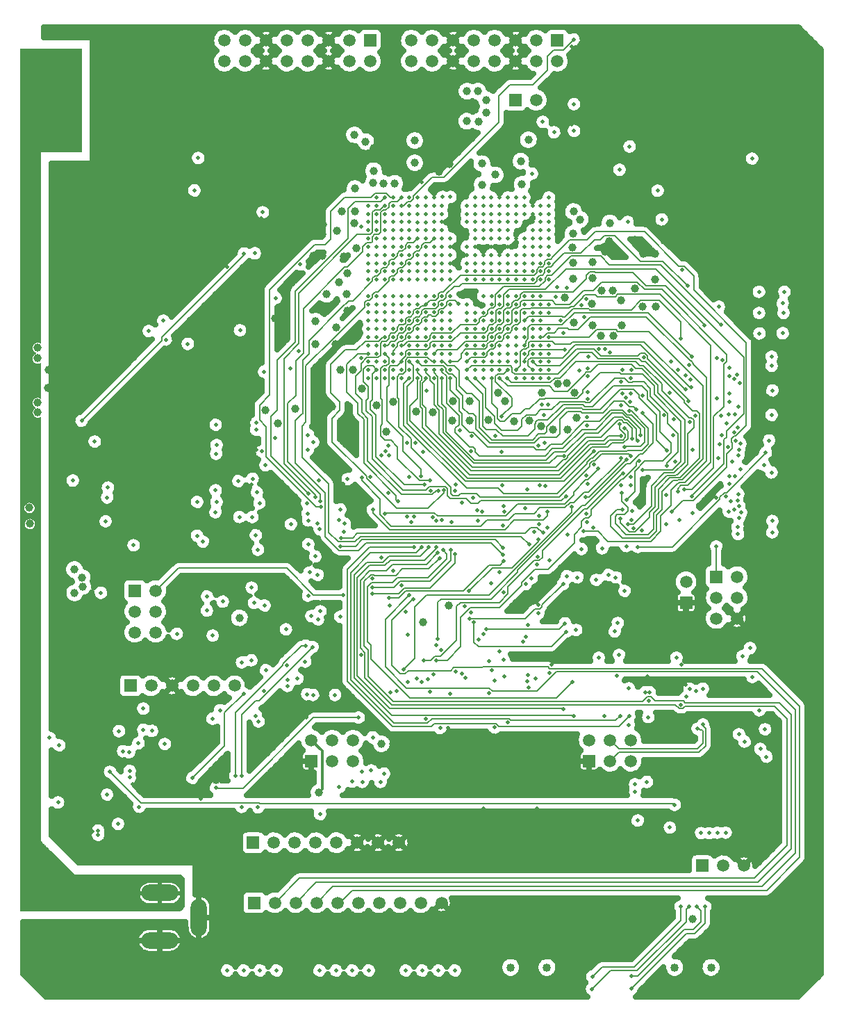
<source format=gbr>
%TF.GenerationSoftware,KiCad,Pcbnew,no-vcs-found-e46fdb0~60~ubuntu17.04.1*%
%TF.CreationDate,2017-09-26T11:00:32+02:00*%
%TF.ProjectId,Cryptech Alpha,437279707465636820416C7068612E6B,rev?*%
%TF.SameCoordinates,Original*%
%TF.FileFunction,Copper,L6,Inr,Mixed*%
%TF.FilePolarity,Positive*%
%FSLAX46Y46*%
G04 Gerber Fmt 4.6, Leading zero omitted, Abs format (unit mm)*
G04 Created by KiCad (PCBNEW no-vcs-found-e46fdb0~60~ubuntu17.04.1) date Tue Sep 26 11:00:32 2017*
%MOMM*%
%LPD*%
G01*
G04 APERTURE LIST*
%TA.AperFunction,ViaPad*%
%ADD10C,1.500000*%
%TD*%
%TA.AperFunction,ViaPad*%
%ADD11R,1.500000X1.500000*%
%TD*%
%TA.AperFunction,WasherPad*%
%ADD12C,1.016000*%
%TD*%
%TA.AperFunction,ViaPad*%
%ADD13O,2.000000X4.500000*%
%TD*%
%TA.AperFunction,ViaPad*%
%ADD14O,4.500000X2.000000*%
%TD*%
%TA.AperFunction,ViaPad*%
%ADD15C,0.500000*%
%TD*%
%TA.AperFunction,ViaPad*%
%ADD16C,1.000000*%
%TD*%
%TA.AperFunction,ViaPad*%
%ADD17C,0.600000*%
%TD*%
%TA.AperFunction,Conductor*%
%ADD18C,0.150000*%
%TD*%
%TA.AperFunction,Conductor*%
%ADD19C,0.164000*%
%TD*%
%TA.AperFunction,Conductor*%
%ADD20C,0.200000*%
%TD*%
%TA.AperFunction,Conductor*%
%ADD21C,0.300000*%
%TD*%
%TA.AperFunction,Conductor*%
%ADD22C,0.050000*%
%TD*%
%ADD23C,0.050000*%
%TA.AperFunction,Conductor*%
%ADD24C,0.700000*%
%TD*%
%ADD25C,0.700000*%
G04 APERTURE END LIST*
D10*
%TO.N,AVR_GPIO_1*%
%TO.C,JP5*%
X36580000Y-6000000D03*
%TO.N,GND*%
X54360000Y-6000000D03*
%TO.N,AVR_GPIO_7*%
X51820000Y-6000000D03*
%TO.N,AVR_GPIO_6*%
X49280000Y-6000000D03*
%TO.N,AVR_GPIO_5*%
X46740000Y-6000000D03*
%TO.N,AVR_GPIO_4*%
X44200000Y-6000000D03*
%TO.N,AVR_GPIO_3*%
X41660000Y-6000000D03*
%TO.N,AVR_GPIO_2*%
X39120000Y-6000000D03*
%TO.N,AVR_GPIO_0*%
X34040000Y-6000000D03*
D11*
%TO.N,VCCO_3V3*%
X31500000Y-6000000D03*
%TD*%
%TO.N,GND*%
%TO.C,JP6*%
X84160740Y30530000D03*
D10*
%TO.N,MKM_AVR_MISO*%
X84160740Y33070000D03*
%TD*%
D12*
%TO.N,*%
%TO.C,CN1*%
X67209800Y-13884000D03*
X62800000Y-13884000D03*
%TD*%
%TO.N,*%
%TO.C,CN2*%
X82800000Y-13884000D03*
X87209800Y-13884000D03*
%TD*%
D10*
%TO.N,N/C*%
%TO.C,J1*%
X29133790Y20421600D03*
%TO.N,NRST*%
X26593790Y20421600D03*
%TO.N,SWDIO*%
X24053790Y20421600D03*
%TO.N,GND*%
X21513790Y20421600D03*
%TO.N,SWDCLK*%
X18973790Y20421600D03*
D11*
%TO.N,VCCO_3V3*%
X16433790Y20421600D03*
%TD*%
%TO.N,GND*%
%TO.C,J2*%
X38506390Y11252200D03*
D10*
%TO.N,FT_VREGIN*%
X38506390Y13792200D03*
%TO.N,USB_P*%
X41046390Y11252200D03*
%TO.N,USB_N*%
X41046390Y13792200D03*
%TO.N,FT_RXD1*%
X43586390Y11252200D03*
%TO.N,FT_TXD1*%
X43586390Y13792200D03*
%TD*%
%TO.N,FT_MGMT_TXD1*%
%TO.C,J3*%
X77444590Y13792200D03*
%TO.N,FT_MGMT_RXD1*%
X77444590Y11252200D03*
%TO.N,USB_MGMT_N*%
X74904590Y13792200D03*
%TO.N,USB_MGMT_P*%
X74904590Y11252200D03*
%TO.N,FT_MGMT_VREGIN*%
X72364590Y13792200D03*
D11*
%TO.N,GND*%
X72364590Y11252200D03*
%TD*%
D13*
%TO.N,GND*%
%TO.C,JP1*%
X24800000Y-7800000D03*
D14*
X20000000Y-10600000D03*
%TO.N,PWR_18V*%
X20000000Y-4800000D03*
%TD*%
D10*
%TO.N,NetJP2_2*%
%TO.C,JP2*%
X65916800Y91744800D03*
D11*
%TO.N,15V_LDO_ENABLE*%
X63376800Y91744800D03*
%TD*%
%TO.N,MKM_AVR_MISO*%
%TO.C,JP3*%
X87847000Y33705800D03*
D10*
%TO.N,3V3_BATT*%
X90387000Y33705800D03*
%TO.N,MKM_AVR_SCK*%
X87847000Y31165800D03*
%TO.N,MKM_AVR_MOSI*%
X90387000Y31165800D03*
%TO.N,AVR_RESET*%
X87847000Y28625800D03*
%TO.N,GND*%
X90387000Y28625800D03*
%TD*%
%TO.N,GND*%
%TO.C,JP4*%
X91219330Y-1500000D03*
%TO.N,3V3_BATT*%
X88679330Y-1500000D03*
D11*
%TO.N,VCCO_3V3*%
X86139330Y-1500000D03*
%TD*%
%TO.N,FPGA_CFG_CTRL_ARM_ENA*%
%TO.C,JP7*%
X16980000Y32015000D03*
D10*
%TO.N,SPI_A_TRISTATE*%
X19520000Y32015000D03*
%TO.N,FPGA_CFG_CTRL_FPGA_DIS*%
X16980000Y29475000D03*
%TO.N,SPI_B_TRISTATE*%
X19520000Y29475000D03*
%TO.N,FPGA_PROM_W_N*%
X16980000Y26935000D03*
%TO.N,VCCO_3V3*%
X19520000Y26935000D03*
%TD*%
%TO.N,GND*%
%TO.C,SV1*%
X49190000Y1300000D03*
D11*
%TO.N,VCCO_3V3*%
X31410000Y1300000D03*
D10*
%TO.N,FPGA_JTAG_TCK*%
X33950000Y1300000D03*
%TO.N,FPGA_JTAG_TMS*%
X36490000Y1300000D03*
%TO.N,FPGA_JTAG_TDI*%
X39030000Y1300000D03*
%TO.N,FPGA_JTAG_TDO*%
X41570000Y1300000D03*
%TO.N,GND*%
X44110000Y1300000D03*
X46650000Y1300000D03*
%TD*%
%TO.N,FPGA_GPIO_A_7*%
%TO.C,SV2*%
X50692990Y96494600D03*
%TO.N,FPGA_GPIO_A_6*%
X50692990Y99034600D03*
%TO.N,FPGA_GPIO_A_5*%
X53232990Y96494600D03*
%TO.N,FPGA_GPIO_A_4*%
X53232990Y99034600D03*
%TO.N,GND*%
X55772990Y96494600D03*
X55772990Y99034600D03*
%TO.N,FPGA_GPIO_A_3*%
X58312990Y96494600D03*
%TO.N,FPGA_GPIO_A_2*%
X58312990Y99034600D03*
%TO.N,FPGA_GPIO_A_1*%
X60852990Y96494600D03*
%TO.N,FPGA_GPIO_A_0*%
X60852990Y99034600D03*
%TO.N,GND*%
X63392990Y96494600D03*
X63392990Y99034600D03*
%TO.N,VCCO_3V3*%
X65932990Y96494600D03*
X65932990Y99034600D03*
X68472990Y96494600D03*
D11*
X68472990Y99034600D03*
%TD*%
%TO.N,VCCO_3V3*%
%TO.C,SV3*%
X45689190Y99034600D03*
D10*
X45689190Y96494600D03*
X43149190Y99034600D03*
X43149190Y96494600D03*
%TO.N,GND*%
X40609190Y99034600D03*
X40609190Y96494600D03*
%TO.N,FPGA_GPIO_B_0*%
X38069190Y99034600D03*
%TO.N,FPGA_GPIO_B_1*%
X38069190Y96494600D03*
%TO.N,FPGA_GPIO_B_2*%
X35529190Y99034600D03*
%TO.N,FPGA_GPIO_B_3*%
X35529190Y96494600D03*
%TO.N,GND*%
X32989190Y99034600D03*
X32989190Y96494600D03*
%TO.N,FPGA_GPIO_B_4*%
X30449190Y99034600D03*
%TO.N,FPGA_GPIO_B_5*%
X30449190Y96494600D03*
%TO.N,FPGA_GPIO_B_6*%
X27909190Y99034600D03*
%TO.N,FPGA_GPIO_B_7*%
X27909190Y96494600D03*
%TD*%
D15*
%TO.N,FPGA_DONE_INT*%
X84500000Y-6500000D03*
%TO.N,NetLED18_2*%
X86500000Y-6500000D03*
%TO.N,NetLED18_1*%
X85500000Y-6500000D03*
%TO.N,NetLED13_1*%
X83500000Y-6500000D03*
%TO.N,FPGA_DONE_INT*%
X72725000Y-16500000D03*
%TO.N,NetLED18_2*%
X77496220Y-16469460D03*
%TO.N,NetLED18_1*%
X77496220Y-14963590D03*
%TO.N,NetLED13_1*%
X72750000Y-15000000D03*
%TO.N,GND*%
X66000000Y5500000D03*
D16*
X60660000Y-14963590D03*
X80500000Y-9536420D03*
X89500000Y-15000000D03*
X89487400Y-9500000D03*
X80660000Y-15067780D03*
X69488400Y-15000000D03*
X69488400Y-9000000D03*
X60500000Y-9413610D03*
X85000000Y-8000000D03*
X66500000Y-9000000D03*
D15*
%TO.N,NetLED3_1*%
X39500000Y-14250000D03*
%TO.N,NetLED15_1*%
X56000000Y-14250000D03*
%TO.N,NetLED16_1*%
X54000000Y-14250000D03*
%TO.N,NetLED14_1*%
X52000000Y-14250000D03*
%TO.N,NetLED17_1*%
X50000000Y-14250000D03*
%TO.N,NetLED1_1*%
X45500000Y-14250000D03*
%TO.N,NetLED4_1*%
X43500000Y-14250000D03*
%TO.N,NetLED2_1*%
X41500000Y-14250000D03*
%TO.N,NetLED9_1*%
X34250000Y-14250000D03*
%TO.N,NetLED12_1*%
X32250000Y-14250000D03*
%TO.N,NetLED10_1*%
X30255000Y-14250000D03*
%TO.N,NetLED11_1*%
X28250000Y-14250000D03*
D16*
%TO.N,GND*%
X35750000Y-16750000D03*
X57500000Y-16800000D03*
X48750000Y-16750000D03*
X47000000Y-16750000D03*
X37982000Y-16750000D03*
X27000000Y-16800000D03*
D15*
%TO.N,AVR_GPIO_4*%
X88993380Y2527420D03*
%TO.N,AVR_GPIO_5*%
X87997700Y2527420D03*
%TO.N,AVR_GPIO_6*%
X86998520Y2477410D03*
%TO.N,AVR_GPIO_7*%
X86000000Y2477410D03*
%TO.N,GND*%
X30530800Y-9000000D03*
%TO.N,FPGA_JTAG_TDO*%
X95952200Y67001800D03*
%TO.N,FPGA_JTAG_TCK*%
X95952200Y63352200D03*
%TO.N,FPGA_JTAG_TMS*%
X96052200Y65834400D03*
%TO.N,FPGA_JTAG_TDI*%
X96152200Y68401800D03*
%TO.N,GND*%
X30750000Y-1500000D03*
D16*
%TO.N,PWR_18V*%
X8000000Y88514570D03*
X9500000Y88494600D03*
X9500000Y87000000D03*
X8000000Y87019970D03*
X8000000Y91439570D03*
X9500000Y91419600D03*
X9500000Y89925000D03*
X8000000Y89944970D03*
X8000000Y94439570D03*
X9500000Y94419600D03*
X9500000Y92925000D03*
X8000000Y92944970D03*
X8000000Y95944970D03*
X9500000Y95925000D03*
X9500000Y97419600D03*
X8000000Y97439570D03*
D15*
%TO.N,GND*%
X8250000Y2654120D03*
X11772170Y2692730D03*
D16*
X43593770Y52492120D03*
D15*
%TO.N,USB_MGMT_P*%
X86229210Y15700770D03*
%TO.N,USB_MGMT_N*%
X85575000Y15200000D03*
%TO.N,FMC_D12*%
X54627670Y44227160D03*
%TO.N,FMC_SDNWE*%
X47427310Y41402020D03*
%TO.N,FMC_D11*%
X53950000Y44200000D03*
%TO.N,FMC_NL*%
X58700000Y41823870D03*
%TO.N,FMC_NOE*%
X58827870Y40551980D03*
%TO.N,GND*%
X84554130Y15100740D03*
X87550000Y15025000D03*
X88679330Y15000730D03*
X89125000Y19525000D03*
%TO.N,FT_RXD1*%
X17425000Y13425000D03*
X16275000Y12325000D03*
%TO.N,FT_RTS*%
X15550000Y12450000D03*
%TO.N,GND*%
X12100590Y12500610D03*
X16700000Y8425000D03*
%TO.N,FT_VREGIN*%
X13600000Y7175000D03*
X17512500Y5687500D03*
%TO.N,GND*%
X13550000Y4400000D03*
X11125000Y7400000D03*
%TO.N,*%
X50446300Y77889100D03*
%TO.N,VCC_5V0*%
X82797720Y5925000D03*
X13950000Y9950000D03*
%TO.N,MKM_AVR_SCK*%
X75750000Y21675000D03*
X77200000Y20100000D03*
X77250000Y16700000D03*
%TO.N,SPI_A_TRISTATE*%
X42400000Y31500000D03*
%TO.N,AVR_PANIC*%
X69175000Y32800000D03*
%TO.N,AVR_RESET*%
X76125000Y16750000D03*
%TO.N,MKM_CONTROL_FPGA_DIS*%
X70300000Y20875000D03*
%TO.N,FMC_A24*%
X48900000Y19800000D03*
%TO.N,AVR_GPIO_2*%
X50427460Y31451530D03*
%TO.N,AVR_GPIO_3*%
X50925000Y31000000D03*
%TO.N,ARM_FPGA_CFG_MOSI*%
X48002340Y31126520D03*
%TO.N,MKM_CONTROL_FPGA_DIS*%
X54527660Y36951800D03*
%TO.N,GND*%
X79450000Y21550000D03*
%TO.N,MKM_AVR_MISO*%
X70525000Y16775000D03*
%TO.N,3V3_BATT*%
X75850000Y28075000D03*
%TO.N,MKM_AVR_MISO*%
X87847000Y37378000D03*
%TO.N,AVR_LED3*%
X37800000Y25325000D03*
X45900000Y32375000D03*
%TO.N,AVR_LED2*%
X38650000Y25150000D03*
X45925000Y31650000D03*
X30026470Y9425460D03*
%TO.N,AVR_LED3*%
X29238280Y9450000D03*
%TO.N,AVR_GPIO_1*%
X54125000Y35950000D03*
%TO.N,AVR_GPIO_0*%
X53925000Y36600000D03*
%TO.N,ARM_FPGA_CFG_CS_N*%
X48500000Y34425000D03*
%TO.N,3V3_BATT*%
X47025000Y36050000D03*
%TO.N,AVR_LED4*%
X55452710Y19425950D03*
%TO.N,AVR_GPIO_4*%
X52675000Y21200000D03*
%TO.N,AVR_LED4*%
X44250000Y16550000D03*
%TO.N,MKM_AVR_CS_N*%
X69575000Y27000000D03*
%TO.N,GND*%
X69113400Y12736600D03*
X51436900Y77889100D03*
D16*
X46125000Y85949990D03*
%TO.N,VCCO_3V3*%
X43750000Y87525000D03*
%TO.N,GND*%
X40950000Y87500000D03*
%TO.N,VCCO_3V3*%
X45125000Y86700080D03*
%TO.N,GND*%
X47175000Y87350000D03*
X48700000Y87325000D03*
D15*
%TO.N,FPGA_ENTROPY_DISABLE*%
X49455700Y78905100D03*
%TO.N,FPGA_GPIO_A_7*%
X52452900Y78905100D03*
%TO.N,FPGA_GPIO_A_6*%
X52452900Y79895700D03*
%TO.N,FPGA_GPIO_B_2*%
X51436900Y78905100D03*
%TO.N,FPGA_GPIO_B_1*%
X52452900Y77889100D03*
%TO.N,FPGA_IRQ_N_3*%
X53443500Y77889100D03*
%TO.N,FPGA_GPIO_B_0*%
X51436900Y79895700D03*
%TO.N,VCCO_3V3*%
X50446300Y79895700D03*
%TO.N,AVR_GPIO_FPGA_2*%
X49455700Y79895700D03*
%TO.N,FPGA_GPIO_A_1*%
X54434100Y75882500D03*
%TO.N,FPGA_GPIO_A_0*%
X53443500Y75882500D03*
%TO.N,GND*%
X55450100Y75882500D03*
X57448700Y75882500D03*
%TO.N,FPGA_IRQ_N_0*%
X53443500Y74891900D03*
%TO.N,FMC_NBL2*%
X85279160Y53302600D03*
%TO.N,FMC_A3*%
X84625000Y52575000D03*
%TO.N,FMC_NBL1*%
X90137400Y45987410D03*
X78450000Y47850000D03*
%TO.N,FMC_NBL0*%
X93675000Y47300000D03*
X76471760Y46265120D03*
%TO.N,GND*%
X72202200Y58097800D03*
%TO.N,FMC_D31*%
X76428730Y56027730D03*
X30050000Y23275000D03*
%TO.N,FMC_D30*%
X31175000Y23525000D03*
%TO.N,FMC_D27*%
X90000000Y57807000D03*
%TO.N,GND*%
X52550000Y56400000D03*
%TO.N,FMC_D27*%
X60125000Y23425000D03*
%TO.N,FMC_D26*%
X60500000Y22300000D03*
X84100000Y58200000D03*
X74875000Y61050000D03*
%TO.N,FMC_D21*%
X76400000Y58925000D03*
D16*
%TO.N,GND*%
X55225000Y30175000D03*
D15*
%TO.N,FMC_D25*%
X83225000Y58875000D03*
%TO.N,FMC_D24*%
X82375000Y59900000D03*
%TO.N,FMC_D25*%
X60825000Y21075000D03*
%TO.N,FMC_D24*%
X88600000Y60075000D03*
X74300000Y61425000D03*
%TO.N,FMC_D23*%
X84879140Y60477950D03*
%TO.N,FMC_D21*%
X64900000Y21769670D03*
%TO.N,FMC_D22*%
X64775000Y20975000D03*
D16*
%TO.N,VCCO_3V3*%
X62075000Y55075000D03*
%TO.N,FPGA_VCCINT_1V0*%
X57802820Y55102690D03*
D15*
%TO.N,FMC_D21*%
X90404410Y58327850D03*
%TO.N,FMC_D20*%
X90725000Y57325000D03*
%TO.N,FMC_D1*%
X62375000Y57875000D03*
%TO.N,FMC_D20*%
X63449880Y57874880D03*
%TO.N,FMC_D22*%
X84575000Y59500000D03*
X71175000Y58850000D03*
%TO.N,FMC_A14*%
X76700000Y49500000D03*
%TO.N,FMC_D5*%
X57440220Y58884780D03*
%TO.N,FMC_D1*%
X76150000Y40800000D03*
%TO.N,FMC_D2*%
X90879430Y41527030D03*
%TO.N,FMC_A11*%
X90600000Y49200000D03*
%TO.N,FMC_A10*%
X48000000Y48500000D03*
%TO.N,FMC_A9*%
X47499900Y48999900D03*
%TO.N,FMC_A7*%
X47900000Y49700000D03*
%TO.N,FMC_A8*%
X47000000Y48500000D03*
%TO.N,FMC_A6*%
X78290380Y50290380D03*
X90200000Y50300000D03*
%TO.N,*%
X48440000Y69888100D03*
X47449000Y69888100D03*
X46433100Y69888100D03*
%TO.N,FPGA_CFG_SCLK1*%
X55441360Y69896840D03*
%TO.N,FPGA_VCCINT_1V0*%
X57453420Y69892820D03*
%TO.N,GND*%
X57453420Y67884780D03*
%TO.N,FPGA_PROGRAM_B1*%
X55445380Y66884780D03*
%TO.N,*%
X58453420Y69892820D03*
%TO.N,FPGA_VCCINT_1V0*%
X57453420Y66884780D03*
%TO.N,GND*%
X58453420Y67884780D03*
%TO.N,*%
X54434100Y69888100D03*
%TO.N,FPGA_VCCAUX_1V8*%
X55450100Y70904100D03*
%TO.N,*%
X54434100Y67889500D03*
%TO.N,GND*%
X57448700Y70904100D03*
X58453420Y66884780D03*
%TO.N,*%
X54434100Y66889500D03*
%TO.N,FPGA_VCCAUX_1V8*%
X58448700Y70904100D03*
%TO.N,*%
X54434100Y70904100D03*
X53443500Y69888100D03*
%TO.N,GND*%
X55450100Y71894700D03*
%TO.N,FPGA_VCCAUX_1V8*%
X55445380Y65884780D03*
%TO.N,GND*%
X59453420Y69892820D03*
%TO.N,VCCO_3V3*%
X53443500Y67889500D03*
%TO.N,FPGA_VCCINT_1V0*%
X57448700Y71894700D03*
%TO.N,GND*%
X57453420Y65884780D03*
%TO.N,*%
X59453420Y67884780D03*
X53443500Y66889500D03*
%TO.N,GND*%
X58448700Y71894700D03*
%TO.N,FPGA_VCCINT_1V0*%
X58453420Y65884780D03*
%TO.N,GND*%
X59453420Y66884780D03*
%TO.N,*%
X53443500Y70904100D03*
%TO.N,VCCO_3V3*%
X54434100Y71894700D03*
%TO.N,GND*%
X54434100Y65889500D03*
X59448700Y70904100D03*
%TO.N,*%
X52452900Y69888100D03*
%TO.N,FPGA_VCCAUX_1V8*%
X55450100Y72885300D03*
%TO.N,GND*%
X52452900Y67889500D03*
X57448700Y72885300D03*
X55445380Y64884770D03*
X60453420Y69892820D03*
%TO.N,FPGA_VCCAUX_1V8*%
X57453420Y64884770D03*
%TO.N,FPGA_VCCINT_1V0*%
X60453420Y67884780D03*
%TO.N,*%
X53443500Y71894700D03*
X53443500Y65889500D03*
%TO.N,FPGA_VCCINT_1V0*%
X59448700Y71894700D03*
%TO.N,GND*%
X59453420Y65884780D03*
%TO.N,FMC_D11*%
X52452900Y66889500D03*
%TO.N,FPGA_VCCINT_1V0*%
X58448700Y72885300D03*
%TO.N,GND*%
X52452900Y70904100D03*
%TO.N,*%
X54434100Y72885300D03*
%TO.N,GND*%
X58453420Y64884770D03*
X60453420Y66884780D03*
%TO.N,FPGA_JTAG_TDI*%
X54434100Y64889500D03*
%TO.N,FPGA_VCCINT_1V0*%
X60448700Y70904100D03*
%TO.N,*%
X52452900Y71894700D03*
X53443500Y72885300D03*
X52452900Y65889500D03*
%TO.N,GND*%
X59448700Y72885300D03*
%TO.N,*%
X53443500Y64889500D03*
%TO.N,GND*%
X60448700Y71894700D03*
%TO.N,FPGA_VCCINT_1V0*%
X59453420Y64884770D03*
X60453420Y65884780D03*
%TO.N,VCCO_3V3*%
X55445380Y63884770D03*
%TO.N,FPGA_VCCINT_1V0*%
X61453430Y69892820D03*
%TO.N,GND*%
X57453420Y63884770D03*
X61453430Y67884780D03*
%TO.N,*%
X51436900Y69888100D03*
%TO.N,GND*%
X55450100Y73901300D03*
%TO.N,*%
X51436900Y67889500D03*
%TO.N,FPGA_DONE_INT*%
X57448700Y73901300D03*
%TO.N,FPGA_VCCINT_1V0*%
X58453420Y63884770D03*
X61453430Y66884780D03*
%TO.N,FPGA_JTAG_TMS*%
X54434100Y63889500D03*
%TO.N,GND*%
X61448700Y70904100D03*
X51436900Y66889500D03*
X58448700Y73901300D03*
%TO.N,*%
X51436900Y70904100D03*
X54434100Y73901300D03*
X52452900Y72885300D03*
%TO.N,VCCO_3V3*%
X52452900Y64889500D03*
%TO.N,FPGA_VCCINT_1V0*%
X60448700Y72885300D03*
%TO.N,GND*%
X60453420Y64884770D03*
%TO.N,*%
X53443500Y63889500D03*
%TO.N,FPGA_VCCINT_1V0*%
X61448700Y71894700D03*
%TO.N,GND*%
X59453420Y63884770D03*
X61453430Y65884780D03*
X53443500Y73901300D03*
%TO.N,*%
X51436900Y65889500D03*
%TO.N,GND*%
X59448700Y73901300D03*
%TO.N,VCCO_3V3*%
X50446300Y69888100D03*
X55450100Y74891900D03*
%TO.N,*%
X50446300Y67889500D03*
%TO.N,GND*%
X57448700Y74891900D03*
%TO.N,FPGA_INIT_B_INT1*%
X55445380Y62884780D03*
%TO.N,*%
X62453420Y69892820D03*
%TO.N,FPGA_M0*%
X57453420Y62884780D03*
%TO.N,*%
X62453420Y67884780D03*
X52452900Y63889500D03*
%TO.N,GND*%
X61448700Y72885300D03*
%TO.N,*%
X50446300Y66889500D03*
X58448700Y74891900D03*
X50446300Y70904100D03*
X54434100Y74891900D03*
%TO.N,VCCO_3V3*%
X51436900Y72885300D03*
%TO.N,*%
X52452900Y73901300D03*
%TO.N,FPGA_M1*%
X58453420Y62884780D03*
%TO.N,GND*%
X62453420Y66884780D03*
%TO.N,FPGA_VCCINT_1V0*%
X60453420Y63884770D03*
X61453430Y64884770D03*
%TO.N,FPGA_JTAG_TDO*%
X54434100Y62889500D03*
%TO.N,*%
X62448700Y70904100D03*
X51436900Y64889500D03*
%TO.N,GND*%
X60448700Y73901300D03*
%TO.N,*%
X50446300Y71894700D03*
X50446300Y65889500D03*
X59448700Y74891900D03*
%TO.N,GND*%
X53443500Y62889500D03*
%TO.N,*%
X62448700Y71894700D03*
%TO.N,FPGA_M2*%
X59453420Y62884780D03*
%TO.N,*%
X62453420Y65884780D03*
%TO.N,GND*%
X61453430Y63884770D03*
%TO.N,*%
X51436900Y63889500D03*
%TO.N,GND*%
X61448700Y73901300D03*
%TO.N,*%
X51436900Y73901300D03*
%TO.N,GND*%
X49455700Y69888100D03*
%TO.N,*%
X49455700Y67889500D03*
X50446300Y72885300D03*
X52452900Y62889500D03*
%TO.N,VCCO_3V3*%
X62448700Y72885300D03*
%TO.N,*%
X50446300Y64889500D03*
X60448700Y74891900D03*
%TO.N,FPGA_JTAG_TCK*%
X55445380Y61884780D03*
%TO.N,*%
X63453420Y69892820D03*
%TO.N,GND*%
X57453420Y61884780D03*
X63453420Y67884780D03*
%TO.N,VCCO_3V3*%
X60453420Y62884780D03*
%TO.N,*%
X62453420Y64884770D03*
%TO.N,GND*%
X49455700Y66889500D03*
%TO.N,*%
X58448700Y75882500D03*
X49455700Y70904100D03*
X58453420Y61884780D03*
X63453420Y66884780D03*
X54434100Y61889500D03*
%TO.N,GND*%
X63448700Y70904100D03*
X49455700Y71894700D03*
%TO.N,VCCO_3V3*%
X49455700Y65889500D03*
%TO.N,GND*%
X59448700Y75882500D03*
%TO.N,*%
X53443500Y61889500D03*
X63448700Y71894700D03*
%TO.N,GND*%
X59453420Y61884780D03*
%TO.N,*%
X63453420Y65884780D03*
%TO.N,GND*%
X50446300Y63889500D03*
%TO.N,*%
X61448700Y74891900D03*
X61453430Y62884780D03*
X62453420Y63884770D03*
X50446300Y73901300D03*
%TO.N,FPGA_IRQ_N_1*%
X51436900Y74891900D03*
%TO.N,*%
X51436900Y62889500D03*
%TO.N,GND*%
X62448700Y73901300D03*
%TO.N,*%
X49455700Y72885300D03*
%TO.N,VCCO_3V3*%
X52452900Y75882500D03*
%TO.N,*%
X49455700Y64889500D03*
X60448700Y75882500D03*
X52452900Y61889500D03*
X63448700Y72885300D03*
%TO.N,GND*%
X60453420Y61884780D03*
%TO.N,VCCO_3V3*%
X63453420Y64884770D03*
%TO.N,FMC_D26*%
X55445380Y60884780D03*
%TO.N,*%
X64453420Y69892820D03*
%TO.N,FMC_CLK*%
X57453420Y60884780D03*
%TO.N,VCCO_3V3*%
X64453420Y67884780D03*
%TO.N,GND*%
X55450100Y76898500D03*
X48439700Y67889500D03*
%TO.N,*%
X57448700Y76898500D03*
%TO.N,FMC_D24*%
X58453420Y60884780D03*
%TO.N,*%
X64453420Y66884780D03*
X64448700Y70904100D03*
X48439700Y66889500D03*
X58448700Y76898500D03*
X48439700Y70904100D03*
%TO.N,GND*%
X54434100Y76898500D03*
X50446300Y74891900D03*
%TO.N,*%
X50446300Y62889500D03*
X62448700Y74891900D03*
X62453420Y62884780D03*
X49455700Y63889500D03*
%TO.N,GND*%
X61448700Y75882500D03*
%TO.N,*%
X49455700Y73901300D03*
X51436900Y75882500D03*
X64448700Y71894700D03*
X59453420Y60884780D03*
X64453420Y65884780D03*
%TO.N,GND*%
X61453430Y61884780D03*
%TO.N,*%
X63453420Y63884770D03*
X48439700Y71894700D03*
%TO.N,FPGA_GPIO_B_3*%
X53443500Y76898500D03*
%TO.N,*%
X48439700Y65889500D03*
X59448700Y76898500D03*
%TO.N,VCCO_3V3*%
X51436900Y61889500D03*
%TO.N,GND*%
X63448700Y73901300D03*
%TO.N,*%
X52452900Y60889500D03*
X64448700Y72885300D03*
X48439700Y72885300D03*
%TO.N,GND*%
X60453420Y60884780D03*
%TO.N,FMC_D25*%
X64453420Y64884770D03*
%TO.N,*%
X48439700Y64889500D03*
%TO.N,GND*%
X60448700Y76898500D03*
%TO.N,*%
X49455700Y74891900D03*
%TO.N,FPGA_IRQ_N_2*%
X50446300Y75882500D03*
%TO.N,*%
X49455700Y62889500D03*
X62448700Y75882500D03*
%TO.N,GND*%
X55450100Y77889100D03*
%TO.N,*%
X57448700Y77889100D03*
X65453430Y69892820D03*
%TO.N,FMC_D6*%
X57453420Y59884770D03*
%TO.N,*%
X65453430Y67884780D03*
%TO.N,GND*%
X50446300Y61889500D03*
X63448700Y74891900D03*
%TO.N,VCCO_3V3*%
X62453420Y61884780D03*
%TO.N,Net1*%
X63453420Y62884780D03*
%TO.N,*%
X47449100Y66889500D03*
%TO.N,GND*%
X58448700Y77889100D03*
%TO.N,VCCO_3V3*%
X47449100Y70904100D03*
%TO.N,FPGA_GPIO_A_4*%
X54434100Y77889100D03*
%TO.N,VCCO_3V3*%
X58453420Y59884770D03*
%TO.N,*%
X65453430Y66884780D03*
X65448700Y70904100D03*
X61453430Y60884780D03*
X64453420Y63884770D03*
%TO.N,FPGA_CFG_CS_N1*%
X48439700Y63889500D03*
%TO.N,*%
X61448700Y76898500D03*
%TO.N,FMC_NOE*%
X51436900Y60889500D03*
%TO.N,*%
X64448700Y73901300D03*
%TO.N,VCCO_3V3*%
X48439700Y73901300D03*
%TO.N,*%
X47449100Y71894700D03*
X47449100Y65889500D03*
X59448700Y77889100D03*
%TO.N,FMC_A11*%
X53443500Y59889500D03*
%TO.N,VCCO_3V3*%
X65448700Y71894700D03*
%TO.N,*%
X59453420Y59884770D03*
%TO.N,GND*%
X65453430Y65884780D03*
%TO.N,*%
X49455700Y75882500D03*
X47449100Y72885300D03*
%TO.N,FMC_D29*%
X49455700Y61889500D03*
%TO.N,GND*%
X63448700Y75882500D03*
X47449100Y64889500D03*
%TO.N,*%
X60448700Y77889100D03*
%TO.N,GND*%
X52452900Y59889500D03*
%TO.N,*%
X65448700Y72885300D03*
X60453420Y59884770D03*
X65453430Y64884770D03*
%TO.N,FMC_NE1*%
X63453420Y61884780D03*
%TO.N,FMC_NL*%
X50446300Y60889500D03*
%TO.N,*%
X64448700Y74891900D03*
X62453420Y60884780D03*
%TO.N,GND*%
X64453420Y62884780D03*
%TO.N,*%
X48439700Y74891900D03*
%TO.N,FPGA_GCLK*%
X50446300Y76898500D03*
%TO.N,VCCO_3V3*%
X48439700Y62889500D03*
%TO.N,*%
X62448700Y76898500D03*
%TO.N,GND*%
X55445380Y58884780D03*
X66453420Y69892820D03*
%TO.N,*%
X66453420Y67884780D03*
%TO.N,GND*%
X55450100Y78905100D03*
%TO.N,*%
X46433100Y67889500D03*
X57448700Y78905100D03*
X47449100Y63889500D03*
X61448700Y77889100D03*
X47449100Y73901300D03*
X58453420Y58884780D03*
X66453420Y66884780D03*
%TO.N,FMC_A5*%
X54434100Y58889500D03*
%TO.N,*%
X66448700Y70904100D03*
%TO.N,FMC_A18*%
X61453430Y59884770D03*
%TO.N,*%
X65453430Y63884770D03*
%TO.N,FMC_A3*%
X51436900Y59889500D03*
%TO.N,*%
X65448700Y73901300D03*
%TO.N,VCCO_3V3*%
X46433100Y66889500D03*
%TO.N,*%
X58448700Y78905100D03*
X46433100Y70904100D03*
%TO.N,FPGA_GPIO_A_5*%
X54434100Y78905100D03*
%TO.N,FMC_A10*%
X53443500Y58889500D03*
%TO.N,*%
X66448700Y71894700D03*
%TO.N,FMC_A16*%
X59453420Y58884780D03*
%TO.N,*%
X66453420Y65884780D03*
X46433100Y71894700D03*
%TO.N,VCCO_3V3*%
X53443500Y78905100D03*
%TO.N,FMC_D31*%
X46433100Y65889500D03*
%TO.N,*%
X59448700Y78905100D03*
%TO.N,GND*%
X49455700Y60889500D03*
X64448700Y75882500D03*
%TO.N,*%
X48439700Y75882500D03*
%TO.N,VCCO_3V3*%
X49455700Y76898500D03*
%TO.N,*%
X63453420Y60884780D03*
%TO.N,FMC_D23*%
X64453420Y61884780D03*
%TO.N,GND*%
X48439700Y61889500D03*
%TO.N,*%
X63448700Y76898500D03*
X47449100Y74891900D03*
%TO.N,FMC_D12*%
X47449100Y62889500D03*
%TO.N,GND*%
X62448700Y77889100D03*
%TO.N,FMC_A7*%
X52452900Y58889500D03*
%TO.N,*%
X66448700Y72885300D03*
%TO.N,FMC_A0*%
X50446300Y59889500D03*
%TO.N,*%
X65448700Y74891900D03*
%TO.N,FMC_A17*%
X60453420Y58884780D03*
%TO.N,*%
X66453420Y64884770D03*
%TO.N,FMC_NWAIT*%
X62453420Y59884770D03*
%TO.N,FPGA_GPIO_LED_0*%
X65453430Y62884780D03*
%TO.N,GND*%
X46433100Y72885300D03*
%TO.N,FMC_D30*%
X46433100Y64889500D03*
%TO.N,*%
X60448700Y78905100D03*
%TO.N,FMC_A14*%
X55445380Y57884780D03*
%TO.N,GND*%
X45442500Y69888100D03*
%TO.N,*%
X67453420Y69892820D03*
%TO.N,FMC_D4*%
X57453420Y57884780D03*
%TO.N,*%
X45442500Y67889500D03*
%TO.N,GND*%
X57448700Y79895700D03*
%TO.N,VCCO_3V3*%
X61453430Y58884780D03*
X66453420Y63884770D03*
%TO.N,*%
X66448700Y73901300D03*
X46433100Y63889500D03*
X61448700Y78905100D03*
X46433100Y73901300D03*
%TO.N,FMC_A12*%
X58453420Y57884780D03*
%TO.N,VCCO_3V3*%
X67453420Y66884780D03*
%TO.N,*%
X58448700Y79895700D03*
%TO.N,FMC_A6*%
X54434100Y57889500D03*
%TO.N,*%
X45442500Y70904100D03*
X67448700Y70904100D03*
X64453420Y60884780D03*
%TO.N,DIGITIZED_NOISE*%
X48439700Y60889500D03*
%TO.N,GND*%
X64448700Y76898500D03*
X48439700Y76898500D03*
X47449100Y75882500D03*
%TO.N,FPGA_GPIO_B_4*%
X49455700Y77889100D03*
%TO.N,FMC_D8*%
X49455700Y59889500D03*
%TO.N,*%
X65448700Y75882500D03*
%TO.N,FMC_D28*%
X47449100Y61889500D03*
%TO.N,*%
X63448700Y77889100D03*
%TO.N,GND*%
X63453420Y59884770D03*
%TO.N,MKM_FPGA_SCK*%
X65453430Y61884780D03*
%TO.N,VCCO_3V3*%
X53443500Y57889500D03*
%TO.N,*%
X45442500Y71894700D03*
X67448700Y71894700D03*
%TO.N,GND*%
X59453420Y57884780D03*
%TO.N,FPGA_CFG_MOSI1*%
X45442500Y65889500D03*
%TO.N,*%
X67453420Y65884780D03*
%TO.N,GND*%
X59448700Y79895700D03*
%TO.N,VCCO_3V3*%
X50446300Y58889500D03*
X66448700Y74891900D03*
%TO.N,FMC_NWE*%
X62453420Y58884780D03*
%TO.N,FMC_D3*%
X66453420Y62884780D03*
%TO.N,*%
X46433100Y74891900D03*
X50446300Y78905100D03*
X46433100Y62889500D03*
X62448700Y78905100D03*
%TO.N,FMC_A8*%
X52452900Y57889500D03*
%TO.N,*%
X45442500Y72885300D03*
%TO.N,GND*%
X67448700Y72885300D03*
%TO.N,FMC_A15*%
X60453420Y57884780D03*
%TO.N,FPGA_CFG_MISO1*%
X45442500Y64889500D03*
%TO.N,*%
X60448700Y79895700D03*
%TO.N,FMC_D10*%
X47449100Y60889500D03*
%TO.N,*%
X64448700Y77889100D03*
X47449100Y76898500D03*
X48439700Y77889100D03*
%TO.N,FMC_D21*%
X64453420Y59884770D03*
%TO.N,VCCO_3V3*%
X65453430Y60884780D03*
%TO.N,GND*%
X48439700Y59889500D03*
X65448700Y76898500D03*
%TO.N,FMC_D0*%
X61453430Y57884780D03*
%TO.N,VCCO_3V3*%
X45442500Y63889500D03*
%TO.N,FPGA_GPIO_LED_1*%
X67453420Y63884770D03*
%TO.N,GND*%
X61448700Y79895700D03*
%TO.N,FMC_A1*%
X51436900Y57889500D03*
%TO.N,*%
X45442500Y73901300D03*
X67448700Y73901300D03*
%TO.N,GND*%
X49455700Y58889500D03*
%TO.N,*%
X66448700Y75882500D03*
%TO.N,FMC_A13*%
X66453420Y61884780D03*
%TO.N,*%
X46433100Y75882500D03*
%TO.N,GND*%
X46433100Y61889500D03*
%TO.N,*%
X63448700Y78905100D03*
%TO.N,FMC_A4*%
X50446300Y57889500D03*
%TO.N,VCCO_3V3*%
X45442500Y74891900D03*
%TO.N,*%
X67448700Y74891900D03*
%TO.N,NetR65_1*%
X45442500Y62889500D03*
%TO.N,FMC_D2*%
X67453420Y62884780D03*
%TO.N,*%
X62448700Y79895700D03*
%TO.N,FPGA_GPIO_B_6*%
X47449100Y77889100D03*
%TO.N,VCCO_3V3*%
X47449100Y59889500D03*
%TO.N,GND*%
X65448700Y77889100D03*
%TO.N,FMC_D17*%
X65453430Y59884770D03*
%TO.N,FMC_D22*%
X64453420Y58884780D03*
%TO.N,MKM_FPGA_CS_N*%
X66453420Y60884780D03*
%TO.N,FMC_A25*%
X48439700Y58889500D03*
%TO.N,*%
X66448700Y76898500D03*
X46433100Y60889500D03*
X64448700Y78905100D03*
X46433100Y76898500D03*
%TO.N,GND*%
X48439700Y78905100D03*
%TO.N,FMC_A24*%
X49455700Y57889500D03*
%TO.N,*%
X45442500Y75882500D03*
X67448700Y75882500D03*
X45442500Y61889500D03*
%TO.N,GND*%
X67453420Y61884780D03*
X63448700Y79895700D03*
%TO.N,FPGA_GPIO_LED_3*%
X47449100Y58889500D03*
%TO.N,*%
X66448700Y77889100D03*
%TO.N,FMC_D18*%
X65453430Y58884780D03*
%TO.N,*%
X66453420Y59884770D03*
%TO.N,VCCO_3V3*%
X46433100Y77889100D03*
%TO.N,AVR_GPIO_FPGA_0*%
X47449100Y78905100D03*
%TO.N,FMC_A22*%
X46433100Y59889500D03*
%TO.N,GND*%
X65448700Y78905100D03*
%TO.N,VCCO_3V3*%
X64453420Y57884780D03*
%TO.N,FPGA_GPIO_LED_2*%
X45442500Y60889500D03*
%TO.N,MKM_FPGA_MOSI*%
X67453420Y60884780D03*
%TO.N,*%
X64448700Y79895700D03*
X45442500Y76898500D03*
X67448700Y76898500D03*
%TO.N,AVR_GPIO_FPGA_3*%
X48439700Y79895700D03*
%TO.N,GND*%
X66453420Y58884780D03*
%TO.N,FMC_D9*%
X46433100Y58889500D03*
%TO.N,*%
X66448700Y78905100D03*
%TO.N,FPGA_GPIO_B_7*%
X45442500Y77889100D03*
%TO.N,VCCO_3V3*%
X67448700Y77889100D03*
%TO.N,AVR_GPIO_FPGA_1*%
X47449100Y79895700D03*
%TO.N,FMC_D16*%
X65453430Y57884780D03*
%TO.N,FMC_A23*%
X45442500Y59889500D03*
%TO.N,MKM_FPGA_MISO*%
X67453420Y59884770D03*
%TO.N,GND*%
X65448700Y79895700D03*
%TO.N,FMC_D15*%
X66453420Y57884780D03*
%TO.N,GND*%
X45442500Y58889500D03*
%TO.N,FMC_D13*%
X67453420Y58884780D03*
%TO.N,GND*%
X66448700Y79895700D03*
%TO.N,FMC_A19*%
X46433100Y57889500D03*
%TO.N,*%
X45442500Y78905100D03*
X67448700Y78905100D03*
%TO.N,FPGA_GPIO_B_5*%
X46433100Y79895700D03*
%TO.N,FMC_A20*%
X45442500Y57889500D03*
%TO.N,FMC_D14*%
X67453420Y57884780D03*
%TO.N,*%
X67448700Y79895700D03*
%TO.N,FPGA_VCCAUX_1V8*%
X55424700Y67889500D03*
%TO.N,GND*%
X46431200Y78909800D03*
X56413400Y79959200D03*
%TO.N,FPGA_GPIO_A_2*%
X55448200Y79959200D03*
%TO.N,FPGA_GPIO_A_3*%
X54457600Y79959200D03*
D16*
%TO.N,GND*%
X7250000Y82000000D03*
X8250000Y82000000D03*
X9250000Y82000000D03*
X10250000Y82000000D03*
X11250000Y82000000D03*
X12250000Y82000000D03*
X13250000Y82000000D03*
X14250000Y82000000D03*
X15250000Y82000000D03*
X16250000Y82000000D03*
X17250000Y82000000D03*
X18250000Y82000000D03*
X18250000Y80750000D03*
X17250000Y80750000D03*
X16250000Y80750000D03*
X15250000Y80750000D03*
X14250000Y80750000D03*
X13250000Y80750000D03*
X12250000Y80750000D03*
X11250000Y80750000D03*
X10250000Y80750000D03*
X9250000Y80750000D03*
X8250000Y80750000D03*
X7250000Y80750000D03*
X18250000Y79500000D03*
X17250000Y79500000D03*
X16250000Y79500000D03*
X15250000Y79500000D03*
X14250000Y79500000D03*
X13250000Y79500000D03*
X12250000Y79500000D03*
X11250000Y79500000D03*
X10250000Y79500000D03*
X9250000Y79500000D03*
X8250000Y79500000D03*
X7250000Y79500000D03*
X18250000Y78250000D03*
X17250000Y78250000D03*
X16250000Y78250000D03*
X15250000Y78250000D03*
X14250000Y78250000D03*
X13250000Y78250000D03*
X12250000Y78250000D03*
X11250000Y78250000D03*
X10250000Y78250000D03*
X9250000Y78250000D03*
X8250000Y78250000D03*
X7250000Y78250000D03*
X18250000Y77000000D03*
X17250000Y77000000D03*
X16250000Y77000000D03*
X15250000Y77000000D03*
X14250000Y77000000D03*
X13250000Y77000000D03*
X12250000Y77000000D03*
X11250000Y77000000D03*
X10250000Y77000000D03*
X9250000Y77000000D03*
X8250000Y77000000D03*
X7250000Y77000000D03*
X18250000Y75750000D03*
X17250000Y75750000D03*
X16250000Y75750000D03*
X15250000Y75750000D03*
X14250000Y75750000D03*
X13250000Y75750000D03*
X12250000Y75750000D03*
X11250000Y75750000D03*
X10250000Y75750000D03*
X9250000Y75750000D03*
X8250000Y75750000D03*
X7250000Y75750000D03*
X18250000Y74500000D03*
X17250000Y74500000D03*
X16250000Y74500000D03*
X15250000Y74500000D03*
X14250000Y74500000D03*
X13250000Y74500000D03*
X12250000Y74500000D03*
X11250000Y74500000D03*
X10250000Y74500000D03*
X9250000Y74500000D03*
X8250000Y74500000D03*
X7250000Y74500000D03*
%TO.N,FPGA_VCCAUX_1V8*%
X47250000Y81625000D03*
X48650000Y81625000D03*
X46075000Y83150000D03*
X44000000Y73725000D03*
%TO.N,FPGA_VCCINT_1V0*%
X41825000Y69600000D03*
X40350000Y68100000D03*
X42800000Y68100000D03*
%TO.N,VCCO_3V3*%
X41500000Y64075000D03*
%TO.N,GND*%
X39025000Y62075000D03*
X41475000Y62025000D03*
%TO.N,FPGA_VCCINT_1V0*%
X43600000Y58924980D03*
X44675000Y56600000D03*
%TO.N,GND*%
X41050000Y54450000D03*
X51300000Y53800000D03*
%TO.N,VCCO_3V3*%
X53300000Y53725000D03*
%TO.N,FPGA_VCCINT_1V0*%
X57750000Y52725000D03*
%TO.N,GND*%
X55700000Y52700000D03*
X55775000Y55075000D03*
X67950000Y51650000D03*
X69750040Y51650000D03*
%TO.N,VCCO_3V3*%
X68550000Y57175000D03*
X66600000Y56100000D03*
%TO.N,FPGA_VCCINT_1V0*%
X61225000Y56125000D03*
%TO.N,GND*%
X70500000Y64675000D03*
X72750000Y64300000D03*
X76325000Y64300000D03*
X73825000Y63050000D03*
X75325000Y63050000D03*
%TO.N,FPGA_VCCINT_1V0*%
X75250000Y68550000D03*
X73875000Y68550000D03*
X76275000Y67375000D03*
X69425000Y67675000D03*
X77900000Y68825000D03*
X78900000Y66600000D03*
X80500000Y66575000D03*
X80350000Y69900000D03*
X70375000Y69975000D03*
%TO.N,GND*%
X70375000Y71950000D03*
X72750000Y72025000D03*
X80400000Y73050000D03*
X78975000Y73025000D03*
X77925000Y74700000D03*
X81450000Y74625000D03*
X70350000Y73825000D03*
X74825000Y74525000D03*
%TO.N,VCCO_3V3*%
X71275000Y77225000D03*
X74875000Y76800000D03*
%TO.N,GND*%
X69275000Y80925000D03*
X68125000Y81450000D03*
%TO.N,VCCO_3V3*%
X64175000Y81475000D03*
%TO.N,GND*%
X62875000Y82675000D03*
%TO.N,FPGA_VCCINT_1V0*%
X60900000Y82650000D03*
X59300000Y81450000D03*
%TO.N,GND*%
X55350000Y81525000D03*
%TO.N,FPGA_VCCINT_1V0*%
X59275000Y84025000D03*
%TO.N,GND*%
X55325000Y84000000D03*
X62200000Y86850000D03*
X61000000Y85575000D03*
%TO.N,VCCO_3V3*%
X64950000Y86925000D03*
%TO.N,FPGA_VCCAUX_1V8*%
X51100000Y84125000D03*
X51100000Y86825000D03*
%TO.N,GND*%
X54025000Y85750000D03*
X54025000Y83050000D03*
X49725000Y86075000D03*
X52300000Y89200000D03*
X50925000Y89175000D03*
X50925000Y92800000D03*
X52300000Y92775000D03*
X49925000Y91725000D03*
X49950000Y90275000D03*
%TO.N,FPGA_VCCINT_1V0*%
X57475000Y92825000D03*
X58800000Y92825000D03*
X59825000Y91775000D03*
X59850000Y90200000D03*
X57425000Y89175000D03*
X58850000Y89150000D03*
%TO.N,VCCO_3V3*%
X64025000Y84325000D03*
%TO.N,GND*%
X39525000Y86450000D03*
%TO.N,VCCO_3V3*%
X43800000Y80975000D03*
%TO.N,GND*%
X42075010Y80975000D03*
%TO.N,VCCO_3V3*%
X43825000Y78175000D03*
%TO.N,GND*%
X42200000Y78175000D03*
%TO.N,VCCO_3V3*%
X41600000Y75825000D03*
%TO.N,GND*%
X42450000Y72675000D03*
X42875000Y66100000D03*
X40350000Y66375000D03*
X38775000Y76600000D03*
X39900000Y76600000D03*
X40375000Y79200000D03*
X38775000Y72825000D03*
X39825000Y72800000D03*
X38750000Y75425000D03*
X39875000Y75375000D03*
%TO.N,FPGA_VCCAUX_1V8*%
X46025000Y81650000D03*
%TO.N,GND*%
X24275000Y99850000D03*
X24275000Y98350000D03*
X24275000Y94850000D03*
X24275000Y93350000D03*
X24275000Y89850000D03*
X24275000Y88250000D03*
X5150000Y53724980D03*
X5100000Y54900000D03*
X6400000Y56700000D03*
X7700000Y56700000D03*
X7800000Y58900000D03*
X6500000Y58900000D03*
X5100000Y61600000D03*
X5100000Y60300000D03*
X12100000Y67900000D03*
X12100000Y66500000D03*
X13800000Y69600000D03*
X32900000Y54000000D03*
X36500000Y54200000D03*
X24800000Y51400000D03*
X24800000Y49900000D03*
X24800000Y47000000D03*
X24800000Y45500000D03*
X7200000Y40150000D03*
X7200000Y42100000D03*
X4150000Y40150000D03*
X4100000Y42100000D03*
%TO.N,VCCO_3V3*%
X9625000Y34575000D03*
X10575000Y33600000D03*
X10625000Y32525000D03*
X9650000Y31725000D03*
X29725000Y28700000D03*
%TO.N,GND*%
X29750000Y24450000D03*
X92300000Y6200000D03*
X86425000Y5075000D03*
X74850000Y8475000D03*
X48275000Y8500000D03*
X26850000Y8975000D03*
X7750000Y17050000D03*
X25275000Y16900000D03*
%TO.N,VCCO_3V3*%
X47650000Y51350000D03*
%TO.N,GND*%
X43549990Y51350000D03*
%TO.N,VCCO_3V3*%
X70400000Y75500000D03*
%TO.N,GND*%
X74300000Y73300000D03*
D15*
%TO.N,VCCO_3V3*%
X94600000Y60500000D03*
X94600000Y59377200D03*
%TO.N,GND*%
X94100000Y62000000D03*
X93300000Y57800000D03*
X94600000Y58400000D03*
%TO.N,VCCO_3V3*%
X94700000Y56400000D03*
%TO.N,GND*%
X94600000Y55400000D03*
%TO.N,VCCO_3V3*%
X94600000Y53400000D03*
%TO.N,GND*%
X94600000Y52400000D03*
%TO.N,VCCO_3V3*%
X94600000Y46400000D03*
%TO.N,GND*%
X94676800Y45423200D03*
X94795600Y41495600D03*
%TO.N,VCCO_3V3*%
X94695600Y40495600D03*
X94692000Y39108000D03*
%TO.N,GND*%
X93500000Y38100000D03*
X79000000Y60400000D03*
X77505400Y58894600D03*
%TO.N,VCCO_3V3*%
X77405400Y57894600D03*
%TO.N,GND*%
X77424400Y56024400D03*
%TO.N,VCCO_3V3*%
X77375600Y55024400D03*
%TO.N,GND*%
X73556800Y61456800D03*
%TO.N,VCCO_3V3*%
X72202200Y59097800D03*
X72300000Y60500000D03*
X72200000Y56200000D03*
X72128800Y53128800D03*
%TO.N,GND*%
X72128800Y52128800D03*
X60934600Y50865400D03*
X56588800Y51511200D03*
X50147600Y50052400D03*
%TO.N,VCCO_3V3*%
X51147600Y50052400D03*
%TO.N,GND*%
X39717600Y50082400D03*
X31235800Y44935800D03*
%TO.N,VCCO_3V3*%
X31335800Y45635800D03*
X31321800Y40978200D03*
X29721800Y40978200D03*
%TO.N,GND*%
X29821800Y41978200D03*
X29550000Y38550000D03*
X29417600Y36717600D03*
X27207800Y33007800D03*
X27550000Y32050000D03*
%TO.N,VCCO_3V3*%
X31223000Y32377000D03*
%TO.N,GND*%
X31123000Y31377000D03*
%TO.N,VCCO_3V3*%
X38000000Y19400000D03*
%TO.N,GND*%
X32700000Y39300000D03*
%TO.N,VCCO_3V3*%
X38700000Y19300000D03*
%TO.N,GND*%
X39200000Y21400000D03*
X37800000Y21600000D03*
%TO.N,BOOT0*%
X41400000Y19300000D03*
%TO.N,GND*%
X40470200Y20729800D03*
D16*
%TO.N,VCCO_3V3*%
X47050000Y13350000D03*
%TO.N,GND*%
X48450000Y13350000D03*
D15*
%TO.N,VCCO_3V3*%
X54186200Y15286200D03*
%TO.N,GND*%
X55186200Y15313800D03*
%TO.N,VCCO_3V3*%
X60841000Y15341000D03*
%TO.N,GND*%
X62400000Y15951200D03*
X67529000Y21971000D03*
X68584000Y23684000D03*
X67792600Y23007400D03*
%TO.N,VCCO_3V3*%
X66156600Y29243400D03*
%TO.N,GND*%
X66156600Y30243400D03*
X66038400Y35161600D03*
%TO.N,VCCO_3V3*%
X66061600Y36161600D03*
%TO.N,GND*%
X66285400Y41114600D03*
%TO.N,VCCO_3V3*%
X66285400Y40114600D03*
X68080000Y87820000D03*
X66700400Y89099600D03*
%TO.N,GND*%
X65042800Y88442800D03*
%TO.N,FPGA_GCLK*%
X65400000Y82800000D03*
%TO.N,GND*%
X87923600Y60326400D03*
X89416000Y59166000D03*
%TO.N,VCCO_3V3*%
X89416000Y58166000D03*
X89454200Y55045800D03*
%TO.N,GND*%
X89454200Y56045800D03*
X88423600Y53326400D03*
%TO.N,VCCO_3V3*%
X89487400Y44987400D03*
%TO.N,GND*%
X89487400Y45987400D03*
X89398000Y40648000D03*
X88439200Y39310800D03*
%TO.N,FMC_A0*%
X90000000Y51300000D03*
%TO.N,FMC_A1*%
X90500000Y51900000D03*
%TO.N,FMC_A2*%
X51436900Y58889500D03*
%TO.N,FMC_A1*%
X76700000Y51800000D03*
%TO.N,FMC_A2*%
X76100000Y52300000D03*
%TO.N,FMC_D19*%
X63453420Y58884780D03*
%TO.N,FMC_A7*%
X77600000Y50500000D03*
%TO.N,FMC_A8*%
X89300000Y49500000D03*
%TO.N,FMC_A14*%
X90799820Y49899900D03*
%TO.N,FMC_A12*%
X89800000Y47700000D03*
D16*
%TO.N,VCCO_3V3*%
X70600000Y56124990D03*
X69625000Y57250000D03*
D15*
%TO.N,FMC_A15*%
X94300000Y50300000D03*
%TO.N,FMC_A19*%
X35600000Y20400000D03*
%TO.N,FMC_A20*%
X35600000Y21100000D03*
%TO.N,FMC_A4*%
X38100000Y31400000D03*
%TO.N,FMC_A21*%
X36800000Y21300000D03*
%TO.N,FMC_A5*%
X39600000Y29500000D03*
%TO.N,FMC_A1*%
X39300000Y28500000D03*
%TO.N,FMC_A2*%
X38500000Y28900000D03*
%TO.N,FMC_A0*%
X35400000Y27300000D03*
%TO.N,FMC_A22*%
X35500000Y22900000D03*
%TO.N,FMC_A23*%
X32700000Y19800000D03*
%TO.N,FMC_A6*%
X45700000Y45900000D03*
D16*
%TO.N,VCCO_3V3*%
X46425000Y54550000D03*
D15*
%TO.N,GND*%
X48439700Y57889500D03*
%TO.N,FMC_A21*%
X47449100Y57889500D03*
%TO.N,VCCO_3V3*%
X54434100Y60889500D03*
%TO.N,FMC_D7*%
X55445380Y59884770D03*
%TO.N,FMC_A9*%
X54434100Y59889500D03*
%TO.N,FMC_D27*%
X53443500Y60889500D03*
%TO.N,FMC_D0*%
X61825000Y39975000D03*
X90425000Y39775000D03*
%TO.N,FMC_D1*%
X65675000Y39200000D03*
D16*
%TO.N,GND*%
X63200000Y52650000D03*
X60100000Y52800000D03*
D15*
X72150000Y55375000D03*
%TO.N,VCCO_3V3*%
X57975000Y49025000D03*
X61675000Y48950000D03*
%TO.N,GND*%
X58000000Y50825000D03*
%TO.N,FMC_D1*%
X90625000Y40875000D03*
%TO.N,FMC_A0*%
X72900000Y49000000D03*
%TO.N,FMC_A9*%
X84925000Y49125000D03*
%TO.N,FMC_D4*%
X90425000Y43000000D03*
%TO.N,VCCO_3V3*%
X38717600Y50082400D03*
%TO.N,FMC_D2*%
X76400000Y41900000D03*
%TO.N,FMC_A13*%
X64625000Y32800000D03*
%TO.N,FMC_D6*%
X50377460Y45877240D03*
%TO.N,FMC_A11*%
X42925000Y45600000D03*
%TO.N,GND*%
X81450000Y53375000D03*
%TO.N,FMC_A4*%
X82654030Y52852580D03*
%TO.N,FMC_A9*%
X81825000Y49075000D03*
%TO.N,FMC_D7*%
X52150000Y48900000D03*
%TO.N,VCCO_3V3*%
X72107600Y40392400D03*
%TO.N,GND*%
X72007600Y41392400D03*
%TO.N,VCCO_3V3*%
X72825000Y39700000D03*
%TO.N,FMC_D7*%
X83950000Y44325000D03*
%TO.N,FMC_A12*%
X81850000Y47225000D03*
%TO.N,FMC_D5*%
X53025000Y44200000D03*
%TO.N,FMC_D10*%
X52975000Y45400000D03*
%TO.N,FMC_D9*%
X52300000Y44900000D03*
%TO.N,FMC_D8*%
X51875000Y45950000D03*
%TO.N,FMC_A8*%
X76253790Y50864570D03*
%TO.N,FMC_D10*%
X81711360Y43656990D03*
%TO.N,FMC_D5*%
X90525000Y43725000D03*
%TO.N,FMC_D10*%
X89600000Y42900000D03*
%TO.N,FMC_D9*%
X89054350Y43475000D03*
%TO.N,GND*%
X87800000Y43324000D03*
%TO.N,FMC_D3*%
X90675000Y42300000D03*
%TO.N,FMC_D11*%
X90025000Y41925000D03*
%TO.N,GND*%
X43900000Y62875000D03*
%TO.N,FMC_D4*%
X76953760Y43102100D03*
%TO.N,VCCO_3V3*%
X77453780Y44852190D03*
%TO.N,GND*%
X77453780Y45852240D03*
%TO.N,FMC_D12*%
X76250000Y44850000D03*
%TO.N,FMC_D11*%
X82400000Y41600000D03*
%TO.N,FMC_D13*%
X85000000Y41450000D03*
%TO.N,VCCO_3V3*%
X89379360Y41627030D03*
%TO.N,FMC_D16*%
X90575000Y54450000D03*
%TO.N,FMC_D20*%
X76250000Y57425000D03*
%TO.N,FMC_D28*%
X82175000Y56100000D03*
%TO.N,FMC_D27*%
X84750000Y57725010D03*
%TO.N,FMC_D19*%
X84754140Y56752770D03*
%TO.N,FMC_D18*%
X84075000Y56550000D03*
%TO.N,FMC_D29*%
X78900000Y55800000D03*
%TO.N,FMC_D30*%
X76875000Y55525000D03*
%TO.N,FMC_D16*%
X76200000Y54575000D03*
%TO.N,FMC_D30*%
X87900000Y55425000D03*
%TO.N,FMC_A4*%
X77228770Y53902630D03*
%TO.N,FMC_A3*%
X78103810Y54077640D03*
%TO.N,FMC_NBL3*%
X78875000Y53650000D03*
%TO.N,FMC_D17*%
X84475000Y55075000D03*
%TO.N,FMC_D31*%
X90100000Y53450000D03*
%TO.N,FMC_NBL3*%
X89325000Y53450000D03*
X53900000Y26100000D03*
%TO.N,FMC_NBL1*%
X53725000Y23550000D03*
%TO.N,FMC_NE1*%
X57200000Y30075000D03*
%TO.N,FMC_D19*%
X67353290Y54652670D03*
D16*
%TO.N,GND*%
X66478240Y52027540D03*
X65053170Y52702570D03*
D15*
%TO.N,FMC_D20*%
X66875000Y53375000D03*
%TO.N,FMC_NWAIT*%
X66575000Y54675000D03*
%TO.N,FMC_D13*%
X67025000Y44750000D03*
%TO.N,FMC_D17*%
X66900000Y50025000D03*
%TO.N,FMC_D18*%
X66128230Y49652420D03*
%TO.N,FMC_NWAIT*%
X57700000Y31950000D03*
%TO.N,FMC_NWE*%
X61653010Y53252600D03*
X64950000Y20225000D03*
%TO.N,FMC_A11*%
X77425000Y48400000D03*
%TO.N,FMC_NBL2*%
X69700000Y38825000D03*
%TO.N,FMC_SDCKE0*%
X66725000Y39050000D03*
%TO.N,VCCO_3V3*%
X72042200Y46042200D03*
%TO.N,GND*%
X72157800Y45042200D03*
X72117400Y38182600D03*
%TO.N,FMC_SDNE1*%
X49750000Y22375000D03*
%TO.N,FMC_SDCLK*%
X88054300Y48177350D03*
%TO.N,FMC_D8*%
X84850000Y43475000D03*
%TO.N,FMC_D12*%
X83375000Y40650000D03*
%TO.N,FMC_D0*%
X77100000Y40075000D03*
%TO.N,GND*%
X78810800Y39310800D03*
%TO.N,FMC_D14*%
X81750000Y40100000D03*
%TO.N,FMC_SDCKE1*%
X64875000Y27800000D03*
%TO.N,FMC_A15*%
X78903850Y46677280D03*
%TO.N,FMC_SDNCAS*%
X82825000Y47700000D03*
X67225000Y39650000D03*
%TO.N,FMC_SDCKE1*%
X53350000Y21800000D03*
%TO.N,FMC_SDNCAS*%
X51377510Y21301040D03*
%TO.N,FMC_D15*%
X90500000Y38900000D03*
%TO.N,FMC_A14*%
X60450000Y32950000D03*
%TO.N,FMC_A15*%
X61975000Y31828260D03*
%TO.N,FMC_SDCKE0*%
X72950000Y47350000D03*
%TO.N,FMC_SDNWE*%
X73450000Y46875000D03*
%TO.N,FMC_D5*%
X76325000Y43875000D03*
%TO.N,FMC_NBL2*%
X53700000Y25400000D03*
%TO.N,FMC_SDCLK*%
X76900000Y47950000D03*
%TO.N,FMC_SDNRAS*%
X76228260Y48175000D03*
%TO.N,FMC_A5*%
X88504320Y50952490D03*
%TO.N,FMC_A10*%
X82554030Y50952490D03*
%TO.N,FMC_A5*%
X78603840Y50952490D03*
%TO.N,FMC_SDNWE*%
X90775000Y46775000D03*
%TO.N,FMC_SDNRAS*%
X90575000Y48525000D03*
%TO.N,FMC_SDNE0*%
X93885400Y48810400D03*
%TO.N,FMC_A2*%
X89150000Y52350000D03*
%TO.N,FMC_SDNRAS*%
X44625000Y45775000D03*
%TO.N,FMC_SDCLK*%
X71950000Y43425000D03*
%TO.N,FMC_A17*%
X62000000Y41600000D03*
%TO.N,FMC_D9*%
X69525000Y43475000D03*
%TO.N,FMC_SDNE0*%
X78300000Y37325000D03*
%TO.N,FMC_NBL0*%
X52200000Y23550000D03*
%TO.N,FMC_SDNE0*%
X54350000Y24800000D03*
X38975000Y36175000D03*
X38125000Y37650000D03*
%TO.N,FMC_A3*%
X32800000Y30200000D03*
%TO.N,FMC_A7*%
X88225000Y49875000D03*
%TO.N,FMC_D6*%
X83175000Y44050000D03*
%TO.N,FMC_SDNE1*%
X70228430Y42252060D03*
%TO.N,GND*%
X84599400Y11125600D03*
X81300000Y11150000D03*
X86131400Y10168600D03*
X89525000Y9425000D03*
X88100000Y10300000D03*
X89600000Y10275000D03*
%TO.N,VCCO_3V3*%
X91291800Y13633200D03*
%TO.N,GND*%
X93163400Y19813400D03*
%TO.N,FT_MGMT_VCC3V3*%
X92250000Y21500000D03*
X93218000Y12718000D03*
X93968000Y11782000D03*
X91968000Y25032000D03*
X91032000Y24032000D03*
%TO.N,GND*%
X88032000Y24968000D03*
X89032000Y24032000D03*
%TO.N,FT_MGMT_VCC3V3*%
X83006000Y23844000D03*
%TO.N,GND*%
X83635400Y23039600D03*
%TO.N,FT_MGMT_VCC3V3*%
X79725000Y19619600D03*
%TO.N,GND*%
X79655400Y18619600D03*
X83546400Y18103600D03*
%TO.N,FT_MGMT_VCC3V3*%
X79578000Y16597000D03*
%TO.N,GND*%
X79600000Y15597000D03*
X81050000Y14900000D03*
X74225000Y16700000D03*
%TO.N,FT_MGMT_VCC3V3*%
X30000000Y5675000D03*
X32000000Y5625000D03*
%TO.N,GND*%
X12875000Y27375000D03*
%TO.N,VCCO_3V3*%
X12850000Y31750000D03*
%TO.N,GND*%
X13000000Y23050000D03*
X12625000Y21175000D03*
X26600000Y24550000D03*
X51816000Y12559000D03*
X36000000Y15825000D03*
%TO.N,USB_N*%
X16375000Y9250000D03*
%TO.N,USB_P*%
X16375000Y10050000D03*
%TO.N,GND*%
X19889200Y3689200D03*
X20750000Y7697600D03*
X21500000Y9225000D03*
X20625000Y11228200D03*
X22325000Y11375000D03*
X20686390Y12336400D03*
%TO.N,FT_VCC3V3*%
X6571600Y14071600D03*
X7773400Y13176600D03*
X7621000Y6204000D03*
%TO.N,GND*%
X8564000Y6886000D03*
%TO.N,FT_VCC3V3*%
X12500000Y2800000D03*
%TO.N,GND*%
X13575000Y2850000D03*
X53725000Y11975000D03*
%TO.N,FT_VCC3V3*%
X19069200Y14919200D03*
X27351200Y17426200D03*
%TO.N,GND*%
X17225000Y4500000D03*
X17170000Y3000000D03*
%TO.N,FT_VCC3V3*%
X14940800Y3590800D03*
%TO.N,GND*%
X12717200Y15782800D03*
%TO.N,VCCO_3V3*%
X18009600Y15059600D03*
%TO.N,FT_VCC3V3*%
X26450000Y16400000D03*
X20638600Y13336400D03*
%TO.N,VCCO_3V3*%
X80695800Y80725000D03*
%TO.N,15V_STABLE*%
X92207800Y84632800D03*
%TO.N,GND*%
X73500000Y95250000D03*
X73500000Y90000000D03*
X73500000Y88000000D03*
X73500000Y82750000D03*
X77500000Y78750000D03*
X82250000Y78750000D03*
X85000000Y78750000D03*
X90000000Y78750000D03*
X94000000Y82750000D03*
X93954600Y92647600D03*
X90000000Y99250000D03*
X85000000Y99250000D03*
X82500000Y99250000D03*
X77500000Y99250000D03*
X76500000Y96250000D03*
X80000000Y96250000D03*
X83250000Y96250000D03*
X76500000Y93500000D03*
X80000000Y93500000D03*
X83250000Y93500000D03*
X76500000Y90750000D03*
X80000000Y90750000D03*
X76500000Y81500000D03*
X87000000Y83250000D03*
X92000000Y81250000D03*
X92250000Y96250000D03*
X94000000Y95250000D03*
X94000000Y90000000D03*
X94000000Y88000000D03*
X87000000Y96250000D03*
%TO.N,15V_LDO_ENABLE*%
X70500000Y91250000D03*
%TO.N,PWR_18V*%
X70500000Y88000000D03*
%TO.N,GND*%
X70250000Y92500000D03*
X70250000Y98250000D03*
X70750000Y96338800D03*
X71500000Y85250000D03*
X71500000Y84000000D03*
%TO.N,NetR3_2*%
X24250000Y80750000D03*
%TO.N,PWR_18V*%
X24700000Y84700000D03*
%TO.N,GND*%
X27200000Y84700000D03*
X27500000Y78100000D03*
X26831200Y71831200D03*
X28194000Y71431000D03*
X26050000Y74900000D03*
D16*
X25525000Y79000000D03*
X31525000Y82500000D03*
X32000000Y94000000D03*
X37000000Y94000000D03*
X44250000Y94000000D03*
D15*
X35375000Y81625000D03*
X30169400Y76344400D03*
X31580600Y76344400D03*
X30200000Y77300000D03*
%TO.N,VCC_5V0*%
X37125000Y71750000D03*
%TO.N,PWR_ENA_VCCAUX*%
X31600000Y73100000D03*
%TO.N,PWR_ENA_VCCINT*%
X20750000Y62575000D03*
%TO.N,GND*%
X23225000Y63625000D03*
X23617800Y65082200D03*
%TO.N,VCC_5V0*%
X18675000Y63625000D03*
X20450000Y64900000D03*
%TO.N,POK_VCCAUX*%
X30300000Y73075000D03*
%TO.N,POK_VCCINT*%
X23436600Y62069330D03*
%TO.N,VCC_5V0*%
X12090000Y50165000D03*
%TO.N,GND*%
X14833600Y48408600D03*
%TO.N,POK_VCCO*%
X13610600Y43360600D03*
%TO.N,GND*%
X14475000Y40625000D03*
X16217800Y41232200D03*
%TO.N,VCC_5V0*%
X13425000Y40450000D03*
X9425000Y45425000D03*
%TO.N,NetC208_1*%
X29802200Y63725000D03*
%TO.N,VCC_5V0*%
X32575000Y78100000D03*
%TO.N,GND*%
X32350000Y77375000D03*
X51970900Y81785740D03*
X53467000Y79925800D03*
X52451000Y74887200D03*
X51460400Y71890000D03*
%TO.N,VCCO_3V3*%
X47455200Y67894200D03*
%TO.N,GND*%
X45448600Y66878200D03*
X68875000Y64900000D03*
X22150000Y48850000D03*
X21680000Y41545000D03*
X20125000Y40400000D03*
%TO.N,VCCO_3V3*%
X38075000Y50975000D03*
%TO.N,GND*%
X40125000Y51675000D03*
%TO.N,KSM_PROM_MOSI*%
X38050000Y49123000D03*
%TO.N,GND*%
X31823000Y49123000D03*
%TO.N,KSM_PROM_CS_N*%
X31825000Y52450000D03*
%TO.N,VCCO_3V3*%
X26838600Y52211400D03*
X26940200Y49734800D03*
X42025000Y28825000D03*
%TO.N,GND*%
X50000000Y29475000D03*
%TO.N,NetR32_2*%
X32975000Y22325000D03*
%TO.N,3V3_BATT*%
X37750000Y23375000D03*
%TO.N,GND*%
X53275000Y40975000D03*
%TO.N,3V3_BATT*%
X24585000Y42815000D03*
%TO.N,GND*%
X76725000Y29075000D03*
%TO.N,3V3_BATT*%
X76675000Y31975000D03*
%TO.N,MKM_CS_N*%
X70925000Y33625000D03*
%TO.N,VCCO_3V3*%
X93052200Y68402200D03*
X93052200Y65827200D03*
X93127200Y63327200D03*
X79400000Y8700000D03*
%TO.N,GND*%
X94239400Y72110600D03*
X91325000Y74000000D03*
%TO.N,VCCO_3V3*%
X83704080Y71053470D03*
%TO.N,FPGA_ENTROPY_DISABLE*%
X70450000Y99125000D03*
%TO.N,DIGITIZED_NOISE*%
X76050000Y83275000D03*
%TO.N,FPGA_JTAG_TCK*%
X71775000Y65350000D03*
%TO.N,FPGA_INIT_B_INT1*%
X71409770Y66809780D03*
D16*
%TO.N,FPGA_VCCINT_1V0*%
X72725000Y66950000D03*
D15*
%TO.N,FPGA_JTAG_TDO*%
X72050000Y67575000D03*
%TO.N,FPGA_JTAG_TMS*%
X69675000Y68889000D03*
D16*
%TO.N,FPGA_VCCINT_1V0*%
X42050000Y58924980D03*
D15*
%TO.N,VCCO_3V3*%
X44552170Y60377950D03*
D16*
X39000000Y64825000D03*
D15*
X36975000Y61225000D03*
%TO.N,*%
X51475000Y76875000D03*
X52450000Y76875000D03*
%TO.N,DIGITIZED_NOISE*%
X56450000Y66925000D03*
D16*
%TO.N,GND*%
X48450000Y55000000D03*
%TO.N,FPGA_VCCINT_1V0*%
X72753550Y70078420D03*
D15*
%TO.N,FMC_D29*%
X88450000Y64375000D03*
%TO.N,GND*%
X44602400Y76352400D03*
D16*
X42875000Y70675000D03*
D15*
%TO.N,VCCO_3V3*%
X34150000Y67650000D03*
%TO.N,GND*%
X68300000Y67775000D03*
%TO.N,FPGA_JTAG_TDI*%
X68475000Y68975000D03*
%TO.N,FPGA_IRQ_N_3*%
X52450000Y16375000D03*
%TO.N,FPGA_IRQ_N_0*%
X65024990Y37656640D03*
%TO.N,FPGA_IRQ_N_1*%
X61850000Y36375000D03*
D16*
%TO.N,GND*%
X35400000Y65200000D03*
X31500000Y65200000D03*
X34100000Y65200000D03*
X31550000Y63475000D03*
D15*
%TO.N,FPGA_IRQ_N_2*%
X52950000Y19675000D03*
%TO.N,FT_TXD*%
X18025000Y17650000D03*
%TO.N,RTC_SDA*%
X26801310Y41552030D03*
%TO.N,VCCO_3V3*%
X31850000Y43975000D03*
X32175000Y42675000D03*
%TO.N,RTC_SCL*%
X26950000Y42800000D03*
%TO.N,RTC_MFP*%
X26825000Y44225000D03*
%TO.N,NRST*%
X32000000Y37000000D03*
%TO.N,SWDCLK*%
X60125000Y19500000D03*
%TO.N,SWDIO*%
X61450000Y24600000D03*
%TO.N,FMC_D23*%
X62003030Y21576050D03*
%TO.N,FT_CTS*%
X15050000Y14900000D03*
X38050000Y41400000D03*
X24575000Y38700000D03*
%TO.N,FT_RTS*%
X38100000Y40550000D03*
X25275000Y37975000D03*
%TO.N,FT_VCC3V3*%
X39550000Y4800000D03*
%TO.N,FMC_D3*%
X71675000Y39275000D03*
%TO.N,FMC_NWAIT*%
X66175000Y38200000D03*
%TO.N,FMC_A10*%
X69275000Y48425000D03*
D16*
%TO.N,GND*%
X70800000Y53025000D03*
D15*
%TO.N,KSM_PROM_MISO*%
X31750000Y51625000D03*
%TO.N,GND*%
X35925000Y59100000D03*
D16*
X34425000Y52400000D03*
D15*
%TO.N,FPGA_DONE*%
X50250000Y20900000D03*
%TO.N,AVR_GPIO_FPGA_2*%
X39575000Y42900000D03*
X50152450Y41002000D03*
%TO.N,AVR_GPIO_FPGA_0*%
X50975000Y41000000D03*
X39025000Y43400000D03*
%TO.N,AVR_GPIO_FPGA_1*%
X38126860Y43852140D03*
X47902340Y43877140D03*
%TO.N,VCCO_3V3*%
X31726550Y38751890D03*
%TO.N,NetC208_1*%
X32750000Y58650000D03*
%TO.N,KSM_PROM_SCLK*%
X34075000Y50600000D03*
%TO.N,FT_DTR*%
X32476580Y48952390D03*
%TO.N,FPGA_PROGRAM_B*%
X32900000Y47275000D03*
%TO.N,FPGA_DONE*%
X26900000Y48675000D03*
X39400000Y45425000D03*
%TO.N,AVR_GPIO_FPGA_3*%
X50650000Y40400000D03*
D16*
%TO.N,GND*%
X42100000Y52675000D03*
D15*
%TO.N,FMC_A16*%
X61900000Y42300000D03*
%TO.N,FPGA_GPIO_LED_2*%
X49075000Y42875000D03*
X77950000Y8400000D03*
%TO.N,FMC_D25*%
X83525000Y62675000D03*
%TO.N,FMC_D28*%
X84350000Y69125000D03*
%TO.N,FPGA_INIT_B*%
X88175000Y66575000D03*
%TO.N,MKM_MISO*%
X73225000Y33325000D03*
X75475000Y27050000D03*
%TO.N,FMC_D15*%
X77725000Y39625000D03*
%TO.N,MKM_FPGA_MOSI*%
X74725000Y33925000D03*
%TO.N,MKM_FPGA_MISO*%
X70775000Y27225000D03*
%TO.N,FPGA_GPIO_LED_0*%
X69225000Y63425000D03*
%TO.N,FMC_D21*%
X69375000Y61325000D03*
%TO.N,ARM_LED1*%
X45975000Y14125000D03*
X41900000Y8075000D03*
%TO.N,ARM_LED2*%
X47352310Y9725470D03*
X46925000Y8700000D03*
%TO.N,ARM_LED3*%
X45800000Y10100000D03*
X44727180Y8725430D03*
%TO.N,ARM_LED4*%
X43450000Y8750000D03*
X44625000Y9925000D03*
%TO.N,FMC_CLK*%
X59350000Y41625000D03*
%TO.N,AVR_GPIO_ARM_1*%
X56875000Y42700000D03*
%TO.N,AVR_GPIO_ARM_2*%
X54402650Y40626980D03*
%TO.N,FMC_D4*%
X55975000Y44200000D03*
%TO.N,3V3_BATT*%
X56100000Y44900000D03*
%TO.N,AVR_GPIO_ARM_3*%
X53752660Y40497330D03*
%TO.N,FPGA_CFG_CTRL_FPGA_DIS*%
X25775000Y29575000D03*
%TO.N,FPGA_CFG_CTRL_ARM_ENA*%
X25800000Y31300000D03*
%TO.N,VCCO_3V3*%
X31500000Y30500000D03*
%TO.N,GND*%
X32600000Y29100000D03*
%TO.N,SPI_B_TRISTATE*%
X27700000Y30675000D03*
%TO.N,GND*%
X44550000Y24225000D03*
%TO.N,FPGA_PROM_W_N*%
X26475000Y26525000D03*
%TO.N,FPGA_PROM_SCLK*%
X39525000Y39475000D03*
X42575000Y40175000D03*
%TO.N,FT_RXD*%
X39225000Y40200000D03*
%TO.N,ARM_FPGA_CFG_MISO*%
X37982000Y42621260D03*
%TO.N,AVR_GPIO_FPGA_3*%
X39650000Y42225000D03*
%TO.N,AVR_GPIO_ARM_0*%
X58175000Y43325000D03*
%TO.N,ARM_FPGA_CFG_CS_N*%
X55550000Y40375000D03*
X45925000Y33475000D03*
%TO.N,ARM_FPGA_CFG_MISO*%
X66313640Y44843000D03*
%TO.N,FPGA_DONE_INT*%
X22100000Y26750000D03*
X78275000Y4000000D03*
%TO.N,NetLED18_2*%
X16825000Y37525000D03*
X82200000Y3150000D03*
%TO.N,FPGA_PROM_MOSI*%
X42500000Y39150000D03*
X36000000Y40100000D03*
%TO.N,ARM_FPGA_CFG_MISO*%
X46000000Y41875000D03*
%TO.N,VCCO_3V3*%
X48050000Y30175000D03*
X50225000Y26675000D03*
D16*
%TO.N,3V3_BATT*%
X52125000Y28150000D03*
D15*
%TO.N,FPGA_PROM_CS_N*%
X42025000Y41900000D03*
X38275000Y34225000D03*
%TO.N,FPGA_PROM_MISO*%
X41850000Y40650000D03*
%TO.N,ARM_FPGA_CFG_SCLK*%
X61725000Y44875000D03*
%TO.N,FPGA_PROM_MISO*%
X39275000Y33925000D03*
%TO.N,FMC_SDCKE0*%
X42150000Y38425000D03*
%TO.N,ARM_FPGA_CFG_SCLK*%
X42025000Y37425000D03*
X61850000Y37250000D03*
%TO.N,ARM_FPGA_CFG_MOSI*%
X64800000Y44350000D03*
%TO.N,FMC_A18*%
X64553150Y42025000D03*
%TO.N,FMC_A12*%
X61450000Y34300000D03*
%TO.N,ARM_FPGA_CFG_MOSI*%
X61975000Y35600000D03*
%TO.N,3V3_BATT*%
X65350000Y33525000D03*
%TO.N,FT_MGMT_TXD1*%
X90600000Y14525000D03*
%TO.N,MKM_MOSI*%
X73538600Y23825000D03*
X75600000Y33625000D03*
%TO.N,FMC_D15*%
X76900000Y37425000D03*
%TO.N,MKM_SCK*%
X73950000Y37175000D03*
X75996800Y24175000D03*
%TO.N,GND*%
X80125000Y29750000D03*
X82346800Y32003200D03*
%TO.N,MKM_CONTROL_FPGA_DIS*%
X69675000Y33775000D03*
%TO.N,GND*%
X68264800Y30810200D03*
X71100000Y31975000D03*
X71625000Y29750000D03*
X73050000Y29800000D03*
%TO.N,3V3_BATT*%
X71425000Y37075000D03*
%TO.N,AVR_GPIO_7*%
X57300000Y21400000D03*
%TO.N,AVR_GPIO_6*%
X56825000Y21925000D03*
%TO.N,AVR_GPIO_5*%
X56050000Y22150000D03*
%TO.N,FPGA_GPIO_LED_3*%
X51900000Y20850000D03*
X77975000Y7550000D03*
%TO.N,FT_MGMT_DTR*%
X86225000Y20075000D03*
%TO.N,MKM_CONTROL_AVR_ENA*%
X69425000Y28025000D03*
%TO.N,FT_MGMT_CTS*%
X85400000Y19775000D03*
%TO.N,FT_MGMT_RTS*%
X84600000Y20050000D03*
%TO.N,FT_MGMT_RXD*%
X93108400Y17433400D03*
%TO.N,FT_MGMT_TXD*%
X93800000Y15125000D03*
%TO.N,FMC_D24*%
X61925000Y23600000D03*
%TO.N,AVR_LED4*%
X57975000Y29350000D03*
%TO.N,AVR_PANIC*%
X57777820Y28551390D03*
%TO.N,FMC_D3*%
X58900000Y26050000D03*
%TO.N,FMC_D2*%
X59475000Y26725000D03*
%TO.N,MKM_AVR_CS_N*%
X58275000Y28129350D03*
%TO.N,AVR_LED4*%
X26876310Y8025390D03*
%TO.N,FPGA_PROM_SCLK*%
X49475000Y32650000D03*
%TO.N,MKM_AVR_MOSI*%
X53700000Y37275000D03*
%TO.N,MKM_AVR_MISO*%
X52775000Y37300000D03*
%TO.N,AVR_RESET*%
X51925000Y37300000D03*
%TO.N,MKM_AVR_SCK*%
X51050000Y37275000D03*
%TO.N,AVR_LED3*%
X55500000Y36950000D03*
%TO.N,AVR_LED2*%
X56000000Y36425000D03*
%TO.N,AVR_LED1*%
X24000000Y9200000D03*
X30276480Y19475950D03*
%TO.N,POK_VCCAUX*%
X10498200Y52700000D03*
%TO.N,PWR_ENA_VCCO*%
X13698400Y44551600D03*
%TO.N,FMC_D27*%
X86400000Y64325000D03*
%TO.N,MKM_CONTROL_AVR_ENA*%
X59825000Y27350000D03*
D16*
%TO.N,GND*%
X43725000Y76800000D03*
D15*
%TO.N,FMC_A25*%
X48100000Y19650000D03*
%TO.N,MKM_AVR_MOSI*%
X69175000Y17575000D03*
%TO.N,ARM_FPGA_CFG_MISO*%
X67250000Y41600000D03*
%TO.N,GND*%
X70225000Y88750000D03*
X70144800Y89419800D03*
X70125000Y90075000D03*
%TO.N,VCCO_3V3*%
X29595000Y45355000D03*
X65800000Y21275000D03*
%TO.N,GND*%
X70225000Y82350000D03*
X15900780Y40426970D03*
D16*
X24617800Y82092800D03*
D15*
X67550000Y35675000D03*
X77503780Y40626980D03*
%TO.N,VCCO_3V3*%
X77572600Y41727400D03*
%TO.N,GND*%
X78850000Y43750000D03*
X37875000Y16575000D03*
X42375000Y45025000D03*
X10850000Y35875000D03*
%TO.N,VCCO_3V3*%
X77290800Y86090800D03*
%TO.N,FMC_D28*%
X32068820Y16075000D03*
%TO.N,FMC_D29*%
X31728800Y16775000D03*
D16*
%TO.N,VCCO_3V3*%
X70450000Y78175000D03*
D15*
%TO.N,GND*%
X16579200Y11375000D03*
%TO.N,VCCO_3V3*%
X77048600Y76920600D03*
X81207400Y77225000D03*
%TO.N,FT_MGMT_TXD*%
X64279110Y25785200D03*
%TO.N,FT_MGMT_RXD*%
X64653150Y26376290D03*
%TO.N,GND*%
X80350000Y10525000D03*
X85104150Y7750380D03*
X21076030Y4675230D03*
X25051220Y6675330D03*
X88135400Y15286200D03*
X84135120Y20567680D03*
%TO.N,FT_MGMT_VREGIN*%
X84229700Y19084940D03*
X77173070Y15605840D03*
%TO.N,FT_VCC3V3*%
X12516240Y2253300D03*
%TO.N,FT_MGMT_VCC3V3*%
X79171560Y19622870D03*
D17*
%TO.N,GND*%
X11745800Y41747200D03*
X11745800Y42347200D03*
X11745800Y42947200D03*
X11145800Y42947200D03*
X11145800Y42347200D03*
X11145800Y41747200D03*
X9945800Y41747200D03*
X9945800Y42347200D03*
X9945800Y42947200D03*
X10545800Y42947190D03*
X10545800Y42347190D03*
X10545800Y41747200D03*
X35758400Y75905600D03*
X35758400Y75305610D03*
X35758400Y74705610D03*
X36358400Y74705600D03*
X36358400Y75305600D03*
X36358400Y75905600D03*
X35158400Y75905600D03*
X35158400Y75305600D03*
X35158400Y74705600D03*
X34558400Y74705600D03*
X34558400Y75305600D03*
X34558400Y75905600D03*
X23509200Y54455200D03*
X23509200Y55055200D03*
X23509200Y55655200D03*
X22909200Y55655200D03*
X22909200Y55055200D03*
X22909200Y54455200D03*
X24109200Y54455210D03*
X24109200Y55055200D03*
X24109200Y55655200D03*
X24709200Y55655200D03*
X24709200Y55055200D03*
X24709200Y54455200D03*
X23509200Y56255200D03*
X23509200Y56855200D03*
X23509200Y57455200D03*
X22909200Y57455200D03*
X22909200Y56855200D03*
X22909200Y56255200D03*
X24109200Y56255210D03*
X24109200Y56855200D03*
X24109200Y57455200D03*
X24709200Y57455200D03*
X24709200Y56855200D03*
X24709200Y56255200D03*
X29234200Y59830200D03*
X29234200Y60430200D03*
X28634200Y60430200D03*
X28634200Y59830200D03*
X29834200Y59830200D03*
X29834200Y60430200D03*
X30434200Y60430200D03*
X30434200Y59830200D03*
X24709200Y58055210D03*
X24709200Y58655200D03*
X24709200Y59255200D03*
X24109200Y59255200D03*
X24109200Y58655200D03*
X24109200Y58055210D03*
X22909200Y58055210D03*
X22909200Y58655200D03*
X22909200Y59255200D03*
X23509200Y59255200D03*
X23509200Y58655200D03*
X23509200Y58055200D03*
D16*
%TO.N,FT_VREGIN*%
X39425000Y7402400D03*
D15*
%TO.N,GND*%
X61000000Y8475000D03*
X61000000Y2000000D03*
X59500000Y5500000D03*
%TD*%
D18*
%TO.N,FPGA_DONE_INT*%
X74955700Y-14269300D02*
X78204820Y-14269300D01*
X72725000Y-16500000D02*
X74955700Y-14269300D01*
%TO.N,NetLED13_1*%
X77887480Y-13796460D02*
X83500000Y-8183940D01*
X73953540Y-13796460D02*
X77887480Y-13796460D01*
X72750000Y-15000000D02*
X73953540Y-13796460D01*
X83500000Y-8183940D02*
X83500000Y-6500000D01*
%TO.N,FPGA_DONE_INT*%
X84157700Y-6842300D02*
X84500000Y-6500000D01*
X84157700Y-8316420D02*
X84157700Y-6842300D01*
X78204820Y-14269300D02*
X84157700Y-8316420D01*
%TO.N,NetLED18_1*%
X83961360Y-9250000D02*
X85054210Y-9250000D01*
X78247780Y-14963590D02*
X83961360Y-9250000D01*
X77496220Y-14963590D02*
X78247780Y-14963590D01*
%TO.N,NetLED18_2*%
X85257960Y-9750000D02*
X86500000Y-8507960D01*
X84215680Y-9750000D02*
X85257960Y-9750000D01*
X77496220Y-16469460D02*
X84215680Y-9750000D01*
X86500000Y-8507960D02*
X86500000Y-6500000D01*
%TO.N,NetLED18_1*%
X85957950Y-8346260D02*
X85957950Y-6957950D01*
X85054210Y-9250000D02*
X85957950Y-8346260D01*
X85500000Y-6500000D02*
X85957950Y-6957950D01*
%TO.N,AVR_GPIO_3*%
X93986990Y-4513010D02*
X98023590Y-476400D01*
X98023590Y-476400D02*
X98023590Y17955110D01*
X43436990Y-4513010D02*
X93986990Y-4513010D01*
X41950000Y-6000000D02*
X43436990Y-4513010D01*
X41660000Y-6000000D02*
X41950000Y-6000000D01*
%TO.N,AVR_GPIO_2*%
X39120000Y-6000000D02*
X41120000Y-4000000D01*
X41120000Y-4000000D02*
X93413740Y-4000000D01*
X93413740Y-4000000D02*
X97500000Y86260D01*
X97500000Y86260D02*
X97500000Y17485780D01*
%TO.N,AVR_GPIO_1*%
X92931680Y-3539210D02*
X97000000Y529100D01*
X39040790Y-3539210D02*
X92931680Y-3539210D01*
X36580000Y-6000000D02*
X39040790Y-3539210D01*
%TO.N,AVR_GPIO_0*%
X92473690Y-3000000D02*
X96500000Y1026310D01*
X37040000Y-3000000D02*
X92473690Y-3000000D01*
X34040000Y-6000000D02*
X37040000Y-3000000D01*
X96500000Y1026310D02*
X96500000Y16425730D01*
X94975730Y17950000D02*
X96500000Y16425730D01*
X84064550Y17950000D02*
X94975730Y17950000D01*
%TO.N,AVR_GPIO_1*%
X97000000Y529100D02*
X97000000Y16926200D01*
X95564670Y18361530D02*
X97000000Y16926200D01*
X84048100Y18361530D02*
X95564670Y18361530D01*
%TO.N,AVR_GPIO_3*%
X93446310Y22532400D02*
X98023590Y17955110D01*
X67560200Y22532400D02*
X93446310Y22532400D01*
%TO.N,AVR_GPIO_2*%
X92835780Y22150000D02*
X97500000Y17485780D01*
D19*
%TO.N,FMC_D12*%
X40875000Y56089010D02*
X41977960Y54986050D01*
X41977960Y53989370D02*
X41977960Y54986050D01*
X41000000Y53011410D02*
X41977960Y53989370D01*
X41000000Y50125000D02*
X41000000Y53011410D01*
X41000000Y50125000D02*
X45218000Y45907000D01*
D18*
%TO.N,USB_MGMT_P*%
X86229210Y15557190D02*
X86229210Y15700770D01*
X86229210Y15557190D02*
X86568200Y15218200D01*
%TO.N,USB_MGMT_N*%
X86144300Y15005700D02*
X86250000Y14900000D01*
X85896820Y15005700D02*
X86144300Y15005700D01*
X85702520Y15200000D02*
X85896820Y15005700D01*
X85575000Y15200000D02*
X85702520Y15200000D01*
D19*
%TO.N,FMC_D9*%
X52418350Y44275000D02*
X52852510Y44709160D01*
%TO.N,FMC_D12*%
X52731650Y42050000D02*
X54627670Y43946020D01*
%TO.N,FMC_D9*%
X52852510Y44709160D02*
X54827310Y44709160D01*
X55109670Y44027510D02*
X55109670Y44426810D01*
X54827310Y44709160D02*
X55109670Y44426810D01*
X55082000Y43568000D02*
X55082000Y43999840D01*
X55082000Y43999840D02*
X55109670Y44027510D01*
%TO.N,FMC_D12*%
X54627670Y43946020D02*
X54627670Y44227160D01*
%TO.N,FMC_SDNRAS*%
X46893350Y41254330D02*
X48254690Y39893000D01*
X46893350Y41254330D02*
X46893350Y43156650D01*
%TO.N,FMC_SDNWE*%
X47518290Y41493000D02*
X53482000Y41493000D01*
X47427310Y41402020D02*
X47518290Y41493000D01*
%TO.N,FMC_D11*%
X53224650Y43718000D02*
X53706640Y44200000D01*
X53706640Y44200000D02*
X53950000Y44200000D01*
D18*
%TO.N,USB_MGMT_N*%
X86250000Y13450000D02*
X86250000Y14900000D01*
%TO.N,USB_MGMT_P*%
X86568200Y13131800D02*
X86568200Y15218200D01*
X85733600Y12297200D02*
X86568200Y13131800D01*
X75949590Y12297200D02*
X85733600Y12297200D01*
X74904590Y11252200D02*
X75949590Y12297200D01*
%TO.N,USB_MGMT_N*%
X85547200Y12747200D02*
X86250000Y13450000D01*
X75949600Y12747200D02*
X85547200Y12747200D01*
X74904590Y13792200D02*
X75949600Y12747200D01*
D20*
%TO.N,VCC_5V0*%
X32157100Y6175000D02*
X32232100Y6100000D01*
X17725000Y6175000D02*
X32157100Y6175000D01*
X13950000Y9950000D02*
X17725000Y6175000D01*
D18*
%TO.N,MKM_AVR_SCK*%
X77250000Y16700000D02*
X77250000Y16725000D01*
%TO.N,SPI_A_TRISTATE*%
X35475000Y34800000D02*
X38775000Y31500000D01*
X38775000Y31500000D02*
X42400000Y31500000D01*
%TO.N,AVR_PANIC*%
X66631600Y30256600D02*
X69175000Y32800000D01*
X66631600Y30046650D02*
X66631600Y30256600D01*
X66353350Y29768400D02*
X66631600Y30046650D01*
X65731600Y29768400D02*
X66353350Y29768400D01*
X64567540Y28604350D02*
X65731600Y29768400D01*
X57830770Y28604350D02*
X64567540Y28604350D01*
X57777820Y28551390D02*
X57830770Y28604350D01*
%TO.N,AVR_GPIO_0*%
X44450000Y24996750D02*
X45025000Y24421750D01*
%TO.N,MKM_CONTROL_FPGA_DIS*%
X48943000Y33568000D02*
X52693000Y33568000D01*
X52693000Y33568000D02*
X54975000Y35850000D01*
X54975000Y35850000D02*
X54975000Y36504460D01*
X54527660Y36951800D02*
X54975000Y36504460D01*
%TO.N,AVR_LED3*%
X55500000Y35700000D02*
X55500000Y36950000D01*
X45900000Y32375000D02*
X48550000Y32375000D01*
X48550000Y32375000D02*
X49000000Y32825000D01*
X49000000Y32825000D02*
X49000000Y32846750D01*
X49000000Y32846750D02*
X49278250Y33125000D01*
X49278250Y33125000D02*
X52925000Y33125000D01*
X52925000Y33125000D02*
X55500000Y35700000D01*
%TO.N,ARM_FPGA_CFG_MOSI*%
X49151520Y31126520D02*
X50000000Y31975000D01*
X50000000Y31975000D02*
X57053250Y31975000D01*
%TO.N,AVR_GPIO_3*%
X48300000Y22950000D02*
X48300000Y28446750D01*
%TO.N,ARM_FPGA_CFG_MOSI*%
X48002340Y31126520D02*
X49151520Y31126520D01*
%TO.N,MKM_AVR_MISO*%
X87847000Y33705800D02*
X87847000Y37378000D01*
%TO.N,AVR_LED4*%
X26975000Y7925000D02*
X30150000Y7925000D01*
X30150000Y7925000D02*
X38775000Y16550000D01*
X38775000Y16550000D02*
X44250000Y16550000D01*
%TO.N,AVR_LED3*%
X29238280Y9450000D02*
X29238280Y17138270D01*
%TO.N,AVR_LED1*%
X24000000Y9200000D02*
X27937500Y13137500D01*
X27937500Y13137500D02*
X27937500Y17136970D01*
X27937500Y17136970D02*
X30276480Y19475950D01*
%TO.N,AVR_LED3*%
X29238280Y17138270D02*
X35025000Y22925000D01*
X35025000Y22925000D02*
X35025000Y23096750D01*
X35025000Y23096750D02*
X37253250Y25325000D01*
X37253250Y25325000D02*
X37800000Y25325000D01*
D19*
%TO.N,AVR_GPIO_1*%
X47125000Y33875000D02*
X48825000Y33875000D01*
D18*
X46196750Y33875000D02*
X47125000Y33875000D01*
X46121750Y33950000D02*
X46196750Y33875000D01*
X45728250Y33950000D02*
X46121750Y33950000D01*
%TO.N,AVR_LED2*%
X31703250Y18575000D02*
X32146750Y18575000D01*
X32146750Y18575000D02*
X38650000Y25078250D01*
X38650000Y25078250D02*
X38650000Y25150000D01*
%TO.N,AVR_GPIO_0*%
X48425000Y35207000D02*
X52532000Y35207000D01*
X47622580Y34404580D02*
X48425000Y35207000D01*
X52532000Y35207000D02*
X53925000Y36600000D01*
%TO.N,AVR_GPIO_2*%
X68379750Y22150000D02*
X92835780Y22150000D01*
X65979750Y19750000D02*
X68379750Y22150000D01*
X60546750Y19750000D02*
X65979750Y19750000D01*
X60146750Y20150000D02*
X60546750Y19750000D01*
X50075000Y20150000D02*
X60146750Y20150000D01*
X47500000Y22725000D02*
X50075000Y20150000D01*
%TO.N,AVR_GPIO_3*%
X50321750Y22275000D02*
X55503250Y22275000D01*
X59323510Y22625000D02*
X59473510Y22775000D01*
X55853250Y22625000D02*
X59323510Y22625000D01*
X55503250Y22275000D02*
X55853250Y22625000D01*
X67317600Y22775000D02*
X67560200Y22532400D01*
X59473510Y22775000D02*
X67317600Y22775000D01*
X49946750Y21900000D02*
X50321750Y22275000D01*
X49350000Y21900000D02*
X49946750Y21900000D01*
X48300000Y22950000D02*
X49350000Y21900000D01*
%TO.N,MKM_AVR_MOSI*%
X47450000Y35075000D02*
X48100370Y35725370D01*
X48100370Y35725370D02*
X52250370Y35725370D01*
X52250370Y35725370D02*
X53700000Y37175000D01*
X53700000Y37175000D02*
X53700000Y37275000D01*
%TO.N,MKM_AVR_MISO*%
X47200000Y35450000D02*
X47925000Y36175000D01*
X47925000Y36175000D02*
X51750000Y36175000D01*
%TO.N,AVR_RESET*%
X45700000Y36600000D02*
X51225000Y36600000D01*
%TO.N,MKM_AVR_SCK*%
X45575000Y37275000D02*
X51050000Y37275000D01*
D19*
%TO.N,FMC_NWAIT*%
X62974650Y34793000D02*
X66175000Y37993350D01*
X60543000Y34793000D02*
X62974650Y34793000D01*
X57700000Y31950000D02*
X60543000Y34793000D01*
D18*
%TO.N,ARM_FPGA_CFG_MOSI*%
X61475000Y35100000D02*
X61975000Y35600000D01*
%TO.N,MKM_AVR_MISO*%
X51750000Y36175000D02*
X52775000Y37200000D01*
X52775000Y37200000D02*
X52775000Y37300000D01*
%TO.N,AVR_RESET*%
X51225000Y36600000D02*
X51925000Y37300000D01*
%TO.N,MKM_AVR_CS_N*%
X67750000Y25175000D02*
X69575000Y27000000D01*
X58850000Y25175000D02*
X67750000Y25175000D01*
X58275000Y25749990D02*
X58850000Y25175000D01*
X58275000Y25749990D02*
X58275000Y28129350D01*
D19*
%TO.N,FMC_D8*%
X89125000Y51475000D02*
X91207000Y53557000D01*
X89125000Y50707000D02*
X89125000Y51475000D01*
X88812500Y50394500D02*
X89125000Y50707000D01*
%TO.N,FMC_D11*%
X47957700Y62716450D02*
X47957700Y63089150D01*
X47612750Y62371500D02*
X47957700Y62716450D01*
X47957700Y63089150D02*
X48240050Y63371500D01*
X48240050Y63371500D02*
X48603350Y63371500D01*
X48603350Y63371500D02*
X48973700Y63741850D01*
X48973700Y63741850D02*
X48973700Y64089150D01*
X48973700Y64089150D02*
X49256050Y64371500D01*
X52452900Y66889500D02*
X52934900Y67371500D01*
X52934900Y67371500D02*
X53607150Y67371500D01*
%TO.N,FMC_D1*%
X85107000Y51832000D02*
X85107000Y52774650D01*
X84400000Y51125000D02*
X85107000Y51832000D01*
X84824650Y53057000D02*
X85107000Y52774650D01*
%TO.N,FMC_A12*%
X81932000Y52368000D02*
X81932000Y53574650D01*
X83200000Y48925000D02*
X83200000Y51100000D01*
X81932000Y52368000D02*
X83200000Y51100000D01*
%TO.N,FMC_A2*%
X52032000Y51868000D02*
X57800000Y46100000D01*
%TO.N,FMC_A8*%
X52452900Y52147100D02*
X57975000Y46625000D01*
%TO.N,FMC_A7*%
X54100000Y51100000D02*
X58150000Y47050000D01*
%TO.N,FMC_A10*%
X58275000Y47525000D02*
X67537500Y47525000D01*
%TO.N,FMC_A6*%
X58393350Y47925000D02*
X67125000Y47925000D01*
X54925000Y51393350D02*
X58393350Y47925000D01*
%TO.N,FMC_A5*%
X67000000Y48425000D02*
X67887500Y49312500D01*
%TO.N,FMC_NBL1*%
X78100000Y47600000D02*
X78325000Y47825000D01*
X78100000Y47200000D02*
X78100000Y47600000D01*
%TO.N,FMC_D4*%
X77947280Y44095630D02*
X77947280Y46571930D01*
X76953760Y43102100D02*
X77947280Y44095630D01*
%TO.N,FMC_A4*%
X76963650Y49082000D02*
X78750000Y49082000D01*
X76899650Y49018000D02*
X76963650Y49082000D01*
%TO.N,FMC_NBL0*%
X76471760Y46265120D02*
X76500000Y46293360D01*
X76500000Y46293360D02*
X76500000Y46350000D01*
%TO.N,FMC_D27*%
X79307000Y69168000D02*
X81657000Y69168000D01*
%TO.N,FMC_D7*%
X78203210Y69557000D02*
X79080110Y68680100D01*
X79080110Y68680100D02*
X81205100Y68680100D01*
%TO.N,FMC_D6*%
X87175000Y47625000D02*
X87175000Y61900000D01*
X80982000Y68093000D02*
X87175000Y61900000D01*
X77428800Y68093000D02*
X80982000Y68093000D01*
%TO.N,FMC_A2*%
X51754000Y57506050D02*
X51918900Y57670950D01*
X51754000Y54446000D02*
X52032000Y54168000D01*
%TO.N,FMC_A8*%
X52068000Y57304000D02*
X52452900Y57688900D01*
X52068000Y54659900D02*
X52452900Y54275000D01*
X52068000Y54659900D02*
X52068000Y57304000D01*
%TO.N,FMC_A2*%
X51754000Y54446000D02*
X51754000Y57506050D01*
%TO.N,FMC_A7*%
X53450000Y54650000D02*
X54100000Y54000000D01*
X53450000Y54650000D02*
X53450000Y57162850D01*
X52961500Y57651350D02*
X53450000Y57162850D01*
%TO.N,FMC_A8*%
X52452900Y52147100D02*
X52452900Y54275000D01*
%TO.N,FMC_A2*%
X52032000Y51868000D02*
X52032000Y54168000D01*
%TO.N,FMC_A8*%
X52452900Y57688900D02*
X52452900Y57889500D01*
%TO.N,FMC_D17*%
X78243000Y60568000D02*
X78625000Y60950000D01*
X72925000Y61400000D02*
X73757000Y60568000D01*
X73757000Y60568000D02*
X78243000Y60568000D01*
%TO.N,FMC_D5*%
X78438120Y60225000D02*
X78745120Y59918000D01*
X73425000Y60225000D02*
X78438120Y60225000D01*
X72650000Y61000000D02*
X73425000Y60225000D01*
%TO.N,FMC_D1*%
X68800000Y57925000D02*
X70768800Y59893800D01*
%TO.N,FMC_D17*%
X78625000Y60950000D02*
X79131650Y60950000D01*
%TO.N,FMC_A15*%
X76063550Y58579800D02*
X76230750Y58412600D01*
%TO.N,FMC_D25*%
X78596790Y67332000D02*
X80918000Y67332000D01*
%TO.N,FMC_D17*%
X79131650Y60950000D02*
X79482000Y60599650D01*
%TO.N,FMC_D19*%
X70351220Y62318000D02*
X79032000Y62318000D01*
%TO.N,FMC_D2*%
X75628210Y63782000D02*
X75842210Y63568000D01*
X73267210Y63782000D02*
X75628210Y63782000D01*
%TO.N,FMC_D18*%
X70638800Y61938800D02*
X78586910Y61938800D01*
%TO.N,FMC_D17*%
X70825000Y61400000D02*
X72925000Y61400000D01*
%TO.N,FMC_D5*%
X71125000Y61000000D02*
X72650000Y61000000D01*
%TO.N,FMC_D3*%
X85057000Y59618000D02*
X86675000Y58000000D01*
X85057000Y59618000D02*
X85057000Y59699650D01*
X84760700Y59995950D02*
X85057000Y59699650D01*
%TO.N,FMC_D23*%
X64935430Y64048420D02*
X65253780Y64366770D01*
X64935430Y62685130D02*
X64935430Y64048420D01*
X64657420Y62407130D02*
X64935430Y62685130D01*
X64657420Y62088780D02*
X64657420Y62407130D01*
X64453420Y61884780D02*
X64657420Y62088780D01*
%TO.N,FMC_D21*%
X65253780Y61366780D02*
X69341770Y61366780D01*
X64971420Y61084420D02*
X65253780Y61366780D01*
X64971420Y60721130D02*
X64971420Y61084420D01*
X64453420Y60203130D02*
X64971420Y60721130D01*
X64453420Y59884770D02*
X64453420Y60203130D01*
%TO.N,FMC_D18*%
X64935430Y60048420D02*
X65253780Y60366780D01*
X64935430Y59685130D02*
X64935430Y60048420D01*
%TO.N,FMC_A15*%
X66928190Y55392990D02*
X70903210Y55392990D01*
%TO.N,FMC_A3*%
X68400000Y50675000D02*
X68825000Y51100000D01*
%TO.N,FMC_D19*%
X64971420Y62213200D02*
X65125000Y62366780D01*
X64971420Y61721130D02*
X64971420Y62213200D01*
X64653070Y61402780D02*
X64971420Y61721130D01*
X64289770Y61402780D02*
X64653070Y61402780D01*
X63971420Y61084420D02*
X64289770Y61402780D01*
X63971420Y59402780D02*
X63971420Y61084420D01*
X63453420Y58884780D02*
X63971420Y59402780D01*
X63453420Y58884780D02*
X63509780Y58884780D01*
%TO.N,FMC_D6*%
X77414800Y68107000D02*
X77428800Y68093000D01*
X75842210Y68107000D02*
X77414800Y68107000D01*
X75553200Y67817990D02*
X75842210Y68107000D01*
X73357010Y67817990D02*
X75553200Y67817990D01*
%TO.N,FMC_D7*%
X73846800Y69557000D02*
X78203210Y69557000D01*
%TO.N,FMC_A12*%
X71808690Y55034660D02*
X71950350Y54893000D01*
X71950350Y54893000D02*
X72443000Y54893000D01*
%TO.N,FMC_D0*%
X68150000Y56275000D02*
X69685210Y56275000D01*
X67500000Y56925000D02*
X68150000Y56275000D01*
%TO.N,FMC_D1*%
X67600300Y57350000D02*
X68175300Y57925000D01*
X68175300Y57925000D02*
X68800000Y57925000D01*
%TO.N,FMC_D5*%
X68506890Y58381880D02*
X71125000Y61000000D01*
%TO.N,FMC_D18*%
X64925000Y59674700D02*
X64935430Y59685130D01*
X64925000Y59413200D02*
X64925000Y59674700D01*
X64925000Y59413200D02*
X65453430Y58884780D01*
%TO.N,FMC_A7*%
X54100000Y51100000D02*
X54100000Y54000000D01*
%TO.N,FMC_A14*%
X76700000Y49500000D02*
X76800000Y49600000D01*
%TO.N,FMC_D1*%
X76150000Y40275000D02*
X76150000Y40800000D01*
%TO.N,FMC_D3*%
X66771770Y62884780D02*
X67289770Y63402770D01*
X66453420Y62884780D02*
X66771770Y62884780D01*
%TO.N,FMC_A11*%
X49256050Y58371500D02*
X49619350Y58371500D01*
X49619350Y58371500D02*
X49964300Y58716450D01*
X49964300Y58716450D02*
X49964300Y60089150D01*
X49964300Y60089150D02*
X50282650Y60407500D01*
X50282650Y60407500D02*
X52652550Y60407500D01*
%TO.N,FMC_A10*%
X53443500Y58571150D02*
X53925500Y58089150D01*
X53443500Y58571150D02*
X53443500Y58889500D01*
%TO.N,FMC_A7*%
X52961500Y57651350D02*
X52961500Y58062550D01*
X52452900Y58571150D02*
X52961500Y58062550D01*
X52452900Y58571150D02*
X52452900Y58889500D01*
%TO.N,FMC_A2*%
X76100000Y51700000D02*
X76100000Y52300000D01*
%TO.N,FMC_A1*%
X50514000Y52686000D02*
X50514000Y54514000D01*
X50514000Y54514000D02*
X51436900Y55436900D01*
X51436900Y55436900D02*
X51436900Y57889500D01*
%TO.N,FMC_A2*%
X51918900Y57670950D02*
X51918900Y58089150D01*
X51436900Y58571150D02*
X51918900Y58089150D01*
X51436900Y58571150D02*
X51436900Y58889500D01*
%TO.N,FMC_A3*%
X51436900Y59889500D02*
X51926400Y59400000D01*
%TO.N,FMC_A0*%
X50954900Y57654900D02*
X50954900Y59380900D01*
X50200000Y56900000D02*
X50954900Y57654900D01*
X50200000Y52400000D02*
X50200000Y56900000D01*
X50446300Y59746300D02*
X50446300Y59889500D01*
%TO.N,FMC_A3*%
X55248500Y58400000D02*
X55678800Y58400000D01*
%TO.N,FMC_A9*%
X55897220Y59402770D02*
X56500000Y58800000D01*
X55046540Y59402770D02*
X55897220Y59402770D01*
X54559810Y59889500D02*
X55046540Y59402770D01*
%TO.N,FMC_A3*%
X54916100Y58732400D02*
X55248500Y58400000D01*
X54916100Y58732400D02*
X54916100Y59089150D01*
%TO.N,FMC_A5*%
X54434100Y58665900D02*
X54963370Y58136620D01*
X54434100Y58665900D02*
X54434100Y58889500D01*
%TO.N,FMC_A6*%
X78290380Y50109620D02*
X78290380Y50290380D01*
%TO.N,FMC_A0*%
X50446300Y59889500D02*
X50954900Y59380900D01*
%TO.N,FMC_A11*%
X53170550Y59889500D02*
X53443500Y59889500D01*
X52652550Y60407500D02*
X53170550Y59889500D01*
%TO.N,FMC_A5*%
X54963370Y54836630D02*
X54963370Y58136620D01*
%TO.N,FMC_A14*%
X79100000Y50100000D02*
X79100000Y51818350D01*
X78600000Y49600000D02*
X79100000Y50100000D01*
X76800000Y49600000D02*
X78600000Y49600000D01*
%TO.N,FMC_A6*%
X78082000Y50318000D02*
X78082000Y51718000D01*
%TO.N,FMC_A10*%
X53925500Y54674500D02*
X53925500Y58089150D01*
%TO.N,FMC_A6*%
X54434100Y54765900D02*
X54434100Y57889500D01*
%TO.N,FMC_A11*%
X48973700Y55511510D02*
X48973700Y58089150D01*
X48973700Y58089150D02*
X49256050Y58371500D01*
%TO.N,FMC_A3*%
X51926400Y59400000D02*
X54605250Y59400000D01*
X54605250Y59400000D02*
X54916100Y59089150D01*
%TO.N,FMC_A9*%
X54434100Y59889500D02*
X54559810Y59889500D01*
%TO.N,FMC_A1*%
X73099650Y49482000D02*
X73106650Y49475000D01*
X72657000Y49482000D02*
X73099650Y49482000D01*
%TO.N,FMC_A7*%
X73793350Y50675000D02*
X75900350Y52782000D01*
%TO.N,FMC_A5*%
X67887500Y49312500D02*
X69162500Y49312500D01*
X69162500Y49312500D02*
X71475000Y51625000D01*
X73164200Y51625000D02*
X75150000Y53610800D01*
%TO.N,FMC_A14*%
X69010210Y49875000D02*
X71782010Y52646800D01*
X71782010Y52646800D02*
X72328450Y52646800D01*
X72328450Y52646800D02*
X72331650Y52650000D01*
X73625000Y52650000D02*
X74975000Y54000000D01*
%TO.N,FMC_D2*%
X75725000Y41900000D02*
X76400000Y41900000D01*
X74950000Y41125000D02*
X75725000Y41900000D01*
X74950000Y39850000D02*
X74950000Y41125000D01*
%TO.N,FMC_D5*%
X75525000Y40150000D02*
X75525000Y41050000D01*
X75525000Y41050000D02*
X75775000Y41300000D01*
X75775000Y41300000D02*
X76675000Y41300000D01*
%TO.N,FMC_A14*%
X67675000Y49875000D02*
X69010210Y49875000D01*
%TO.N,FMC_D6*%
X57453420Y59884770D02*
X57971420Y60402770D01*
%TO.N,FMC_D7*%
X55445380Y59884770D02*
X56359780Y59884770D01*
X56359780Y59884770D02*
X56775000Y60300000D01*
%TO.N,FMC_A4*%
X78750000Y49082000D02*
X79550000Y49882000D01*
%TO.N,FMC_D4*%
X81325000Y47775000D02*
X82350000Y48800000D01*
X82350000Y48800000D02*
X82350000Y49975000D01*
X80968000Y51357000D02*
X82350000Y49975000D01*
%TO.N,FMC_D8*%
X47957700Y57057700D02*
X47957700Y59182700D01*
X47957700Y59182700D02*
X48150000Y59375000D01*
X48150000Y59375000D02*
X48941200Y59375000D01*
X48941200Y59375000D02*
X49455700Y59889500D01*
X49455700Y59889500D02*
X49455700Y60055700D01*
X49455700Y60055700D02*
X49964300Y60564300D01*
%TO.N,FMC_A12*%
X81850000Y47575000D02*
X83200000Y48925000D01*
%TO.N,FMC_D9*%
X45925000Y58381400D02*
X46433100Y58889500D01*
X46433100Y58889500D02*
X46433100Y58941900D01*
X45975000Y59400000D02*
X46433100Y58941900D01*
%TO.N,FMC_A12*%
X81850000Y47225000D02*
X81850000Y47575000D01*
%TO.N,FMC_A11*%
X50665600Y49843350D02*
X50665600Y50509400D01*
X50665600Y49843350D02*
X50675000Y49833950D01*
%TO.N,FMC_D8*%
X49665600Y49034400D02*
X49665600Y50734400D01*
X51875000Y45950000D02*
X51875000Y46825000D01*
X49665600Y49034400D02*
X51875000Y46825000D01*
%TO.N,FMC_D10*%
X46967100Y59089150D02*
X47285450Y59407500D01*
X47285450Y59407500D02*
X47648750Y59407500D01*
X47648750Y59407500D02*
X47931100Y59689850D01*
X47931100Y59689850D02*
X47931100Y60371500D01*
X47449100Y60853500D02*
X47931100Y60371500D01*
X47449100Y60853500D02*
X47449100Y60889500D01*
%TO.N,FMC_A2*%
X76100000Y51700000D02*
X76493000Y51307000D01*
X76360780Y50382570D02*
X76360780Y50382570D01*
X76493000Y51307000D02*
X76493010Y51307000D01*
X76360780Y50382570D02*
X76453440Y50382570D01*
X76453440Y50382570D02*
X76735790Y50664920D01*
X76735790Y50664920D02*
X76735790Y51064220D01*
X76493010Y51307000D02*
X76735790Y51064220D01*
%TO.N,FMC_A1*%
X77049790Y50534860D02*
X77049790Y51450210D01*
X76700000Y51800000D02*
X77049790Y51450210D01*
%TO.N,FMC_D5*%
X76325000Y42900000D02*
X76325000Y43875000D01*
X76325000Y42900000D02*
X77050000Y42175000D01*
%TO.N,FMC_D17*%
X79482000Y60268000D02*
X79482000Y60599650D01*
%TO.N,FMC_A12*%
X79837500Y55669150D02*
X81932000Y53574650D01*
%TO.N,FMC_D5*%
X78745120Y59918000D02*
X79207000Y59918000D01*
X79207000Y59918000D02*
X83968000Y55157000D01*
%TO.N,FMC_D19*%
X79032000Y62318000D02*
X84597230Y56752770D01*
X84597230Y56752770D02*
X84754140Y56752770D01*
%TO.N,FMC_D18*%
X84075000Y56450710D02*
X84075000Y56550000D01*
%TO.N,FMC_D28*%
X47449100Y61889500D02*
X47758050Y61889500D01*
X47758050Y61889500D02*
X48240050Y62371500D01*
X53607150Y66371500D02*
X53952100Y66716450D01*
X53952100Y66716450D02*
X53952100Y67089150D01*
X53952100Y67089150D02*
X54234450Y67371500D01*
X54234450Y67371500D02*
X54597750Y67371500D01*
X54597750Y67371500D02*
X54942700Y67716450D01*
X54942700Y67716450D02*
X54942700Y68089150D01*
%TO.N,FMC_D7*%
X72864790Y68575000D02*
X73846800Y69557000D01*
%TO.N,FMC_D8*%
X49964300Y60564300D02*
X49964300Y61089150D01*
X49964300Y61089150D02*
X50246650Y61371500D01*
X50246650Y61371500D02*
X52616550Y61371500D01*
%TO.N,FMC_D29*%
X49455700Y61889500D02*
X49764650Y61889500D01*
X49764650Y61889500D02*
X50282650Y62407500D01*
%TO.N,FMC_D2*%
X72369980Y62884780D02*
X73267210Y63782000D01*
%TO.N,FMC_D3*%
X70950000Y63800000D02*
X72500000Y65350000D01*
%TO.N,FMC_D23*%
X65253780Y64366770D02*
X69066770Y64366770D01*
X69066770Y64366770D02*
X70550000Y65850000D01*
%TO.N,FMC_D25*%
X69416780Y65366780D02*
X70375000Y66325000D01*
%TO.N,FMC_D6*%
X69927770Y66402780D02*
X70164000Y66639000D01*
%TO.N,FMC_D7*%
X69975000Y66900000D02*
X71650000Y68575000D01*
X71650000Y68575000D02*
X72864790Y68575000D01*
%TO.N,FMC_D29*%
X74825000Y71700000D02*
X81050000Y71700000D01*
X81050000Y71700000D02*
X88375000Y64375000D01*
%TO.N,FMC_D1*%
X78987140Y59387850D02*
X81200000Y57175000D01*
%TO.N,FMC_D0*%
X77501850Y59579800D02*
X78007790Y59073850D01*
X78007790Y59073850D02*
X78751150Y59073850D01*
X78751150Y59073850D02*
X80750000Y57075000D01*
X80750000Y56075000D02*
X80750000Y57075000D01*
X80750000Y56075000D02*
X84000000Y52825000D01*
%TO.N,FMC_A15*%
X76230750Y58412600D02*
X78837400Y58412600D01*
X78837400Y58412600D02*
X80269130Y56980870D01*
X80269130Y55919130D02*
X80269130Y56980870D01*
X80269130Y55919130D02*
X83537500Y52650760D01*
%TO.N,FMC_D4*%
X80968000Y51357000D02*
X80968000Y53857000D01*
%TO.N,FMC_D3*%
X79325440Y65350000D02*
X84679490Y59995950D01*
X84679490Y59995950D02*
X84760700Y59995950D01*
%TO.N,FMC_D2*%
X75842210Y63568000D02*
X79588650Y63568000D01*
X79588650Y63568000D02*
X86225000Y56931650D01*
%TO.N,FMC_A12*%
X76693350Y57925000D02*
X77205750Y57412600D01*
X77205750Y57412600D02*
X77605050Y57412600D01*
X77605050Y57412600D02*
X77617450Y57425000D01*
X77617450Y57425000D02*
X79050000Y57425000D01*
X79050000Y57425000D02*
X79837500Y56637500D01*
%TO.N,FMC_D4*%
X72775000Y54425000D02*
X75293000Y56943000D01*
X75293000Y56943000D02*
X78757000Y56943000D01*
X78757000Y56943000D02*
X79450000Y56250000D01*
%TO.N,FMC_A9*%
X73693600Y54075000D02*
X76168600Y56550000D01*
X76168600Y56550000D02*
X77750000Y56550000D01*
X77750000Y56550000D02*
X78418000Y55882000D01*
X80575000Y50325000D02*
X81825000Y49075000D01*
%TO.N,FMC_A12*%
X79837500Y55669150D02*
X79837500Y56637500D01*
%TO.N,FMC_D4*%
X79450000Y55375000D02*
X80968000Y53857000D01*
X79450000Y55375000D02*
X79450000Y56250000D01*
%TO.N,FMC_A9*%
X78418000Y55500000D02*
X78450000Y55500000D01*
X78450000Y55500000D02*
X80575000Y53375000D01*
X78418000Y55500000D02*
X78418000Y55882000D01*
X80575000Y50325000D02*
X80575000Y53375000D01*
%TO.N,FMC_A7*%
X75900350Y52782000D02*
X76299650Y52782000D01*
%TO.N,FMC_A5*%
X76899060Y53106630D02*
X77193370Y53106630D01*
%TO.N,FMC_A6*%
X76410630Y53151000D02*
X76769000Y52792630D01*
X76769000Y52792630D02*
X77007370Y52792630D01*
X77007370Y52792630D02*
X78082000Y51718000D01*
%TO.N,FMC_A7*%
X76603020Y52478630D02*
X76877310Y52478630D01*
X76299650Y52782000D02*
X76603020Y52478630D01*
%TO.N,FMC_A4*%
X77228770Y53902630D02*
X77472370Y53902630D01*
X79550000Y49882000D02*
X79550000Y51825000D01*
%TO.N,FMC_A14*%
X72331650Y52650000D02*
X73625000Y52650000D01*
%TO.N,FMC_A5*%
X71475000Y51625000D02*
X73164200Y51625000D01*
%TO.N,FMC_A6*%
X71800000Y51200000D02*
X73462500Y51200000D01*
%TO.N,FMC_A7*%
X72000000Y50675000D02*
X73793350Y50675000D01*
%TO.N,FMC_A14*%
X77029120Y53420630D02*
X77497720Y53420630D01*
X77497720Y53420630D02*
X79100000Y51818350D01*
%TO.N,FMC_A4*%
X77472370Y53902630D02*
X79550000Y51825000D01*
%TO.N,FMC_A3*%
X77796820Y54384630D02*
X78103810Y54077640D01*
%TO.N,FMC_NBL3*%
X78875000Y53600000D02*
X80175000Y52300000D01*
X78875000Y53600000D02*
X78875000Y53650000D01*
%TO.N,FMC_D17*%
X79482000Y60268000D02*
X84475000Y55275000D01*
X84475000Y55075000D02*
X84475000Y55275000D01*
%TO.N,FMC_D5*%
X83968000Y54900350D02*
X83968000Y55157000D01*
%TO.N,FMC_D17*%
X68791780Y59366780D02*
X70825000Y61400000D01*
%TO.N,FMC_A14*%
X55445380Y56439830D02*
X55445380Y57884780D01*
X55445380Y56439830D02*
X56507000Y55378210D01*
%TO.N,FMC_NBL0*%
X65675000Y35679600D02*
X66261250Y35679600D01*
%TO.N,FMC_A9*%
X67218000Y51393000D02*
X67218000Y51953210D01*
%TO.N,FMC_D17*%
X65453430Y59884770D02*
X65971420Y59366780D01*
X65971420Y59366780D02*
X68791780Y59366780D01*
%TO.N,FMC_A15*%
X66296790Y55368000D02*
X66903200Y55368000D01*
%TO.N,FMC_D4*%
X67300000Y52800000D02*
X68925000Y54425000D01*
%TO.N,FMC_A12*%
X67772340Y54057000D02*
X68750000Y55034660D01*
X68750000Y55034660D02*
X71808690Y55034660D01*
%TO.N,FMC_A15*%
X70903210Y55392990D02*
X71575000Y56064780D01*
%TO.N,FMC_A12*%
X64749970Y53434570D02*
X65809570Y53434570D01*
X65809570Y53434570D02*
X66432000Y54057000D01*
X66432000Y54057000D02*
X67772340Y54057000D01*
%TO.N,FMC_D4*%
X65785180Y52535180D02*
X66050000Y52800000D01*
X66050000Y52800000D02*
X67300000Y52800000D01*
%TO.N,FMC_A9*%
X66925000Y51100000D02*
X67218000Y51393000D01*
%TO.N,FMC_A14*%
X59963650Y49543000D02*
X65556000Y49543000D01*
X65556000Y49543000D02*
X65928580Y49170420D01*
X65928580Y49170420D02*
X66970420Y49170420D01*
X66970420Y49170420D02*
X67675000Y49875000D01*
%TO.N,FMC_D18*%
X78586910Y61938800D02*
X84075000Y56450710D01*
%TO.N,FMC_D27*%
X53443500Y60889500D02*
X53925500Y61371500D01*
%TO.N,FMC_D5*%
X57440220Y58884780D02*
X57484780Y58884780D01*
X57484780Y58884780D02*
X58000000Y59400000D01*
X58000000Y59400000D02*
X62750000Y59400000D01*
X62750000Y59400000D02*
X62971420Y59178580D01*
X62971420Y58685130D02*
X62971420Y59178580D01*
X62971420Y58685130D02*
X63253770Y58402780D01*
X63253770Y58402780D02*
X63279110Y58402780D01*
X63279110Y58402780D02*
X63300000Y58381880D01*
X63300000Y58381880D02*
X68506890Y58381880D01*
%TO.N,FMC_A5*%
X56500000Y52250000D02*
X56500000Y53300000D01*
X56025000Y51775000D02*
X56500000Y52250000D01*
X58174650Y49507000D02*
X58457000Y49224650D01*
X58457000Y48918000D02*
X58457000Y49224650D01*
X58457000Y48918000D02*
X58950000Y48425000D01*
X54963370Y54836630D02*
X56500000Y53300000D01*
X58950000Y48425000D02*
X67000000Y48425000D01*
%TO.N,FMC_A14*%
X56814000Y52236000D02*
X57743000Y51307000D01*
X57743000Y51307000D02*
X58199650Y51307000D01*
X58199650Y51307000D02*
X59963650Y49543000D01*
X56507000Y53893000D02*
X56507000Y55378210D01*
X56507000Y53893000D02*
X56814000Y53586000D01*
X56814000Y52236000D02*
X56814000Y53586000D01*
%TO.N,FMC_A3*%
X56178800Y56546200D02*
X56178800Y57900000D01*
X56178800Y56546200D02*
X56975000Y55750000D01*
X56975000Y54275000D02*
X56975000Y55750000D01*
X56975000Y54275000D02*
X57675000Y53575000D01*
X57675000Y53575000D02*
X58175000Y53575000D01*
X60250000Y50000000D02*
X65650000Y50000000D01*
X65650000Y50000000D02*
X66325000Y50675000D01*
X55678800Y58400000D02*
X56178800Y57900000D01*
X66325000Y50675000D02*
X68400000Y50675000D01*
%TO.N,FMC_A9*%
X56500000Y56950000D02*
X56500000Y58800000D01*
X56500000Y56950000D02*
X57450000Y56000000D01*
X57450000Y56000000D02*
X58050000Y56000000D01*
X60466600Y50383400D02*
X65483400Y50383400D01*
X65483400Y50383400D02*
X66200000Y51100000D01*
X66200000Y51100000D02*
X66925000Y51100000D01*
%TO.N,FMC_A3*%
X58525000Y51725000D02*
X60250000Y50000000D01*
X58525000Y51725000D02*
X58525000Y53225000D01*
X58175000Y53575000D02*
X58525000Y53225000D01*
%TO.N,FMC_A9*%
X58950000Y51900000D02*
X60466600Y50383400D01*
X58950000Y51900000D02*
X58950000Y55100000D01*
X58050000Y56000000D02*
X58950000Y55100000D01*
%TO.N,FMC_D4*%
X59368000Y52082000D02*
X59800000Y51650000D01*
X59800000Y51650000D02*
X61025000Y51650000D01*
X61025000Y51650000D02*
X61825000Y50850000D01*
X61825000Y50850000D02*
X64925000Y50850000D01*
X64925000Y50850000D02*
X65746240Y51671240D01*
X65746240Y52330740D02*
X65785180Y52369680D01*
X65746240Y51671240D02*
X65746240Y52330740D01*
X65785180Y52369680D02*
X65785180Y52535180D01*
%TO.N,FMC_A12*%
X63625000Y51525000D02*
X64175000Y52075000D01*
X64175000Y52075000D02*
X64175000Y52859600D01*
X58453420Y57884780D02*
X59744100Y56594100D01*
X64175000Y52859600D02*
X64749970Y53434570D01*
%TO.N,FMC_A15*%
X65078800Y54150000D02*
X66296790Y55368000D01*
X60453420Y54846580D02*
X60453420Y57884780D01*
%TO.N,FMC_D1*%
X62375000Y57875000D02*
X62900000Y57350000D01*
X62900000Y57350000D02*
X67600300Y57350000D01*
%TO.N,FMC_D0*%
X62406600Y56931600D02*
X66618400Y56931600D01*
X66618400Y56931600D02*
X66625000Y56925000D01*
X66625000Y56925000D02*
X67500000Y56925000D01*
X61453430Y57884780D02*
X62406600Y56931600D01*
%TO.N,FMC_NWE*%
X61971420Y58402780D02*
X62453420Y58884780D01*
X61227770Y58402780D02*
X61971420Y58402780D01*
X60935430Y58110430D02*
X61227770Y58402780D01*
X60935430Y57674700D02*
X60935430Y58110430D01*
X60925000Y57664270D02*
X60935430Y57674700D01*
X60925000Y57460210D02*
X60925000Y57664270D01*
X60925000Y57460210D02*
X62910200Y55475000D01*
%TO.N,FMC_A12*%
X61675000Y51525000D02*
X63625000Y51525000D01*
%TO.N,FMC_A15*%
X60453420Y54846580D02*
X61164000Y54136000D01*
X62975000Y53550000D02*
X63975000Y53550000D01*
X63975000Y53550000D02*
X64575000Y54150000D01*
X64575000Y54150000D02*
X65078800Y54150000D01*
%TO.N,FMC_NWE*%
X61653010Y53252600D02*
X61653010Y53278010D01*
%TO.N,FMC_NBL0*%
X66261250Y35679600D02*
X66656650Y36075000D01*
%TO.N,FMC_D3*%
X79850000Y38000000D02*
X81075000Y39225000D01*
%TO.N,FMC_D2*%
X81229360Y43411710D02*
X81275000Y43366070D01*
X79700000Y38425000D02*
X80575000Y39300000D01*
%TO.N,FMC_NBL3*%
X78500000Y48625000D02*
X78825000Y48625000D01*
X78825000Y48625000D02*
X80175000Y49975000D01*
X80175000Y49975000D02*
X80175000Y52300000D01*
%TO.N,FMC_NBL0*%
X66656650Y36894150D02*
X71737500Y41975000D01*
X66656650Y36075000D02*
X66656650Y36894150D01*
X71737500Y41975000D02*
X72125000Y41975000D01*
%TO.N,FMC_D8*%
X84850000Y43475000D02*
X84850000Y43550000D01*
%TO.N,FMC_D1*%
X82837400Y46049280D02*
X82903120Y46115000D01*
%TO.N,FMC_D5*%
X82967460Y45735280D02*
X83033180Y45801000D01*
%TO.N,FMC_A11*%
X77168000Y48657000D02*
X77425000Y48400000D01*
X68718350Y43400000D02*
X72418000Y47099650D01*
%TO.N,FMC_A4*%
X73642290Y49018000D02*
X76899650Y49018000D01*
X72620290Y48146000D02*
X72770290Y48146000D01*
X72770290Y48146000D02*
X73642290Y49018000D01*
X72104000Y47629710D02*
X72620290Y48146000D01*
%TO.N,FMC_A11*%
X72418000Y47499650D02*
X72750350Y47832000D01*
X72418000Y47099650D02*
X72418000Y47499650D01*
%TO.N,FMC_A4*%
X72104000Y47479000D02*
X72104000Y47629710D01*
%TO.N,FMC_NBL3*%
X71875000Y42400000D02*
X76943000Y47468000D01*
X76943000Y47468000D02*
X77343000Y47468000D01*
X77343000Y47468000D02*
X78500000Y48625000D01*
%TO.N,FMC_A8*%
X74125000Y50275000D02*
X74714570Y50864570D01*
X74714570Y50864570D02*
X76253790Y50864570D01*
%TO.N,FMC_A2*%
X72450000Y49875000D02*
X74325000Y49875000D01*
X74325000Y49875000D02*
X74832570Y50382570D01*
X74832570Y50382570D02*
X76360780Y50382570D01*
%TO.N,FMC_A1*%
X73106650Y49475000D02*
X74600000Y49475000D01*
X74600000Y49475000D02*
X75105030Y49980030D01*
X75105030Y49980030D02*
X76494970Y49980030D01*
X76494970Y49980030D02*
X77049790Y50534860D01*
%TO.N,FMC_A5*%
X78603840Y50952490D02*
X78603840Y51696170D01*
X77193370Y53106630D02*
X78603840Y51696170D01*
%TO.N,FMC_A6*%
X78082000Y50318000D02*
X78290380Y50109620D01*
%TO.N,FMC_D7*%
X87541800Y46983200D02*
X87541800Y53216800D01*
X87541800Y53216800D02*
X88775000Y54450000D01*
X88775000Y54450000D02*
X88775000Y59568350D01*
X88775000Y59568350D02*
X89082000Y59875350D01*
X84883590Y44325000D02*
X87541800Y46983200D01*
%TO.N,FMC_SDCLK*%
X71950000Y43425000D02*
X72375000Y43425000D01*
X72375000Y43425000D02*
X76900000Y47950000D01*
%TO.N,FMC_SDNRAS*%
X72300000Y43975000D02*
X76228260Y47903260D01*
X76228260Y47903260D02*
X76228260Y48175000D01*
%TO.N,FMC_SDNWE*%
X73450000Y46768350D02*
X73450000Y46875000D01*
X72205850Y45524200D02*
X73450000Y46768350D01*
X71958150Y45524200D02*
X72205850Y45524200D01*
X70450000Y44016040D02*
X71958150Y45524200D01*
%TO.N,FMC_SDNRAS*%
X71724990Y43975000D02*
X72300000Y43975000D01*
X70028780Y42734060D02*
X70484060Y42734060D01*
X70484060Y42734060D02*
X71724990Y43975000D01*
%TO.N,FMC_SDNE0*%
X93885400Y48703750D02*
X93885400Y48810400D01*
X89138650Y43957000D02*
X93885400Y48703750D01*
X88854700Y43957000D02*
X89138650Y43957000D01*
X88282000Y43384300D02*
X88854700Y43957000D01*
X88282000Y43124350D02*
X88282000Y43384300D01*
X82482650Y37325000D02*
X88282000Y43124350D01*
X78300000Y37325000D02*
X82482650Y37325000D01*
%TO.N,FMC_NBL0*%
X52200000Y23550000D02*
X53043350Y23550000D01*
X53043350Y23550000D02*
X53525350Y24032000D01*
X72125000Y41975000D02*
X76500000Y46350000D01*
%TO.N,FMC_D3*%
X72500000Y65350000D02*
X79325440Y65350000D01*
%TO.N,FMC_D23*%
X70550000Y65850000D02*
X79507090Y65850000D01*
X79507090Y65850000D02*
X84879140Y60477950D01*
%TO.N,FMC_D8*%
X84850000Y43550000D02*
X88812500Y47512500D01*
X88812500Y47512500D02*
X88812500Y50394500D01*
%TO.N,FMC_D6*%
X83175000Y44050000D02*
X83175000Y44459000D01*
%TO.N,FMC_D7*%
X83950000Y44325000D02*
X84883590Y44325000D01*
%TO.N,FMC_NBL1*%
X71850000Y40875000D02*
X72250000Y40875000D01*
X71450000Y40475000D02*
X71850000Y40875000D01*
%TO.N,FMC_D0*%
X77100000Y40075000D02*
X77132000Y40107000D01*
X77132000Y40107000D02*
X77732000Y40107000D01*
%TO.N,FMC_D3*%
X83227580Y45107280D02*
X83293300Y45173000D01*
X83207280Y45107280D02*
X83227580Y45107280D01*
X82375000Y44275000D02*
X83207280Y45107280D01*
%TO.N,FMC_D2*%
X83097520Y45421280D02*
X83163240Y45487000D01*
X82600640Y45421280D02*
X83097520Y45421280D01*
X81229360Y44050000D02*
X82600640Y45421280D01*
X81229360Y43411710D02*
X81229360Y44050000D01*
%TO.N,FMC_D6*%
X83175000Y44459000D02*
X83541000Y44825000D01*
X83541000Y44825000D02*
X84375000Y44825000D01*
X84375000Y44825000D02*
X87175000Y47625000D01*
%TO.N,FMC_A15*%
X82483930Y46677280D02*
X83537500Y47730850D01*
X78903850Y46677280D02*
X82483930Y46677280D01*
X83537500Y47730850D02*
X83537500Y52650760D01*
%TO.N,FMC_D0*%
X82707340Y46363280D02*
X84000000Y47655940D01*
X84000000Y47655940D02*
X84000000Y52825000D01*
%TO.N,FMC_D1*%
X82903120Y46115000D02*
X83115000Y46115000D01*
X83115000Y46115000D02*
X84400000Y47400000D01*
X84400000Y47400000D02*
X84400000Y51125000D01*
%TO.N,FMC_D5*%
X83033180Y45801000D02*
X83401000Y45801000D01*
X83401000Y45801000D02*
X85775000Y48175000D01*
%TO.N,FMC_D2*%
X83163240Y45487000D02*
X83662000Y45487000D01*
X83662000Y45487000D02*
X86225000Y48050000D01*
X86225000Y48050000D02*
X86225000Y56931650D01*
%TO.N,FMC_D3*%
X83293300Y45173000D02*
X83998000Y45173000D01*
X83998000Y45173000D02*
X86675000Y47850000D01*
X86675000Y47850000D02*
X86675000Y58000000D01*
%TO.N,FMC_D5*%
X80849000Y44374000D02*
X82210280Y45735280D01*
X82210280Y45735280D02*
X82967460Y45735280D01*
%TO.N,FMC_D1*%
X80375000Y44575000D02*
X81849280Y46049280D01*
X81849280Y46049280D02*
X82837400Y46049280D01*
%TO.N,FMC_D0*%
X81513280Y46363280D02*
X82707340Y46363280D01*
%TO.N,FMC_D3*%
X81075000Y39225000D02*
X81075000Y41100000D01*
X81075000Y41100000D02*
X82375000Y42400000D01*
X82375000Y42400000D02*
X82375000Y44275000D01*
%TO.N,FMC_D2*%
X80575000Y39300000D02*
X80575000Y41200000D01*
X80575000Y41200000D02*
X81275000Y41900000D01*
X81275000Y41900000D02*
X81275000Y43366070D01*
%TO.N,FMC_D5*%
X80225000Y39500000D02*
X80225000Y41450000D01*
X80225000Y41450000D02*
X80849000Y42074000D01*
X80849000Y42074000D02*
X80849000Y44374000D01*
%TO.N,FMC_D1*%
X79750000Y41575000D02*
X80375000Y42200000D01*
X80375000Y42200000D02*
X80375000Y44575000D01*
%TO.N,FMC_D0*%
X77732000Y40107000D02*
X79925000Y42300000D01*
X79925000Y42300000D02*
X79925000Y44775000D01*
X79925000Y44775000D02*
X81513280Y46363280D01*
%TO.N,FMC_D1*%
X79750000Y40967520D02*
X79750000Y41575000D01*
X81200000Y56393350D02*
X84536350Y53057000D01*
X81200000Y56393350D02*
X81200000Y57175000D01*
X84536350Y53057000D02*
X84824650Y53057000D01*
%TO.N,FMC_D5*%
X84943350Y53925000D02*
X85450000Y53925000D01*
X85450000Y53925000D02*
X85775000Y53600000D01*
X83968000Y54900350D02*
X84943350Y53925000D01*
X85775000Y48175000D02*
X85775000Y53600000D01*
%TO.N,FMC_D4*%
X77947280Y46571930D02*
X79150350Y47775000D01*
X79150350Y47775000D02*
X81325000Y47775000D01*
%TO.N,FMC_NBL3*%
X71525000Y42400000D02*
X71875000Y42400000D01*
%TO.N,FMC_NBL1*%
X76318350Y45600000D02*
X76500000Y45600000D01*
X76500000Y45600000D02*
X78100000Y47200000D01*
X72250000Y40875000D02*
X72575000Y41200000D01*
X72575000Y41200000D02*
X72575000Y41856650D01*
X72575000Y41856650D02*
X76318350Y45600000D01*
%TO.N,FMC_A11*%
X72750350Y47832000D02*
X73032000Y47832000D01*
X73032000Y47832000D02*
X73857000Y48657000D01*
X73857000Y48657000D02*
X77168000Y48657000D01*
%TO.N,FMC_SDNWE*%
X70450000Y43625000D02*
X70450000Y44016040D01*
%TO.N,FMC_SDNE1*%
X70228430Y41571780D02*
X70228430Y42252060D01*
%TO.N,FMC_SDNWE*%
X69407000Y42582000D02*
X70450000Y43625000D01*
%TO.N,FMC_SDCKE0*%
X66668350Y39050000D02*
X66725000Y39050000D01*
X66036350Y39682000D02*
X66668350Y39050000D01*
%TO.N,FMC_A5*%
X56025000Y51250000D02*
X56025000Y51775000D01*
X56025000Y51250000D02*
X57768000Y49507000D01*
X57768000Y49507000D02*
X58174650Y49507000D01*
%TO.N,FMC_A6*%
X54434100Y54765900D02*
X54925000Y54275000D01*
%TO.N,FMC_A10*%
X54550000Y51250000D02*
X58275000Y47525000D01*
X54550000Y51250000D02*
X54550000Y54050000D01*
X53925500Y54674500D02*
X54550000Y54050000D01*
%TO.N,FMC_D4*%
X59368000Y52082000D02*
X59368000Y55970200D01*
X57453420Y57884780D02*
X59368000Y55970200D01*
%TO.N,FMC_A12*%
X60850000Y52350000D02*
X61675000Y51525000D01*
%TO.N,FMC_A15*%
X62025000Y52600000D02*
X62975000Y53550000D01*
X61164000Y52936000D02*
X61164000Y54136000D01*
X61164000Y52936000D02*
X61500000Y52600000D01*
X61500000Y52600000D02*
X62025000Y52600000D01*
%TO.N,FMC_NWE*%
X61653010Y53278010D02*
X62910200Y54535200D01*
X62910200Y54535200D02*
X62910200Y55475000D01*
%TO.N,FMC_A12*%
X59744100Y54330900D02*
X59744100Y56594100D01*
X59744100Y54330900D02*
X60850000Y53225000D01*
X60850000Y52350000D02*
X60850000Y53225000D01*
%TO.N,FMC_D11*%
X83793000Y42993000D02*
X85049650Y42993000D01*
X85049650Y42993000D02*
X89126500Y47069850D01*
X89126500Y47069850D02*
X89126500Y48644850D01*
X89126500Y48644850D02*
X89782000Y49300350D01*
X89782000Y49300350D02*
X89782000Y50036350D01*
X89718000Y50100350D02*
X89782000Y50036350D01*
X89718000Y50100350D02*
X89718000Y50499650D01*
X89718000Y50499650D02*
X90036350Y50818000D01*
X90036350Y50818000D02*
X90199650Y50818000D01*
X90199650Y50818000D02*
X91521000Y52139350D01*
X54234450Y68371500D02*
X54597680Y68371500D01*
X53952100Y68089150D02*
X54234450Y68371500D01*
X53952100Y67716450D02*
X53952100Y68089150D01*
X82400000Y41600000D02*
X83793000Y42993000D01*
X53607150Y67371500D02*
X53952100Y67716450D01*
%TO.N,FMC_D25*%
X69074650Y65382000D02*
X69089870Y65366780D01*
X69089870Y65366780D02*
X69416780Y65366780D01*
X64950650Y65382000D02*
X69074650Y65382000D01*
X64453420Y64884770D02*
X64950650Y65382000D01*
D18*
%TO.N,FPGA_ENTROPY_DISABLE*%
X49455700Y78905100D02*
X49774550Y78905100D01*
X49774550Y78905100D02*
X50249550Y79380100D01*
X50249550Y79380100D02*
X50602450Y79380100D01*
X50602450Y79380100D02*
X50961900Y79739550D01*
X50961900Y79739550D02*
X50961900Y80092450D01*
X50961900Y80092450D02*
X53194450Y82325000D01*
X53194450Y82325000D02*
X54675310Y82325000D01*
X54675310Y82325000D02*
X61350000Y88999690D01*
X61350000Y88999690D02*
X61350000Y92250000D01*
X61350000Y92250000D02*
X62725000Y93625000D01*
X69175000Y97850000D02*
X70450000Y99125000D01*
X68000000Y97850000D02*
X69175000Y97850000D01*
X67250000Y97100000D02*
X68000000Y97850000D01*
X62725000Y93625000D02*
X65525000Y93625000D01*
X65525000Y93625000D02*
X67250000Y95350000D01*
X67250000Y95350000D02*
X67250000Y97100000D01*
D19*
%TO.N,FMC_D6*%
X70164000Y66639000D02*
X70489000Y66639000D01*
%TO.N,FMC_D28*%
X73025000Y74750000D02*
X73725000Y74750000D01*
%TO.N,FMC_D25*%
X70375000Y66325000D02*
X72314790Y66325000D01*
X72314790Y66325000D02*
X72421800Y66218000D01*
X72421800Y66218000D02*
X77482790Y66218000D01*
X77482790Y66218000D02*
X78596790Y67332000D01*
%TO.N,FMC_D27*%
X72021550Y69996550D02*
X72021550Y70381620D01*
%TO.N,FMC_D11*%
X72123930Y74768000D02*
X73069940Y75714000D01*
%TO.N,FMC_D28*%
X69293000Y73093000D02*
X71368000Y73093000D01*
X71368000Y73093000D02*
X73025000Y74750000D01*
%TO.N,FMC_D6*%
X57971420Y60402770D02*
X59653070Y60402770D01*
X59653070Y60402770D02*
X59935420Y60685130D01*
X59935420Y60685130D02*
X59935420Y61048430D01*
X59935420Y61048430D02*
X60289780Y61402780D01*
X60289780Y61402780D02*
X60653070Y61402780D01*
X60653070Y61402780D02*
X60935430Y61685130D01*
X60935430Y61685130D02*
X60935430Y62048430D01*
X60935430Y62048430D02*
X61289780Y62402780D01*
X61289780Y62402780D02*
X61653070Y62402780D01*
X61653070Y62402780D02*
X61935430Y62685130D01*
X61935430Y62685130D02*
X61935430Y63048430D01*
X61935430Y63048430D02*
X62289770Y63402770D01*
X62289770Y63402770D02*
X62653070Y63402770D01*
X62653070Y63402770D02*
X62935420Y63685130D01*
X62935420Y63685130D02*
X62935420Y64048420D01*
X62935420Y64048420D02*
X63289770Y64402770D01*
X63289770Y64402770D02*
X63653070Y64402770D01*
X63653070Y64402770D02*
X63971420Y64721130D01*
X63971420Y64721130D02*
X63971420Y66084420D01*
X63971420Y66084420D02*
X64253780Y66366780D01*
X64253780Y66366780D02*
X65189000Y66366780D01*
X65189000Y66366780D02*
X65225000Y66402780D01*
X65225000Y66402780D02*
X69927770Y66402780D01*
%TO.N,FMC_D7*%
X56775000Y60300000D02*
X56775000Y60888000D01*
X56775000Y60888000D02*
X57289770Y61402780D01*
X62971420Y66084420D02*
X63289770Y66402780D01*
X63289770Y66402780D02*
X63653070Y66402780D01*
X63653070Y66402780D02*
X63971420Y66721130D01*
X63971420Y66721130D02*
X63971420Y67084430D01*
X63971420Y67084430D02*
X64253780Y67366780D01*
X64253780Y67366780D02*
X64489000Y67366780D01*
X64489000Y67366780D02*
X64525000Y67402780D01*
X57289770Y61402780D02*
X59653070Y61402780D01*
X59653070Y61402780D02*
X59935420Y61685130D01*
X59935420Y61685130D02*
X59935420Y62048430D01*
X59935420Y62048430D02*
X60289780Y62402780D01*
X60289780Y62402780D02*
X60653070Y62402780D01*
X60653070Y62402780D02*
X60935430Y62685130D01*
X60935430Y62685130D02*
X60935430Y63048430D01*
X60935430Y63048430D02*
X61289770Y63402770D01*
X61289770Y63402770D02*
X61653070Y63402770D01*
X61653070Y63402770D02*
X61935430Y63685130D01*
X61935430Y63685130D02*
X61935430Y64048430D01*
X61935430Y64048430D02*
X62289770Y64402770D01*
X62289770Y64402770D02*
X62653070Y64402770D01*
X62653070Y64402770D02*
X62935420Y64685130D01*
X62935420Y64685130D02*
X62935420Y65048420D01*
X62935420Y65048420D02*
X62971420Y65084420D01*
X62971420Y65084420D02*
X62971420Y66084420D01*
%TO.N,FMC_D27*%
X53925500Y61371500D02*
X56258500Y61371500D01*
X56258500Y61371500D02*
X57253770Y62366780D01*
X57253770Y62366780D02*
X59791780Y62366780D01*
X59791780Y62366780D02*
X59971420Y62546430D01*
X59971420Y62546430D02*
X59971420Y63084430D01*
X59971420Y63084430D02*
X60253780Y63366780D01*
X60253780Y63366780D02*
X60617080Y63366780D01*
X60617080Y63366780D02*
X60971420Y63721120D01*
X60971420Y63721120D02*
X60971420Y64084420D01*
X60971420Y64084420D02*
X61253780Y64366770D01*
X61253780Y64366770D02*
X61617080Y64366770D01*
X61617080Y64366770D02*
X61971420Y64721120D01*
X61971420Y64721120D02*
X61971420Y66084420D01*
X61971420Y66084420D02*
X62289770Y66402780D01*
X62289770Y66402780D02*
X62653070Y66402780D01*
X62653070Y66402780D02*
X62935420Y66685130D01*
X62935420Y66685130D02*
X62935420Y67048430D01*
X62935420Y67048430D02*
X63289770Y67402780D01*
X63289770Y67402780D02*
X63653070Y67402780D01*
X63653070Y67402780D02*
X63935420Y67685130D01*
X63935420Y67685130D02*
X63935420Y68048430D01*
%TO.N,FMC_D8*%
X61617080Y66366780D02*
X61935430Y66685130D01*
X61935430Y66685130D02*
X61935430Y68048430D01*
X61935430Y68048430D02*
X62608000Y68721000D01*
%TO.N,FMC_D29*%
X66971420Y69729170D02*
X66971420Y70092470D01*
X66971420Y70092470D02*
X67253770Y70374820D01*
X67253770Y70374820D02*
X67745830Y70374820D01*
X67745830Y70374820D02*
X70150000Y72779000D01*
%TO.N,FMC_D28*%
X65971420Y69729170D02*
X65971420Y70092470D01*
X65971420Y70092470D02*
X66301050Y70422100D01*
X66301050Y70422100D02*
X66648350Y70422100D01*
X66648350Y70422100D02*
X66966700Y70740450D01*
X66966700Y70740450D02*
X66966700Y71103750D01*
X66966700Y71103750D02*
X67275650Y71412700D01*
X67275650Y71412700D02*
X67648350Y71412700D01*
X67648350Y71412700D02*
X67930700Y71695050D01*
X67930700Y71695050D02*
X67930700Y71730700D01*
X67930700Y71730700D02*
X69293000Y73093000D01*
%TO.N,FMC_D11*%
X54597680Y68371500D02*
X56648270Y70422100D01*
X65648350Y70422100D02*
X65966700Y70740450D01*
X65966700Y70740450D02*
X65966700Y71103750D01*
X65966700Y71103750D02*
X66275650Y71412700D01*
X66275650Y71412700D02*
X66648350Y71412700D01*
X66648350Y71412700D02*
X66966700Y71731050D01*
X66966700Y71731050D02*
X66966700Y72094350D01*
X66966700Y72094350D02*
X67275650Y72403300D01*
X67275650Y72403300D02*
X67648350Y72403300D01*
X67648350Y72403300D02*
X67930700Y72685650D01*
X67930700Y72685650D02*
X67930700Y72705700D01*
X67930700Y72705700D02*
X69993000Y74768000D01*
X69993000Y74768000D02*
X72123930Y74768000D01*
X56648270Y70422100D02*
X65648350Y70422100D01*
%TO.N,FMC_D8*%
X52616550Y61371500D02*
X52961500Y61716450D01*
X52961500Y61716450D02*
X52961500Y62089150D01*
X52961500Y62089150D02*
X53243850Y62371500D01*
X53243850Y62371500D02*
X55613750Y62371500D01*
X55613750Y62371500D02*
X56645020Y63402770D01*
X56645020Y63402770D02*
X59653070Y63402770D01*
X59653070Y63402770D02*
X59971420Y63721120D01*
X59971420Y63721120D02*
X59971420Y64084420D01*
X59971420Y64084420D02*
X60253780Y64366770D01*
X60253780Y64366770D02*
X60617070Y64366770D01*
X60617070Y64366770D02*
X60971420Y64721130D01*
X60971420Y64721130D02*
X60971420Y66084420D01*
X60971420Y66084420D02*
X61253780Y66366780D01*
X61253780Y66366780D02*
X61617080Y66366780D01*
%TO.N,FMC_D28*%
X48603350Y62371500D02*
X48973700Y62741850D01*
X48973700Y62741850D02*
X48973700Y63089150D01*
X48973700Y63089150D02*
X49256050Y63371500D01*
X48240050Y62371500D02*
X48603350Y62371500D01*
%TO.N,FMC_D29*%
X50282650Y62407500D02*
X52652550Y62407500D01*
X52652550Y62407500D02*
X52934900Y62689850D01*
X52934900Y62689850D02*
X52934900Y63062550D01*
X52934900Y63062550D02*
X53243850Y63371500D01*
X53243850Y63371500D02*
X55621500Y63371500D01*
X55621500Y63371500D02*
X56652770Y64402770D01*
X56652770Y64402770D02*
X58653070Y64402770D01*
X58653070Y64402770D02*
X58971420Y64721130D01*
X58971420Y64721130D02*
X58971420Y65084420D01*
X58971420Y65084420D02*
X59289770Y65402770D01*
X59289770Y65402770D02*
X59653070Y65402770D01*
X59653070Y65402770D02*
X59971420Y65721130D01*
X59971420Y65721130D02*
X59971420Y66084420D01*
X59971420Y66084420D02*
X60289780Y66402780D01*
X60289780Y66402780D02*
X60653070Y66402780D01*
X60653070Y66402780D02*
X60935430Y66685130D01*
X60935430Y66685130D02*
X60935430Y68048430D01*
D18*
%TO.N,DIGITIZED_NOISE*%
X48439700Y60889500D02*
X48439700Y61201750D01*
X48439700Y61201750D02*
X48980700Y61742750D01*
X48980700Y61742750D02*
X48980700Y62086250D01*
X48980700Y62086250D02*
X49258950Y62364500D01*
X49258950Y62364500D02*
X49602450Y62364500D01*
D19*
%TO.N,FMC_D11*%
X49775000Y64371500D02*
X49964300Y64560800D01*
X49964300Y64560800D02*
X49964300Y65089150D01*
X49964300Y65089150D02*
X50246650Y65371500D01*
X50246650Y65371500D02*
X50609950Y65371500D01*
X50609950Y65371500D02*
X50954900Y65716450D01*
X50954900Y65716450D02*
X50954900Y66089150D01*
X50954900Y66089150D02*
X51237250Y66371500D01*
X51237250Y66371500D02*
X51600550Y66371500D01*
X51600550Y66371500D02*
X51918900Y66689850D01*
X51918900Y66689850D02*
X52253250Y66689850D01*
X52253250Y66689850D02*
X52452900Y66889500D01*
X49256050Y64371500D02*
X49775000Y64371500D01*
%TO.N,FMC_D28*%
X52253250Y66371500D02*
X53607150Y66371500D01*
X49256050Y63371500D02*
X49619350Y63371500D01*
X49619350Y63371500D02*
X49964300Y63716450D01*
X49964300Y63716450D02*
X49964300Y64089150D01*
X49964300Y64089150D02*
X50246650Y64371500D01*
X50246650Y64371500D02*
X50609950Y64371500D01*
X50609950Y64371500D02*
X50954900Y64716450D01*
X50954900Y64716450D02*
X50954900Y65089150D01*
X50954900Y65089150D02*
X51237250Y65371500D01*
X51237250Y65371500D02*
X51600550Y65371500D01*
X51600550Y65371500D02*
X51970900Y65741850D01*
X51970900Y65741850D02*
X51970900Y66089150D01*
X51970900Y66089150D02*
X52253250Y66371500D01*
D18*
%TO.N,DIGITIZED_NOISE*%
X49602450Y62364500D02*
X49971300Y62733350D01*
X49971300Y62733350D02*
X49971300Y63086250D01*
X49971300Y63086250D02*
X50249550Y63364500D01*
X50249550Y63364500D02*
X50593050Y63364500D01*
X50593050Y63364500D02*
X50961900Y63733350D01*
X50961900Y63733350D02*
X50961900Y64086250D01*
X50961900Y64086250D02*
X51240150Y64364500D01*
X51240150Y64364500D02*
X51583650Y64364500D01*
X51583650Y64364500D02*
X51977900Y64758750D01*
X51977900Y64758750D02*
X51977900Y65086250D01*
X51977900Y65086250D02*
X52256150Y65364500D01*
X52256150Y65364500D02*
X52602450Y65364500D01*
X52602450Y65364500D02*
X52787950Y65550000D01*
X52787950Y65550000D02*
X53111250Y65550000D01*
X53111250Y65550000D02*
X53246750Y65414500D01*
X53246750Y65414500D02*
X53640250Y65414500D01*
X53640250Y65414500D02*
X53959100Y65733350D01*
X53959100Y65733350D02*
X53959100Y66086250D01*
X53959100Y66086250D02*
X54237350Y66364500D01*
X54237350Y66364500D02*
X54580850Y66364500D01*
X54580850Y66364500D02*
X54970380Y66754020D01*
X54970380Y66754020D02*
X54970380Y67081530D01*
X54970380Y67081530D02*
X55248620Y67359780D01*
D19*
%TO.N,FMC_D28*%
X54942700Y68089150D02*
X55903550Y69050000D01*
D18*
%TO.N,DIGITIZED_NOISE*%
X56015220Y67359780D02*
X56450000Y66925000D01*
X55248620Y67359780D02*
X56015220Y67359780D01*
D19*
%TO.N,FMC_D27*%
X77700000Y70775000D02*
X79307000Y69168000D01*
X73092180Y70775000D02*
X77700000Y70775000D01*
X73056760Y70810420D02*
X73092180Y70775000D01*
X72450350Y70810420D02*
X73056760Y70810420D01*
X72021550Y70381620D02*
X72450350Y70810420D01*
%TO.N,FMC_D29*%
X88375000Y64375000D02*
X88450000Y64375000D01*
%TO.N,FMC_D6*%
X70489000Y66639000D02*
X71568000Y67718000D01*
X71568000Y67718000D02*
X71568000Y67774650D01*
X71568000Y67774650D02*
X71850350Y68057000D01*
X71850350Y68057000D02*
X73118000Y68057000D01*
X73118000Y68057000D02*
X73357010Y67817990D01*
%TO.N,FMC_D8*%
X62608000Y68721000D02*
X67046010Y68721000D01*
X67046010Y68721000D02*
X69543000Y71218000D01*
%TO.N,FMC_D7*%
X64525000Y67402780D02*
X67822220Y67402780D01*
X67822220Y67402780D02*
X68325000Y66900000D01*
X68325000Y66900000D02*
X69975000Y66900000D01*
%TO.N,FMC_D27*%
X63935420Y68048430D02*
X64287000Y68400000D01*
X64287000Y68400000D02*
X67725000Y68400000D01*
X70432000Y68407000D02*
X72021550Y69996550D01*
X67732000Y68407000D02*
X70432000Y68407000D01*
D18*
%TO.N,FPGA_IRQ_N_0*%
X52927900Y74376300D02*
X53443500Y74891900D01*
X52256150Y74376300D02*
X52927900Y74376300D01*
X51977900Y74098050D02*
X52256150Y74376300D01*
X51977900Y73770550D02*
X51977900Y74098050D01*
X51567650Y73360300D02*
X51977900Y73770550D01*
X51240150Y73360300D02*
X51567650Y73360300D01*
X50961900Y73082050D02*
X51240150Y73360300D01*
X50961900Y72729150D02*
X50961900Y73082050D01*
X50602450Y72369700D02*
X50961900Y72729150D01*
X50249550Y72369700D02*
X50602450Y72369700D01*
X49971300Y72091450D02*
X50249550Y72369700D01*
X49971300Y71738550D02*
X49971300Y72091450D01*
X49611850Y71379100D02*
X49971300Y71738550D01*
X49258950Y71379100D02*
X49611850Y71379100D01*
X48980700Y71100850D02*
X49258950Y71379100D01*
X48980700Y70773350D02*
X48980700Y71100850D01*
X48570450Y70363100D02*
X48980700Y70773350D01*
X48243250Y70363100D02*
X48570450Y70363100D01*
X47965000Y70084850D02*
X48243250Y70363100D01*
X47965000Y69732350D02*
X47965000Y70084850D01*
X46597150Y68364500D02*
X47965000Y69732350D01*
X46236350Y68364500D02*
X46597150Y68364500D01*
X45958100Y68086250D02*
X46236350Y68364500D01*
X45958100Y67733350D02*
X45958100Y68086250D01*
X45577950Y67353200D02*
X45958100Y67733350D01*
X45251850Y67353200D02*
X45577950Y67353200D01*
X44973600Y67074950D02*
X45251850Y67353200D01*
X44973600Y66523290D02*
X44973600Y67074950D01*
X41200310Y62750000D02*
X44973600Y66523290D01*
X41174700Y62750000D02*
X41200310Y62750000D01*
X37825000Y59400310D02*
X41174700Y62750000D01*
%TO.N,FPGA_IRQ_N_1*%
X50921300Y74376300D02*
X51436900Y74891900D01*
X50249550Y74376300D02*
X50921300Y74376300D01*
X49971300Y74098050D02*
X50249550Y74376300D01*
X49971300Y73745150D02*
X49971300Y74098050D01*
X49586450Y73360300D02*
X49971300Y73745150D01*
X49258950Y73360300D02*
X49586450Y73360300D01*
X48980700Y73082050D02*
X49258950Y73360300D01*
X48980700Y72754550D02*
X48980700Y73082050D01*
X48595850Y72369700D02*
X48980700Y72754550D01*
X48242950Y72369700D02*
X48595850Y72369700D01*
X47964700Y72091450D02*
X48242950Y72369700D01*
X47964700Y71738550D02*
X47964700Y72091450D01*
X47605250Y71379100D02*
X47964700Y71738550D01*
X47252350Y71379100D02*
X47605250Y71379100D01*
X46974100Y71100850D02*
X47252350Y71379100D01*
X46974100Y70773350D02*
X46974100Y71100850D01*
X46563850Y70363100D02*
X46974100Y70773350D01*
X46236350Y70363100D02*
X46563850Y70363100D01*
X45958100Y70084850D02*
X46236350Y70363100D01*
X45958100Y69731950D02*
X45958100Y70084850D01*
D19*
%TO.N,FMC_NBL1*%
X71450000Y39731650D02*
X71450000Y40475000D01*
%TO.N,FMC_D3*%
X71675000Y39275000D02*
X71732000Y39218000D01*
X71732000Y39218000D02*
X73432000Y39218000D01*
X73432000Y39218000D02*
X74650000Y38000000D01*
%TO.N,FMC_NWAIT*%
X66175000Y37993350D02*
X66175000Y38200000D01*
%TO.N,FMC_A10*%
X68437500Y48425000D02*
X69275000Y48425000D01*
%TO.N,FMC_A7*%
X69757000Y48432000D02*
X72000000Y50675000D01*
%TO.N,FMC_A6*%
X69507000Y48907000D02*
X71800000Y51200000D01*
X68107000Y48907000D02*
X69507000Y48907000D01*
%TO.N,FMC_A10*%
X67537500Y47525000D02*
X68437500Y48425000D01*
%TO.N,FMC_A6*%
X67125000Y47925000D02*
X68107000Y48907000D01*
%TO.N,FMC_A2*%
X57800000Y46100000D02*
X68675000Y46100000D01*
X68675000Y46100000D02*
X72450000Y49875000D01*
%TO.N,FMC_A7*%
X69757000Y48225350D02*
X69757000Y48432000D01*
X69474650Y47943000D02*
X69757000Y48225350D01*
X58150000Y47050000D02*
X68325000Y47050000D01*
X68325000Y47050000D02*
X69218000Y47943000D01*
X69218000Y47943000D02*
X69474650Y47943000D01*
%TO.N,FMC_D4*%
X68925000Y54425000D02*
X68950000Y54425000D01*
X71800000Y54425000D02*
X72775000Y54425000D01*
%TO.N,FMC_A9*%
X71621800Y54075000D02*
X73693600Y54075000D01*
%TO.N,FMC_A3*%
X68825000Y51100000D02*
X68825000Y52925000D01*
X71475000Y53650000D02*
X74025000Y53650000D01*
D18*
%TO.N,AVR_GPIO_FPGA_2*%
X48940100Y79380100D02*
X49455700Y79895700D01*
X48242950Y79380100D02*
X48940100Y79380100D01*
X47964700Y79101850D02*
X48242950Y79380100D01*
X47964700Y78748950D02*
X47964700Y79101850D01*
X47579850Y78364100D02*
X47964700Y78748950D01*
X47252350Y78364100D02*
X47579850Y78364100D01*
X46974100Y78085850D02*
X47252350Y78364100D01*
X46974100Y75674100D02*
X46974100Y78085850D01*
%TO.N,AVR_GPIO_FPGA_0*%
X47369090Y78905100D02*
X47449100Y78905100D01*
X46828090Y78364100D02*
X47369090Y78905100D01*
X46236350Y78364100D02*
X46828090Y78364100D01*
X45958100Y78085850D02*
X46236350Y78364100D01*
X45958100Y75658100D02*
X45958100Y78085850D01*
%TO.N,AVR_GPIO_FPGA_1*%
X46938200Y79384800D02*
X47449100Y79895700D01*
%TO.N,AVR_GPIO_FPGA_3*%
X48120850Y79895700D02*
X48439700Y79895700D01*
X47645850Y80370700D02*
X48120850Y79895700D01*
X46236350Y80370700D02*
X47645850Y80370700D01*
X45790650Y79925000D02*
X46236350Y80370700D01*
%TO.N,AVR_GPIO_FPGA_2*%
X39575000Y42900000D02*
X39575000Y43750000D01*
D19*
%TO.N,FMC_D11*%
X44536000Y59664650D02*
X45278850Y60407500D01*
X45278850Y60407500D02*
X46632750Y60407500D01*
X46632750Y60407500D02*
X46915100Y60689850D01*
X46915100Y60689850D02*
X46915100Y62136600D01*
X46915100Y62136600D02*
X47150000Y62371500D01*
X47150000Y62371500D02*
X47612750Y62371500D01*
%TO.N,FMC_D12*%
X45218000Y45700350D02*
X45218000Y45907000D01*
%TO.N,FMC_D10*%
X48200000Y50325000D02*
X49000000Y49525000D01*
X49000000Y48100000D02*
X49000000Y49525000D01*
X49000000Y48100000D02*
X51700000Y45400000D01*
X51700000Y45400000D02*
X52975000Y45400000D01*
%TO.N,FMC_D9*%
X49825000Y44900000D02*
X52300000Y44900000D01*
X49675000Y44275000D02*
X52418350Y44275000D01*
%TO.N,FMC_D11*%
X49457000Y43718000D02*
X53224650Y43718000D01*
%TO.N,FMC_D12*%
X45218000Y45700350D02*
X48868350Y42050000D01*
X48868350Y42050000D02*
X52731650Y42050000D01*
D18*
%TO.N,FPGA_GPIO_LED_2*%
X48851230Y43098770D02*
X48851230Y43600000D01*
X48851230Y43098770D02*
X49075000Y42875000D01*
D19*
%TO.N,FMC_D12*%
X40875000Y56089010D02*
X40875000Y59550000D01*
X46732500Y62407500D02*
X47214500Y62889500D01*
X47214500Y62889500D02*
X47449100Y62889500D01*
X45057500Y62407500D02*
X46732500Y62407500D01*
X40875000Y59550000D02*
X42650000Y61325000D01*
X42650000Y61325000D02*
X43975000Y61325000D01*
X43975000Y61325000D02*
X45057500Y62407500D01*
D18*
%TO.N,AVR_GPIO_FPGA_3*%
X32175000Y52771750D02*
X32951590Y51995170D01*
X32951590Y48323410D02*
X32951590Y51995170D01*
%TO.N,AVR_GPIO_FPGA_1*%
X33600000Y48379000D02*
X33600000Y53249990D01*
X33600000Y48379000D02*
X38126860Y43852140D01*
%TO.N,AVR_GPIO_FPGA_0*%
X35150000Y47500750D02*
X39025000Y43625750D01*
X39025000Y43400000D02*
X39025000Y43625750D01*
%TO.N,AVR_GPIO_FPGA_2*%
X35600000Y47725000D02*
X39575000Y43750000D01*
%TO.N,FPGA_IRQ_N_1*%
X37400000Y53550000D02*
X37425000Y53550000D01*
%TO.N,FPGA_IRQ_N_0*%
X37825000Y52525000D02*
X37825000Y59400310D01*
X37375000Y52075000D02*
X37825000Y52525000D01*
X37375000Y48225000D02*
X37375000Y52075000D01*
X37375000Y48225000D02*
X40600000Y45000000D01*
X40600000Y39128250D02*
X40600000Y45000000D01*
%TO.N,FPGA_IRQ_N_1*%
X43551150Y67325000D02*
X45958100Y69731950D01*
D19*
%TO.N,FMC_A4*%
X49750000Y52150000D02*
X49750000Y57193200D01*
X49750000Y57193200D02*
X50446300Y57889500D01*
%TO.N,FMC_A11*%
X48973700Y55511510D02*
X49182000Y55303210D01*
X49182000Y51993000D02*
X49182000Y55303210D01*
X49182000Y51993000D02*
X50665600Y50509400D01*
%TO.N,FMC_D8*%
X47675000Y52725000D02*
X49665600Y50734400D01*
X47675000Y52725000D02*
X47675000Y56775000D01*
X47675000Y56775000D02*
X47957700Y57057700D01*
%TO.N,FMC_D10*%
X46918000Y50832000D02*
X47425000Y50325000D01*
X47425000Y50325000D02*
X48200000Y50325000D01*
%TO.N,FMC_D9*%
X44850000Y58978650D02*
X45271350Y59400000D01*
X44850000Y57460210D02*
X44850000Y58978650D01*
X44850000Y57460210D02*
X45407000Y56903200D01*
X45407000Y55432000D02*
X45407000Y56903200D01*
X45175000Y55200000D02*
X45407000Y55432000D01*
X45271350Y59400000D02*
X45975000Y59400000D01*
%TO.N,FMC_D11*%
X44536000Y58811000D02*
X44536000Y59664650D01*
X43900000Y58175000D02*
X44536000Y58811000D01*
X43900000Y56025000D02*
X43900000Y58175000D01*
X43900000Y56025000D02*
X44650000Y55275000D01*
D18*
%TO.N,FPGA_GPIO_LED_2*%
X42800000Y59575000D02*
X44114500Y60889500D01*
X42800000Y56200000D02*
X42800000Y59575000D01*
X42800000Y56200000D02*
X44150000Y54850000D01*
X44114500Y60889500D02*
X45442500Y60889500D01*
D19*
%TO.N,FMC_D9*%
X46375000Y48350000D02*
X49825000Y44900000D01*
X45912500Y48037500D02*
X49675000Y44275000D01*
%TO.N,FMC_D11*%
X45375000Y47800000D02*
X49457000Y43718000D01*
%TO.N,FMC_D9*%
X45693000Y54057000D02*
X46375000Y53375000D01*
X46375000Y48350000D02*
X46375000Y53375000D01*
X45175000Y53925000D02*
X45175000Y55200000D01*
X45175000Y53925000D02*
X45912500Y53187500D01*
X45912500Y48037500D02*
X45912500Y53187500D01*
%TO.N,FMC_D11*%
X44650000Y53725000D02*
X44650000Y55275000D01*
X44650000Y53725000D02*
X45375000Y53000000D01*
X45375000Y47800000D02*
X45375000Y53000000D01*
D18*
%TO.N,FPGA_GPIO_LED_2*%
X44150000Y53600000D02*
X44150000Y54850000D01*
X44150000Y53600000D02*
X44900000Y52850000D01*
X44900000Y47551230D02*
X44900000Y52850000D01*
X44900000Y47551230D02*
X48851230Y43600000D01*
D19*
%TO.N,FMC_D25*%
X83525000Y62675000D02*
X83525000Y64725000D01*
X80918000Y67332000D02*
X83525000Y64725000D01*
%TO.N,FMC_D8*%
X80438650Y71218000D02*
X91207000Y60449650D01*
X69543000Y71218000D02*
X80438650Y71218000D01*
X91207000Y53557000D02*
X91207000Y60449650D01*
%TO.N,FMC_D28*%
X78625000Y72150000D02*
X81325000Y72150000D01*
X81325000Y72150000D02*
X84350000Y69125000D01*
X74232000Y75257000D02*
X75518000Y75257000D01*
X73725000Y74750000D02*
X74232000Y75257000D01*
X75518000Y75257000D02*
X78625000Y72150000D01*
%TO.N,FMC_D11*%
X73069940Y75714000D02*
X79086000Y75714000D01*
X79086000Y75714000D02*
X83264530Y71535470D01*
X83264530Y71535470D02*
X83903730Y71535470D01*
X85089200Y68606800D02*
X85089200Y70350000D01*
X85089200Y68606800D02*
X91521000Y62175000D01*
X83903730Y71535470D02*
X85089200Y70350000D01*
X91521000Y52139350D02*
X91521000Y62175000D01*
%TO.N,FMC_D5*%
X79525000Y38800000D02*
X80225000Y39500000D01*
%TO.N,FMC_D1*%
X77925480Y39143000D02*
X79750000Y40967520D01*
%TO.N,FMC_D19*%
X65125000Y62366780D02*
X67883220Y62366780D01*
X67883220Y62366780D02*
X68225000Y62025000D01*
X68225000Y62025000D02*
X70058220Y62025000D01*
%TO.N,FMC_D2*%
X67453420Y62884780D02*
X72369980Y62884780D01*
%TO.N,FMC_D3*%
X67289770Y63402770D02*
X68102770Y63402770D01*
X68102770Y63402770D02*
X68657000Y63957000D01*
%TO.N,FMC_D21*%
X69375000Y61325000D02*
X69375000Y61400000D01*
%TO.N,FMC_D18*%
X69857000Y61125350D02*
X69857000Y61157000D01*
X69857000Y61157000D02*
X70638800Y61938800D01*
X69098420Y60366780D02*
X69857000Y61125350D01*
%TO.N,FMC_D21*%
X69341770Y61366780D02*
X69375000Y61400000D01*
%TO.N,FMC_D18*%
X65253780Y60366780D02*
X69098420Y60366780D01*
%TO.N,FMC_D3*%
X68657000Y63957000D02*
X69743000Y63957000D01*
X69900000Y63800000D02*
X70950000Y63800000D01*
X69743000Y63957000D02*
X69900000Y63800000D01*
%TO.N,FMC_SDNWE*%
X53482000Y41493000D02*
X53857000Y41118000D01*
X53857000Y41118000D02*
X62199650Y41118000D01*
%TO.N,FMC_A11*%
X50675000Y49443350D02*
X50675000Y49833950D01*
%TO.N,FMC_D9*%
X57325000Y43225000D02*
X57932000Y42618000D01*
X57932000Y42618000D02*
X58768000Y42618000D01*
X55082000Y43568000D02*
X55425000Y43225000D01*
X55425000Y43225000D02*
X57325000Y43225000D01*
%TO.N,FMC_A11*%
X50675000Y49443350D02*
X55500000Y44618350D01*
X55493000Y44399650D02*
X55500000Y44406650D01*
X55500000Y44406650D02*
X55500000Y44618350D01*
X55493000Y43832000D02*
X55493000Y44399650D01*
X55493000Y43832000D02*
X55750000Y43575000D01*
D18*
%TO.N,FPGA_IRQ_N_1*%
X40192600Y38582400D02*
X40192600Y43907400D01*
%TO.N,AVR_GPIO_FPGA_3*%
X32951590Y48323410D02*
X39050000Y42225000D01*
X39050000Y42225000D02*
X39650000Y42225000D01*
%TO.N,FPGA_IRQ_N_1*%
X37425000Y53550000D02*
X37425000Y60050000D01*
X37425000Y60050000D02*
X38200000Y60825000D01*
%TO.N,AVR_GPIO_FPGA_2*%
X36600000Y59975000D02*
X37550000Y60925000D01*
X36600000Y55800000D02*
X36600000Y59975000D01*
X35600000Y54800000D02*
X36600000Y55800000D01*
X35600000Y47725000D02*
X35600000Y54800000D01*
%TO.N,AVR_GPIO_FPGA_0*%
X35150000Y47500750D02*
X35150000Y60275010D01*
%TO.N,AVR_GPIO_FPGA_1*%
X33600000Y53249990D02*
X34300000Y53949990D01*
D19*
%TO.N,FMC_D9*%
X45693000Y54057000D02*
X45693000Y55043000D01*
X45693000Y55043000D02*
X45925000Y55275000D01*
X45925000Y55275000D02*
X45925000Y58381400D01*
%TO.N,FMC_D10*%
X46967100Y55407900D02*
X46967100Y59089150D01*
X46967100Y55407900D02*
X47157000Y55218000D01*
X46918000Y50832000D02*
X46918000Y52018000D01*
X46918000Y52018000D02*
X47157000Y52257000D01*
X47157000Y52257000D02*
X47157000Y55218000D01*
%TO.N,FMC_A11*%
X55750000Y43575000D02*
X56450000Y43575000D01*
%TO.N,FMC_SDCKE0*%
X65275000Y39682000D02*
X66036350Y39682000D01*
%TO.N,FMC_SDNRAS*%
X59875000Y40650000D02*
X62500000Y40650000D01*
X44625000Y45425000D02*
X44625000Y45775000D01*
X44625000Y45425000D02*
X46893350Y43156650D01*
D18*
%TO.N,ARM_FPGA_CFG_MISO*%
X46000000Y41475000D02*
X46000000Y41875000D01*
D19*
%TO.N,FMC_A1*%
X57529000Y45671000D02*
X68846000Y45671000D01*
X68846000Y45671000D02*
X72657000Y49482000D01*
X50514000Y52686000D02*
X57529000Y45671000D01*
%TO.N,FMC_A0*%
X50200000Y52400000D02*
X57243000Y45357000D01*
X57243000Y45357000D02*
X69257000Y45357000D01*
X69257000Y45357000D02*
X72900000Y49000000D01*
D18*
%TO.N,FPGA_IRQ_N_0*%
X40600000Y39128250D02*
X41778250Y37950000D01*
D19*
%TO.N,FMC_A11*%
X56450000Y43575000D02*
X56682000Y43807000D01*
%TO.N,FMC_A4*%
X57425000Y44475000D02*
X61275000Y44475000D01*
X49750000Y52150000D02*
X57425000Y44475000D01*
X68450000Y43825000D02*
X72104000Y47479000D01*
D18*
%TO.N,ARM_FPGA_CFG_MISO*%
X63239600Y40589600D02*
X66739600Y40589600D01*
X66739600Y40589600D02*
X67253280Y41103280D01*
X67253280Y41103280D02*
X67253280Y41600000D01*
D19*
%TO.N,FMC_SDNRAS*%
X63262500Y41412500D02*
X65687500Y41412500D01*
X65687500Y41412500D02*
X66375000Y42100000D01*
X66375000Y42100000D02*
X69394720Y42100000D01*
X62500000Y40650000D02*
X63262500Y41412500D01*
X69394720Y42100000D02*
X70028780Y42734060D01*
%TO.N,FMC_SDNWE*%
X62199650Y41118000D02*
X63663650Y42582000D01*
%TO.N,FMC_D9*%
X59100000Y42950000D02*
X69000000Y42950000D01*
X58768000Y42618000D02*
X59100000Y42950000D01*
%TO.N,FMC_A11*%
X56682000Y43807000D02*
X58643000Y43807000D01*
X58643000Y43807000D02*
X59050000Y43400000D01*
%TO.N,FMC_A4*%
X61275000Y44475000D02*
X61925000Y43825000D01*
%TO.N,FMC_D2*%
X74950000Y39850000D02*
X76375000Y38425000D01*
%TO.N,FMC_D1*%
X76150000Y40275000D02*
X77282000Y39143000D01*
X77282000Y39143000D02*
X77925480Y39143000D01*
%TO.N,FMC_D5*%
X75525000Y40150000D02*
X76875000Y38800000D01*
X76875000Y38800000D02*
X79525000Y38800000D01*
%TO.N,FMC_D2*%
X76375000Y38425000D02*
X79700000Y38425000D01*
%TO.N,FMC_D3*%
X74650000Y38000000D02*
X79850000Y38000000D01*
%TO.N,FMC_NBL3*%
X63625000Y34250000D02*
X63625000Y34500000D01*
X63625000Y34500000D02*
X71525000Y42400000D01*
%TO.N,FMC_NBL1*%
X53725000Y23550000D02*
X55050000Y23550000D01*
X64143000Y32643000D02*
X64143000Y32999650D01*
X64143000Y32999650D02*
X65718350Y34575000D01*
%TO.N,FMC_NBL0*%
X62457000Y31628610D02*
X62457000Y32461600D01*
X62457000Y32461600D02*
X65675000Y35679600D01*
D18*
%TO.N,MKM_CONTROL_AVR_ENA*%
X68725000Y27325000D02*
X69425000Y28025000D01*
D19*
%TO.N,FMC_SDNE1*%
X51100000Y23725000D02*
X51100000Y30000000D01*
X49750000Y22375000D02*
X51100000Y23725000D01*
X52568000Y31468000D02*
X60124650Y31468000D01*
X60124650Y31468000D02*
X70228430Y41571780D01*
%TO.N,FMC_NBL3*%
X53900000Y26100000D02*
X53900000Y30625000D01*
X53900000Y30625000D02*
X54275000Y31000000D01*
X54275000Y31000000D02*
X60375000Y31000000D01*
X60375000Y31000000D02*
X63625000Y34250000D01*
%TO.N,FMC_NBL0*%
X56200000Y25968350D02*
X56200000Y30100000D01*
X54263650Y24032000D02*
X56200000Y25968350D01*
X53525350Y24032000D02*
X54263650Y24032000D01*
%TO.N,FMC_NBL1*%
X56700000Y25200000D02*
X56700000Y28758020D01*
X55050000Y23550000D02*
X56700000Y25200000D01*
%TO.N,FMC_SDNRAS*%
X48254690Y39893000D02*
X59118000Y39893000D01*
X59118000Y39893000D02*
X59875000Y40650000D01*
D18*
%TO.N,ARM_FPGA_CFG_MISO*%
X46000000Y41475000D02*
X48025000Y39450000D01*
X48025000Y39450000D02*
X62100000Y39450000D01*
X62100000Y39450000D02*
X63239600Y40589600D01*
D19*
%TO.N,FMC_SDCKE0*%
X64593000Y39000000D02*
X65275000Y39682000D01*
X42150000Y38425000D02*
X43525000Y38425000D01*
X43525000Y38425000D02*
X44100000Y39000000D01*
X44100000Y39000000D02*
X64593000Y39000000D01*
D18*
%TO.N,FPGA_IRQ_N_0*%
X41778250Y37950000D02*
X43800000Y37950000D01*
X43800000Y37950000D02*
X44450000Y38600000D01*
X44450000Y38600000D02*
X64081630Y38600000D01*
X64081630Y38600000D02*
X65024990Y37656640D01*
%TO.N,ARM_FPGA_CFG_SCLK*%
X42025000Y37425000D02*
X43900000Y37425000D01*
X43900000Y37425000D02*
X44675000Y38200000D01*
X44675000Y38200000D02*
X60900000Y38200000D01*
X60900000Y38200000D02*
X61850000Y37250000D01*
%TO.N,FPGA_IRQ_N_1*%
X41875000Y36900000D02*
X44275000Y36900000D01*
X44275000Y36900000D02*
X45200000Y37825000D01*
X45200000Y37825000D02*
X60400000Y37825000D01*
X40192600Y38582400D02*
X41875000Y36900000D01*
X60400000Y37825000D02*
X61825000Y36400000D01*
X61825000Y36400000D02*
X61850000Y36375000D01*
X61825000Y36400000D02*
X62050000Y36400000D01*
D20*
%TO.N,VCC_5V0*%
X32232100Y6100000D02*
X82622730Y6100000D01*
X82622730Y6100000D02*
X82797720Y5925000D01*
D18*
%TO.N,POK_VCCAUX*%
X10498200Y52700000D02*
X20275000Y62476800D01*
X20275000Y62476800D02*
X20275000Y62840250D01*
X20275000Y62840250D02*
X30300000Y72865250D01*
X30300000Y72865250D02*
X30300000Y73075000D01*
D19*
%TO.N,FMC_D27*%
X86400000Y64325000D02*
X86400000Y64425000D01*
X81657000Y69168000D02*
X86400000Y64425000D01*
D18*
%TO.N,MKM_CONTROL_AVR_ENA*%
X59825000Y27350000D02*
X59850000Y27325000D01*
X59850000Y27325000D02*
X68725000Y27325000D01*
D19*
%TO.N,FMC_D29*%
X70150000Y72779000D02*
X73746000Y72779000D01*
X73746000Y72779000D02*
X74825000Y71700000D01*
D18*
%TO.N,FPGA_IRQ_N_1*%
X42150000Y66400300D02*
X43074700Y67325000D01*
X42150000Y66400000D02*
X42150000Y66400300D01*
X38200000Y62450000D02*
X42150000Y66400000D01*
X43074700Y67325000D02*
X43551150Y67325000D01*
X38200000Y60825000D02*
X38200000Y62450000D01*
%TO.N,AVR_GPIO_FPGA_2*%
X42900010Y71400000D02*
X44775000Y73275000D01*
X42574700Y71400000D02*
X42900010Y71400000D01*
X37550000Y60925000D02*
X37550000Y66375310D01*
X37550000Y66375310D02*
X42574700Y71400000D01*
X46707500Y75407500D02*
X46974100Y75674100D01*
X45917500Y75100000D02*
X46225000Y75407500D01*
X45917500Y74517500D02*
X45917500Y75100000D01*
X45776300Y74376300D02*
X45917500Y74517500D01*
X45245750Y74376300D02*
X45776300Y74376300D01*
X44775000Y73905550D02*
X45245750Y74376300D01*
X46225000Y75407500D02*
X46707500Y75407500D01*
X44775000Y73275000D02*
X44775000Y73905550D01*
%TO.N,AVR_GPIO_FPGA_0*%
X45675000Y75375000D02*
X45958100Y75658100D01*
X44100000Y75375000D02*
X45675000Y75375000D01*
%TO.N,AVR_GPIO_FPGA_1*%
X43000000Y78575000D02*
X43809800Y79384800D01*
X43809800Y79384800D02*
X46938200Y79384800D01*
%TO.N,AVR_GPIO_FPGA_3*%
X40825000Y78175000D02*
X42575000Y79925000D01*
X40825000Y74850000D02*
X40825000Y78175000D01*
X40150000Y74175000D02*
X40825000Y74850000D01*
X42575000Y79925000D02*
X45790650Y79925000D01*
%TO.N,AVR_GPIO_FPGA_1*%
X43000000Y74925000D02*
X43000000Y78575000D01*
%TO.N,AVR_GPIO_FPGA_0*%
X35150000Y60275010D02*
X36975000Y62100000D01*
X36975000Y62100000D02*
X36975000Y68250000D01*
X36975000Y68250000D02*
X44100000Y75375000D01*
%TO.N,AVR_GPIO_FPGA_1*%
X36550000Y62325000D02*
X36550000Y68475000D01*
X34300000Y60075000D02*
X36550000Y62325000D01*
X36550000Y68475000D02*
X43000000Y74925000D01*
X34300000Y53949990D02*
X34300000Y60075000D01*
%TO.N,AVR_GPIO_FPGA_3*%
X38878250Y74175000D02*
X40150000Y74175000D01*
X33375000Y55825000D02*
X33375000Y68671750D01*
X33375000Y68671750D02*
X38878250Y74175000D01*
X32175000Y54625000D02*
X33375000Y55825000D01*
X32175000Y52771750D02*
X32175000Y54625000D01*
%TO.N,FPGA_IRQ_N_1*%
X36575000Y47525000D02*
X40192600Y43907400D01*
X36575000Y47525000D02*
X36575000Y52725000D01*
X36575000Y52725000D02*
X37400000Y53550000D01*
%TO.N,MKM_AVR_SCK*%
X42875000Y34575000D02*
X45575000Y37275000D01*
%TO.N,AVR_RESET*%
X43275000Y34175000D02*
X45700000Y36600000D01*
%TO.N,MKM_CONTROL_FPGA_DIS*%
X45853250Y33000000D02*
X48375000Y33000000D01*
X45350000Y25800000D02*
X45350000Y32496750D01*
X45350000Y32496750D02*
X45853250Y33000000D01*
%TO.N,AVR_GPIO_1*%
X44900000Y33121750D02*
X45728250Y33950000D01*
%TO.N,AVR_GPIO_0*%
X44450000Y24996750D02*
X44450000Y33275000D01*
X44450000Y33275000D02*
X45579580Y34404580D01*
X45579580Y34404580D02*
X47622580Y34404580D01*
%TO.N,MKM_AVR_MOSI*%
X44075000Y33575000D02*
X45575000Y35075000D01*
X45575000Y35075000D02*
X47450000Y35075000D01*
%TO.N,MKM_AVR_MISO*%
X43700000Y33900000D02*
X45250000Y35450000D01*
X45250000Y35450000D02*
X47200000Y35450000D01*
%TO.N,MKM_CONTROL_FPGA_DIS*%
X48375000Y33000000D02*
X48943000Y33568000D01*
D19*
%TO.N,AVR_GPIO_1*%
X48825000Y33875000D02*
X49600000Y34650000D01*
X49600000Y34650000D02*
X52825000Y34650000D01*
X52825000Y34650000D02*
X54125000Y35950000D01*
D18*
%TO.N,AVR_LED2*%
X49821750Y32325000D02*
X52925000Y32325000D01*
X52925000Y32325000D02*
X56000000Y35400000D01*
X56000000Y35400000D02*
X56000000Y36425000D01*
X45925000Y31650000D02*
X49146750Y31650000D01*
X49146750Y31650000D02*
X49821750Y32325000D01*
%TO.N,AVR_GPIO_2*%
X47500000Y22725000D02*
X47500000Y28524070D01*
X47500000Y28524070D02*
X50427460Y31451530D01*
%TO.N,AVR_GPIO_3*%
X50853250Y31000000D02*
X50925000Y31000000D01*
X48300000Y28446750D02*
X50853250Y31000000D01*
%TO.N,MKM_CONTROL_FPGA_DIS*%
X45350000Y25800000D02*
X45775000Y25375000D01*
%TO.N,AVR_GPIO_1*%
X44900000Y25275000D02*
X44900000Y33121750D01*
X44900000Y25275000D02*
X45400000Y24775000D01*
%TO.N,MKM_CONTROL_FPGA_DIS*%
X45775000Y23700000D02*
X45775000Y25375000D01*
%TO.N,AVR_GPIO_1*%
X45400000Y21600000D02*
X45400000Y24775000D01*
%TO.N,MKM_CONTROL_FPGA_DIS*%
X45775000Y23700000D02*
X50524050Y18950950D01*
X50524050Y18950950D02*
X68375950Y18950950D01*
X68375950Y18950950D02*
X70300000Y20875000D01*
%TO.N,AVR_GPIO_1*%
X79458650Y19094600D02*
X79852150Y19094600D01*
%TO.N,AVR_GPIO_0*%
X45025000Y21375000D02*
X45025000Y24421750D01*
%TO.N,AVR_GPIO_1*%
X45400000Y21600000D02*
X48475000Y18525000D01*
X48475000Y18525000D02*
X78889050Y18525000D01*
X78889050Y18525000D02*
X79458650Y19094600D01*
%TO.N,AVR_GPIO_0*%
X45025000Y21375000D02*
X48300000Y18100000D01*
X83349650Y17628600D02*
X83743150Y17628600D01*
X48300000Y18100000D02*
X82878250Y18100000D01*
X82878250Y18100000D02*
X83349650Y17628600D01*
%TO.N,MKM_AVR_MOSI*%
X44075000Y21650000D02*
X44075000Y33575000D01*
X44075000Y21650000D02*
X48025000Y17700000D01*
X48025000Y17700000D02*
X69175000Y17700000D01*
X69175000Y17575000D02*
X69175000Y17700000D01*
%TO.N,MKM_AVR_MISO*%
X70450000Y16850000D02*
X70525000Y16775000D01*
X48275000Y16850000D02*
X70450000Y16850000D01*
X43700000Y21425000D02*
X48275000Y16850000D01*
X43700000Y21425000D02*
X43700000Y33900000D01*
%TO.N,AVR_RESET*%
X62797950Y16225000D02*
X75600000Y16225000D01*
X62596750Y16426200D02*
X62797950Y16225000D01*
X53172950Y16426200D02*
X62596750Y16426200D01*
X52646750Y15900000D02*
X53172950Y16426200D01*
X48525000Y15900000D02*
X52646750Y15900000D01*
X43275000Y21150000D02*
X48525000Y15900000D01*
X75600000Y16225000D02*
X76125000Y16750000D01*
X43275000Y21150000D02*
X43275000Y34175000D01*
%TO.N,MKM_AVR_SCK*%
X61377550Y15476200D02*
X76001200Y15476200D01*
X61037750Y15816000D02*
X61377550Y15476200D01*
X53491000Y15816000D02*
X61037750Y15816000D01*
X53100000Y15425000D02*
X53491000Y15816000D01*
X48425000Y15425000D02*
X53100000Y15425000D01*
X42875000Y20975000D02*
X48425000Y15425000D01*
X76001200Y15476200D02*
X77250000Y16725000D01*
X42875000Y20975000D02*
X42875000Y34575000D01*
%TO.N,AVR_GPIO_0*%
X83743150Y17628600D02*
X84064550Y17950000D01*
D19*
%TO.N,FMC_D7*%
X89082000Y59875350D02*
X89082000Y60803200D01*
X81205100Y68680100D02*
X89082000Y60803200D01*
%TO.N,FMC_D28*%
X65642250Y69400000D02*
X65971420Y69729170D01*
X55903550Y69050000D02*
X56500000Y69050000D01*
X56500000Y69050000D02*
X56850000Y69400000D01*
X56850000Y69400000D02*
X65642250Y69400000D01*
%TO.N,FMC_D29*%
X60935430Y68048430D02*
X61937000Y69050000D01*
X61937000Y69050000D02*
X66292250Y69050000D01*
X66292250Y69050000D02*
X66971420Y69729170D01*
%TO.N,FMC_A6*%
X54925000Y51393350D02*
X54925000Y54275000D01*
%TO.N,FMC_A8*%
X57975000Y46625000D02*
X68600710Y46625000D01*
X68600710Y46625000D02*
X72250710Y50275000D01*
X72250710Y50275000D02*
X74125000Y50275000D01*
%TO.N,FMC_SDNWE*%
X63663650Y42582000D02*
X69407000Y42582000D01*
%TO.N,FMC_D9*%
X69000000Y42950000D02*
X69525000Y43475000D01*
%TO.N,FMC_A11*%
X59050000Y43400000D02*
X68718350Y43400000D01*
%TO.N,FMC_A4*%
X61925000Y43825000D02*
X68450000Y43825000D01*
%TO.N,FMC_NBL1*%
X70571680Y38853330D02*
X71450000Y39731650D01*
%TO.N,FMC_D5*%
X76675000Y41300000D02*
X77050000Y41675000D01*
X77050000Y41675000D02*
X77050000Y42175000D01*
D18*
%TO.N,AVR_LED2*%
X30026470Y9425460D02*
X30026470Y16898220D01*
X30026470Y16898220D02*
X31703250Y18575000D01*
D19*
%TO.N,FMC_NBL1*%
X65718350Y34575000D02*
X67350000Y34575000D01*
X67350000Y34575000D02*
X70571680Y37796680D01*
X70571680Y37796680D02*
X70571680Y38853330D01*
X56700000Y28758020D02*
X57845890Y29903920D01*
X57845890Y29903920D02*
X61403920Y29903920D01*
X61403920Y29903920D02*
X64143000Y32643000D01*
%TO.N,FMC_NBL0*%
X56200000Y30100000D02*
X56666140Y30566140D01*
X56666140Y30566140D02*
X61394530Y30566140D01*
X61394530Y30566140D02*
X62457000Y31628610D01*
D18*
%TO.N,ARM_FPGA_CFG_MOSI*%
X57053250Y31975000D02*
X60178250Y35100000D01*
X60178250Y35100000D02*
X61475000Y35100000D01*
D19*
%TO.N,FMC_SDNE1*%
X51100000Y30000000D02*
X52568000Y31468000D01*
%TO.N,FMC_A12*%
X72443000Y54893000D02*
X75475000Y57925000D01*
X75475000Y57925000D02*
X76693350Y57925000D01*
%TO.N,FMC_A3*%
X74025000Y53650000D02*
X75432000Y55057000D01*
X75432000Y55057000D02*
X76571680Y55057000D01*
X76571680Y55057000D02*
X77244050Y54384630D01*
X77244050Y54384630D02*
X77796820Y54384630D01*
%TO.N,FMC_A14*%
X74975000Y54000000D02*
X76449750Y54000000D01*
X76449750Y54000000D02*
X77029120Y53420630D01*
%TO.N,FMC_A5*%
X75150000Y53610800D02*
X76394890Y53610800D01*
X76394890Y53610800D02*
X76899060Y53106630D01*
%TO.N,FMC_A6*%
X73462500Y51200000D02*
X75413500Y53151000D01*
X75413500Y53151000D02*
X76410630Y53151000D01*
%TO.N,FMC_D1*%
X70768800Y59893800D02*
X78014590Y59893800D01*
X78014590Y59893800D02*
X78520530Y59387850D01*
X78520530Y59387850D02*
X78987140Y59387850D01*
%TO.N,FMC_A15*%
X66903200Y55368000D02*
X66928190Y55392990D01*
%TO.N,FMC_A3*%
X68825000Y52925000D02*
X69731440Y53831440D01*
X69731440Y53831440D02*
X71293560Y53831440D01*
X71293560Y53831440D02*
X71475000Y53650000D01*
%TO.N,FMC_A9*%
X67218000Y51953210D02*
X69500060Y54235270D01*
X69500060Y54235270D02*
X71461530Y54235270D01*
X71461530Y54235270D02*
X71621800Y54075000D01*
%TO.N,FMC_D4*%
X68950000Y54425000D02*
X69175000Y54650000D01*
X69175000Y54650000D02*
X71575000Y54650000D01*
X71575000Y54650000D02*
X71800000Y54425000D01*
%TO.N,FMC_A15*%
X71575000Y56064780D02*
X71575000Y56475000D01*
X71575000Y56475000D02*
X73679800Y58579800D01*
X73679800Y58579800D02*
X76063550Y58579800D01*
%TO.N,FMC_D0*%
X72401850Y58615800D02*
X72404710Y58618650D01*
X72404710Y58618650D02*
X72488850Y58618650D01*
X72488850Y58618650D02*
X73450000Y59579800D01*
X73450000Y59579800D02*
X77501850Y59579800D01*
X71720200Y58295200D02*
X71720200Y58297450D01*
X71720200Y58297450D02*
X72038550Y58615800D01*
X72038550Y58615800D02*
X72401850Y58615800D01*
X69850000Y56439790D02*
X69864790Y56439790D01*
X69685210Y56275000D02*
X69850000Y56439790D01*
X69864790Y56439790D02*
X71720200Y58295200D01*
%TO.N,FMC_D19*%
X70058220Y62025000D02*
X70351220Y62318000D01*
%TO.N,FMC_A7*%
X76877310Y52478630D02*
X77600000Y51755940D01*
X77600000Y50500000D02*
X77600000Y51755940D01*
D18*
%TO.N,AVR_GPIO_1*%
X79852150Y19094600D02*
X80368150Y18578600D01*
X80368150Y18578600D02*
X83831030Y18578600D01*
X83831030Y18578600D02*
X84048100Y18361530D01*
%TO.N,FT_VREGIN*%
X39425000Y7402400D02*
X39828570Y7805970D01*
D21*
X39828570Y7805970D02*
X39828570Y12470030D01*
X38506390Y13792200D02*
X39828570Y12470030D01*
D18*
%TO.N,SPI_A_TRISTATE*%
X19520000Y32015000D02*
X22305000Y34800000D01*
X22305000Y34800000D02*
X35475000Y34800000D01*
%TD*%
D22*
%TO.N,PWR_18V*%
X3025000Y97975000D02*
X10475000Y97975000D01*
X3025000Y97927500D02*
X10475000Y97927500D01*
X3025000Y97880000D02*
X10475000Y97880000D01*
X3025000Y97832500D02*
X10475000Y97832500D01*
X3025000Y97785000D02*
X10475000Y97785000D01*
X3025000Y97737500D02*
X10475000Y97737500D01*
X3025000Y97690000D02*
X10475000Y97690000D01*
X3025000Y97642500D02*
X10475000Y97642500D01*
X3025000Y97595000D02*
X10475000Y97595000D01*
X3025000Y97547500D02*
X10475000Y97547500D01*
X3025000Y97500000D02*
X10475000Y97500000D01*
X3025000Y97452500D02*
X10475000Y97452500D01*
X3025000Y97405000D02*
X10475000Y97405000D01*
X3025000Y97357500D02*
X10475000Y97357500D01*
X3025000Y97310000D02*
X10475000Y97310000D01*
X3025000Y97262500D02*
X10475000Y97262500D01*
X3025000Y97215000D02*
X10475000Y97215000D01*
X3025000Y97167500D02*
X10475000Y97167500D01*
X3025000Y97120000D02*
X10475000Y97120000D01*
X3025000Y97072500D02*
X10475000Y97072500D01*
X3025000Y97025000D02*
X10475000Y97025000D01*
X3025000Y96977500D02*
X10475000Y96977500D01*
X3025000Y96930000D02*
X10475000Y96930000D01*
X3025000Y96882500D02*
X10475000Y96882500D01*
X3025000Y96835000D02*
X10475000Y96835000D01*
X3025000Y96787500D02*
X10475000Y96787500D01*
X3025000Y96740000D02*
X10475000Y96740000D01*
X3025000Y96692500D02*
X10475000Y96692500D01*
X3025000Y96645000D02*
X10475000Y96645000D01*
X3025000Y96597500D02*
X10475000Y96597500D01*
X3025000Y96550000D02*
X10475000Y96550000D01*
X3025000Y96502500D02*
X10475000Y96502500D01*
X3025000Y96455000D02*
X10475000Y96455000D01*
X3025000Y96407500D02*
X10475000Y96407500D01*
X3025000Y96360000D02*
X10475000Y96360000D01*
X3025000Y96312500D02*
X10475000Y96312500D01*
X3025000Y96265000D02*
X10475000Y96265000D01*
X3025000Y96217500D02*
X10475000Y96217500D01*
X3025000Y96170000D02*
X10475000Y96170000D01*
X3025000Y96122500D02*
X10475000Y96122500D01*
X3025000Y96075000D02*
X10475000Y96075000D01*
X3025000Y96027500D02*
X10475000Y96027500D01*
X3025000Y95980000D02*
X10475000Y95980000D01*
X3025000Y95932500D02*
X10475000Y95932500D01*
X3025000Y95885000D02*
X10475000Y95885000D01*
X3025000Y95837500D02*
X10475000Y95837500D01*
X3025000Y95790000D02*
X10475000Y95790000D01*
X3025000Y95742500D02*
X10475000Y95742500D01*
X3025000Y95695000D02*
X10475000Y95695000D01*
X3025000Y95647500D02*
X10475000Y95647500D01*
X3025000Y95600000D02*
X10475000Y95600000D01*
X3025000Y95552500D02*
X10475000Y95552500D01*
X3025000Y95505000D02*
X10475000Y95505000D01*
X3025000Y95457500D02*
X10475000Y95457500D01*
X3025000Y95410000D02*
X10475000Y95410000D01*
X3025000Y95362500D02*
X10475000Y95362500D01*
X3025000Y95315000D02*
X10475000Y95315000D01*
X3025000Y95267500D02*
X10475000Y95267500D01*
X3025000Y95220000D02*
X10475000Y95220000D01*
X3025000Y95172500D02*
X10475000Y95172500D01*
X3025000Y95125000D02*
X10475000Y95125000D01*
X3025000Y95077500D02*
X10475000Y95077500D01*
X3025000Y95030000D02*
X10475000Y95030000D01*
X3025000Y94982500D02*
X10475000Y94982500D01*
X3025000Y94935000D02*
X10475000Y94935000D01*
X3025000Y94887500D02*
X10475000Y94887500D01*
X3025000Y94840000D02*
X10475000Y94840000D01*
X3025000Y94792500D02*
X10475000Y94792500D01*
X3025000Y94745000D02*
X10475000Y94745000D01*
X3025000Y94697500D02*
X10475000Y94697500D01*
X3025000Y94650000D02*
X10475000Y94650000D01*
X3025000Y94602500D02*
X10475000Y94602500D01*
X3025000Y94555000D02*
X10475000Y94555000D01*
X3025000Y94507500D02*
X10475000Y94507500D01*
X3025000Y94460000D02*
X10475000Y94460000D01*
X3025000Y94412500D02*
X10475000Y94412500D01*
X3025000Y94365000D02*
X10475000Y94365000D01*
X3025000Y94317500D02*
X10475000Y94317500D01*
X3025000Y94270000D02*
X10475000Y94270000D01*
X3025000Y94222500D02*
X10475000Y94222500D01*
X3025000Y94175000D02*
X10475000Y94175000D01*
X3025000Y94127500D02*
X10475000Y94127500D01*
X3025000Y94080000D02*
X10475000Y94080000D01*
X3025000Y94032500D02*
X10475000Y94032500D01*
X3025000Y93985000D02*
X10475000Y93985000D01*
X3025000Y93937500D02*
X10475000Y93937500D01*
X3025000Y93890000D02*
X10475000Y93890000D01*
X3025000Y93842500D02*
X10475000Y93842500D01*
X3025000Y93795000D02*
X10475000Y93795000D01*
X3025000Y93747500D02*
X10475000Y93747500D01*
X3025000Y93700000D02*
X10475000Y93700000D01*
X3025000Y93652500D02*
X10475000Y93652500D01*
X3025000Y93605000D02*
X10475000Y93605000D01*
X3025000Y93557500D02*
X10475000Y93557500D01*
X3025000Y93510000D02*
X10475000Y93510000D01*
X3025000Y93462500D02*
X10475000Y93462500D01*
X3025000Y93415000D02*
X10475000Y93415000D01*
X3025000Y93367500D02*
X10475000Y93367500D01*
X3025000Y93320000D02*
X10475000Y93320000D01*
X3025000Y93272500D02*
X10475000Y93272500D01*
X3025000Y93225000D02*
X10475000Y93225000D01*
X3025000Y93177500D02*
X10475000Y93177500D01*
X3025000Y93130000D02*
X10475000Y93130000D01*
X3025000Y93082500D02*
X10475000Y93082500D01*
X3025000Y93035000D02*
X10475000Y93035000D01*
X3025000Y92987500D02*
X10475000Y92987500D01*
X3025000Y92940000D02*
X10475000Y92940000D01*
X3025000Y92892500D02*
X10475000Y92892500D01*
X3025000Y92845000D02*
X10475000Y92845000D01*
X3025000Y92797500D02*
X10475000Y92797500D01*
X3025000Y92750000D02*
X10475000Y92750000D01*
X3025000Y92702500D02*
X10475000Y92702500D01*
X3025000Y92655000D02*
X10475000Y92655000D01*
X3025000Y92607500D02*
X10475000Y92607500D01*
X3025000Y92560000D02*
X10475000Y92560000D01*
X3025000Y92512500D02*
X10475000Y92512500D01*
X3025000Y92465000D02*
X10475000Y92465000D01*
X3025000Y92417500D02*
X10475000Y92417500D01*
X3025000Y92370000D02*
X10475000Y92370000D01*
X3025000Y92322500D02*
X10475000Y92322500D01*
X3025000Y92275000D02*
X10475000Y92275000D01*
X3025000Y92227500D02*
X10475000Y92227500D01*
X3025000Y92180000D02*
X10475000Y92180000D01*
X3025000Y92132500D02*
X10475000Y92132500D01*
X3025000Y92085000D02*
X10475000Y92085000D01*
X3025000Y92037500D02*
X10475000Y92037500D01*
X3025000Y91990000D02*
X10475000Y91990000D01*
X3025000Y91942500D02*
X10475000Y91942500D01*
X3025000Y91895000D02*
X10475000Y91895000D01*
X3025000Y91847500D02*
X10475000Y91847500D01*
X3025000Y91800000D02*
X10475000Y91800000D01*
X3025000Y91752500D02*
X10475000Y91752500D01*
X3025000Y91705000D02*
X10475000Y91705000D01*
X3025000Y91657500D02*
X10475000Y91657500D01*
X3025000Y91610000D02*
X10475000Y91610000D01*
X3025000Y91562500D02*
X10475000Y91562500D01*
X3025000Y91515000D02*
X10475000Y91515000D01*
X3025000Y91467500D02*
X10475000Y91467500D01*
X3025000Y91420000D02*
X10475000Y91420000D01*
X3025000Y91372500D02*
X10475000Y91372500D01*
X3025000Y91325000D02*
X10475000Y91325000D01*
X3025000Y91277500D02*
X10475000Y91277500D01*
X3025000Y91230000D02*
X10475000Y91230000D01*
X3025000Y91182500D02*
X10475000Y91182500D01*
X3025000Y91135000D02*
X10475000Y91135000D01*
X3025000Y91087500D02*
X10475000Y91087500D01*
X3025000Y91040000D02*
X10475000Y91040000D01*
X3025000Y90992500D02*
X10475000Y90992500D01*
X3025000Y90945000D02*
X10475000Y90945000D01*
X3025000Y90897500D02*
X10475000Y90897500D01*
X3025000Y90850000D02*
X10475000Y90850000D01*
X3025000Y90802500D02*
X10475000Y90802500D01*
X3025000Y90755000D02*
X10475000Y90755000D01*
X3025000Y90707500D02*
X10475000Y90707500D01*
X3025000Y90660000D02*
X10475000Y90660000D01*
X3025000Y90612500D02*
X10475000Y90612500D01*
X3025000Y90565000D02*
X10475000Y90565000D01*
X3025000Y90517500D02*
X10475000Y90517500D01*
X3025000Y90470000D02*
X10475000Y90470000D01*
X3025000Y90422500D02*
X10475000Y90422500D01*
X3025000Y90375000D02*
X10475000Y90375000D01*
X3025000Y90327500D02*
X10475000Y90327500D01*
X3025000Y90280000D02*
X10475000Y90280000D01*
X3025000Y90232500D02*
X10475000Y90232500D01*
X3025000Y90185000D02*
X10475000Y90185000D01*
X3025000Y90137500D02*
X10475000Y90137500D01*
X3025000Y90090000D02*
X10475000Y90090000D01*
X3025000Y90042500D02*
X10475000Y90042500D01*
X3025000Y89995000D02*
X10475000Y89995000D01*
X3025000Y89947500D02*
X10475000Y89947500D01*
X3025000Y89900000D02*
X10475000Y89900000D01*
X3025000Y89852500D02*
X10475000Y89852500D01*
X3025000Y89805000D02*
X10475000Y89805000D01*
X3025000Y89757500D02*
X10475000Y89757500D01*
X3025000Y89710000D02*
X10475000Y89710000D01*
X3025000Y89662500D02*
X10475000Y89662500D01*
X3025000Y89615000D02*
X10475000Y89615000D01*
X3025000Y89567500D02*
X10475000Y89567500D01*
X3025000Y89520000D02*
X10475000Y89520000D01*
X3025000Y89472500D02*
X10475000Y89472500D01*
X3025000Y89425000D02*
X10475000Y89425000D01*
X3025000Y89377500D02*
X10475000Y89377500D01*
X3025000Y89330000D02*
X10475000Y89330000D01*
X3025000Y89282500D02*
X10475000Y89282500D01*
X3025000Y89235000D02*
X10475000Y89235000D01*
X3025000Y89187500D02*
X10475000Y89187500D01*
X3025000Y89140000D02*
X10475000Y89140000D01*
X3025000Y89092500D02*
X10475000Y89092500D01*
X3025000Y89045000D02*
X10475000Y89045000D01*
X3025000Y88997500D02*
X10475000Y88997500D01*
X3025000Y88950000D02*
X10475000Y88950000D01*
X3025000Y88902500D02*
X10475000Y88902500D01*
X3025000Y88855000D02*
X10475000Y88855000D01*
X3025000Y88807500D02*
X10475000Y88807500D01*
X3025000Y88760000D02*
X10475000Y88760000D01*
X3025000Y88712500D02*
X10475000Y88712500D01*
X3025000Y88665000D02*
X10475000Y88665000D01*
X3025000Y88617500D02*
X10475000Y88617500D01*
X3025000Y88570000D02*
X10475000Y88570000D01*
X3025000Y88522500D02*
X10475000Y88522500D01*
X3025000Y88475000D02*
X10475000Y88475000D01*
X3025000Y88427500D02*
X10475000Y88427500D01*
X3025000Y88380000D02*
X10475000Y88380000D01*
X3025000Y88332500D02*
X10475000Y88332500D01*
X3025000Y88285000D02*
X10475000Y88285000D01*
X3025000Y88237500D02*
X10475000Y88237500D01*
X3025000Y88190000D02*
X10475000Y88190000D01*
X3025000Y88142500D02*
X10475000Y88142500D01*
X3025000Y88095000D02*
X10475000Y88095000D01*
X3025000Y88047500D02*
X10475000Y88047500D01*
X3025000Y88000000D02*
X10475000Y88000000D01*
X3025000Y87952500D02*
X10475000Y87952500D01*
X3025000Y87905000D02*
X10475000Y87905000D01*
X3025000Y87857500D02*
X10475000Y87857500D01*
X3025000Y87810000D02*
X10475000Y87810000D01*
X3025000Y87762500D02*
X10475000Y87762500D01*
X3025000Y87715000D02*
X10475000Y87715000D01*
X3025000Y87667500D02*
X10475000Y87667500D01*
X3025000Y87620000D02*
X10475000Y87620000D01*
X3025000Y87572500D02*
X10475000Y87572500D01*
X3025000Y87525000D02*
X10475000Y87525000D01*
X3025000Y87477500D02*
X10475000Y87477500D01*
X3025000Y87430000D02*
X10475000Y87430000D01*
X3025000Y87382500D02*
X10475000Y87382500D01*
X3025000Y87335000D02*
X10475000Y87335000D01*
X3025000Y87287500D02*
X10475000Y87287500D01*
X3025000Y87240000D02*
X10475000Y87240000D01*
X3025000Y87192500D02*
X10475000Y87192500D01*
X3025000Y87145000D02*
X10475000Y87145000D01*
X3025000Y87097500D02*
X10475000Y87097500D01*
X3025000Y87050000D02*
X10475000Y87050000D01*
X3025000Y87002500D02*
X10475000Y87002500D01*
X3025000Y86955000D02*
X10475000Y86955000D01*
X3025000Y86907500D02*
X10475000Y86907500D01*
X3025000Y86860000D02*
X10475000Y86860000D01*
X3025000Y86812500D02*
X10475000Y86812500D01*
X3025000Y86765000D02*
X10475000Y86765000D01*
X3025000Y86717500D02*
X10475000Y86717500D01*
X3025000Y86670000D02*
X10475000Y86670000D01*
X3025000Y86622500D02*
X10475000Y86622500D01*
X3025000Y86575000D02*
X10475000Y86575000D01*
X3025000Y86527500D02*
X10475000Y86527500D01*
X3025000Y86480000D02*
X10475000Y86480000D01*
X3025000Y86432500D02*
X10475000Y86432500D01*
X3025000Y86385000D02*
X10475000Y86385000D01*
X3025000Y86337500D02*
X10475000Y86337500D01*
X3025000Y86290000D02*
X10475000Y86290000D01*
X3025000Y86242500D02*
X10475000Y86242500D01*
X3025000Y86195000D02*
X10475000Y86195000D01*
X3025000Y86147500D02*
X10475000Y86147500D01*
X3025000Y86100000D02*
X10475000Y86100000D01*
X3025000Y86052500D02*
X10475000Y86052500D01*
X3025000Y86005000D02*
X10475000Y86005000D01*
X3025000Y85957500D02*
X10475000Y85957500D01*
X3025000Y85910000D02*
X10475000Y85910000D01*
X3025000Y85862500D02*
X10475000Y85862500D01*
X3025000Y85815000D02*
X10475000Y85815000D01*
X3025000Y85767500D02*
X10475000Y85767500D01*
X3025000Y85720000D02*
X10475000Y85720000D01*
X3025000Y85672500D02*
X10475000Y85672500D01*
X3025000Y85625000D02*
X10475000Y85625000D01*
X3025000Y85577500D02*
X10475000Y85577500D01*
X3025000Y85530000D02*
X10475000Y85530000D01*
X3025000Y85482500D02*
X5475000Y85482500D01*
X3025000Y85435000D02*
X5475000Y85435000D01*
X3025000Y85387500D02*
X5475000Y85387500D01*
X3025000Y85340000D02*
X5475000Y85340000D01*
X3025000Y85292500D02*
X5475000Y85292500D01*
X3025000Y85245000D02*
X5475000Y85245000D01*
X3025000Y85197500D02*
X5475000Y85197500D01*
X3025000Y85150000D02*
X5475000Y85150000D01*
X3025000Y85102500D02*
X5475000Y85102500D01*
X3025000Y85055000D02*
X5475000Y85055000D01*
X3025000Y85007500D02*
X5475000Y85007500D01*
X3025000Y84960000D02*
X5475000Y84960000D01*
X3025000Y84912500D02*
X5475000Y84912500D01*
X3025000Y84865000D02*
X5475000Y84865000D01*
X3025000Y84817500D02*
X5475000Y84817500D01*
X3025000Y84770000D02*
X5475000Y84770000D01*
X3025000Y84722500D02*
X5475000Y84722500D01*
X3025000Y84675000D02*
X5475000Y84675000D01*
X3025000Y84627500D02*
X5475000Y84627500D01*
X3025000Y84580000D02*
X5475000Y84580000D01*
X3025000Y84532500D02*
X5475000Y84532500D01*
X3025000Y84485000D02*
X5475000Y84485000D01*
X3025000Y84437500D02*
X5475000Y84437500D01*
X3025000Y84390000D02*
X5475000Y84390000D01*
X3025000Y84342500D02*
X5475000Y84342500D01*
X3025000Y84295000D02*
X5475000Y84295000D01*
X3025000Y84247500D02*
X5475000Y84247500D01*
X3025000Y84200000D02*
X5475000Y84200000D01*
X3025000Y84152500D02*
X5475000Y84152500D01*
X3025000Y84105000D02*
X5475000Y84105000D01*
X3025000Y84057500D02*
X5475000Y84057500D01*
X3025000Y84010000D02*
X5475000Y84010000D01*
X3025000Y83962500D02*
X5475000Y83962500D01*
X3025000Y83915000D02*
X5475000Y83915000D01*
X3025000Y83867500D02*
X5475000Y83867500D01*
X3025000Y83820000D02*
X5475000Y83820000D01*
X3025000Y83772500D02*
X5475000Y83772500D01*
X3025000Y83725000D02*
X5475000Y83725000D01*
X3025000Y83677500D02*
X5475000Y83677500D01*
X3025000Y83630000D02*
X5475000Y83630000D01*
X3025000Y83582500D02*
X5475000Y83582500D01*
X3025000Y83535000D02*
X5475000Y83535000D01*
X3025000Y83487500D02*
X5475000Y83487500D01*
X3025000Y83440000D02*
X5475000Y83440000D01*
X3025000Y83392500D02*
X5475000Y83392500D01*
X3025000Y83345000D02*
X5475000Y83345000D01*
X3025000Y83297500D02*
X5475000Y83297500D01*
X3025000Y83250000D02*
X5475000Y83250000D01*
X3025000Y83202500D02*
X5475000Y83202500D01*
X3025000Y83155000D02*
X5475000Y83155000D01*
X3025000Y83107500D02*
X5475000Y83107500D01*
X3025000Y83060000D02*
X5475000Y83060000D01*
X3025000Y83012500D02*
X5475000Y83012500D01*
X3025000Y82965000D02*
X5475000Y82965000D01*
X3025000Y82917500D02*
X5475000Y82917500D01*
X3025000Y82870000D02*
X5475000Y82870000D01*
X3025000Y82822500D02*
X5475000Y82822500D01*
X3025000Y82775000D02*
X5475000Y82775000D01*
X3025000Y82727500D02*
X5475000Y82727500D01*
X3025000Y82680000D02*
X5475000Y82680000D01*
X3025000Y82632500D02*
X5475000Y82632500D01*
X3025000Y82585000D02*
X5475000Y82585000D01*
X3025000Y82537500D02*
X5475000Y82537500D01*
X3025000Y82490000D02*
X5475000Y82490000D01*
X3025000Y82442500D02*
X5475000Y82442500D01*
X3025000Y82395000D02*
X5475000Y82395000D01*
X3025000Y82347500D02*
X5475000Y82347500D01*
X3025000Y82300000D02*
X5475000Y82300000D01*
X3025000Y82252500D02*
X5475000Y82252500D01*
X3025000Y82205000D02*
X5475000Y82205000D01*
X3025000Y82157500D02*
X5475000Y82157500D01*
X3025000Y82110000D02*
X5475000Y82110000D01*
X3025000Y82062500D02*
X5475000Y82062500D01*
X3025000Y82015000D02*
X5475000Y82015000D01*
X3025000Y81967500D02*
X5475000Y81967500D01*
X3025000Y81920000D02*
X5475000Y81920000D01*
X3025000Y81872500D02*
X5475000Y81872500D01*
X3025000Y81825000D02*
X5475000Y81825000D01*
X3025000Y81777500D02*
X5475000Y81777500D01*
X3025000Y81730000D02*
X5475000Y81730000D01*
X3025000Y81682500D02*
X5475000Y81682500D01*
X3025000Y81635000D02*
X5475000Y81635000D01*
X3025000Y81587500D02*
X5475000Y81587500D01*
X3025000Y81540000D02*
X5475000Y81540000D01*
X3025000Y81492500D02*
X5475000Y81492500D01*
X3025000Y81445000D02*
X5475000Y81445000D01*
X3025000Y81397500D02*
X5475000Y81397500D01*
X3025000Y81350000D02*
X5475000Y81350000D01*
X3025000Y81302500D02*
X5475000Y81302500D01*
X3025000Y81255000D02*
X5475000Y81255000D01*
X3025000Y81207500D02*
X5475000Y81207500D01*
X3025000Y81160000D02*
X5475000Y81160000D01*
X3025000Y81112500D02*
X5475000Y81112500D01*
X3025000Y81065000D02*
X5475000Y81065000D01*
X3025000Y81017500D02*
X5475000Y81017500D01*
X3025000Y80970000D02*
X5475000Y80970000D01*
X3025000Y80922500D02*
X5475000Y80922500D01*
X3025000Y80875000D02*
X5475000Y80875000D01*
X3025000Y80827500D02*
X5475000Y80827500D01*
X3025000Y80780000D02*
X5475000Y80780000D01*
X3025000Y80732500D02*
X5475000Y80732500D01*
X3025000Y80685000D02*
X5475000Y80685000D01*
X3025000Y80637500D02*
X5475000Y80637500D01*
X3025000Y80590000D02*
X5475000Y80590000D01*
X3025000Y80542500D02*
X5475000Y80542500D01*
X3025000Y80495000D02*
X5475000Y80495000D01*
X3025000Y80447500D02*
X5475000Y80447500D01*
X3025000Y80400000D02*
X5475000Y80400000D01*
X3025000Y80352500D02*
X5475000Y80352500D01*
X3025000Y80305000D02*
X5475000Y80305000D01*
X3025000Y80257500D02*
X5475000Y80257500D01*
X3025000Y80210000D02*
X5475000Y80210000D01*
X3025000Y80162500D02*
X5475000Y80162500D01*
X3025000Y80115000D02*
X5475000Y80115000D01*
X3025000Y80067500D02*
X5475000Y80067500D01*
X3025000Y80020000D02*
X5475000Y80020000D01*
X3025000Y79972500D02*
X5475000Y79972500D01*
X3025000Y79925000D02*
X5475000Y79925000D01*
X3025000Y79877500D02*
X5475000Y79877500D01*
X3025000Y79830000D02*
X5475000Y79830000D01*
X3025000Y79782500D02*
X5475000Y79782500D01*
X3025000Y79735000D02*
X5475000Y79735000D01*
X3025000Y79687500D02*
X5475000Y79687500D01*
X3025000Y79640000D02*
X5475000Y79640000D01*
X3025000Y79592500D02*
X5475000Y79592500D01*
X3025000Y79545000D02*
X5475000Y79545000D01*
X3025000Y79497500D02*
X5475000Y79497500D01*
X3025000Y79450000D02*
X5475000Y79450000D01*
X3025000Y79402500D02*
X5475000Y79402500D01*
X3025000Y79355000D02*
X5475000Y79355000D01*
X3025000Y79307500D02*
X5475000Y79307500D01*
X3025000Y79260000D02*
X5475000Y79260000D01*
X3025000Y79212500D02*
X5475000Y79212500D01*
X3025000Y79165000D02*
X5475000Y79165000D01*
X3025000Y79117500D02*
X5475000Y79117500D01*
X3025000Y79070000D02*
X5475000Y79070000D01*
X3025000Y79022500D02*
X5475000Y79022500D01*
X3025000Y78975000D02*
X5475000Y78975000D01*
X3025000Y78927500D02*
X5475000Y78927500D01*
X3025000Y78880000D02*
X5475000Y78880000D01*
X3025000Y78832500D02*
X5475000Y78832500D01*
X3025000Y78785000D02*
X5475000Y78785000D01*
X3025000Y78737500D02*
X5475000Y78737500D01*
X3025000Y78690000D02*
X5475000Y78690000D01*
X3025000Y78642500D02*
X5475000Y78642500D01*
X3025000Y78595000D02*
X5475000Y78595000D01*
X3025000Y78547500D02*
X5475000Y78547500D01*
X3025000Y78500000D02*
X5475000Y78500000D01*
X3025000Y78452500D02*
X5475000Y78452500D01*
X3025000Y78405000D02*
X5475000Y78405000D01*
X3025000Y78357500D02*
X5475000Y78357500D01*
X3025000Y78310000D02*
X5475000Y78310000D01*
X3025000Y78262500D02*
X5475000Y78262500D01*
X3025000Y78215000D02*
X5475000Y78215000D01*
X3025000Y78167500D02*
X5475000Y78167500D01*
X3025000Y78120000D02*
X5475000Y78120000D01*
X3025000Y78072500D02*
X5475000Y78072500D01*
X3025000Y78025000D02*
X5475000Y78025000D01*
X3025000Y77977500D02*
X5475000Y77977500D01*
X3025000Y77930000D02*
X5475000Y77930000D01*
X3025000Y77882500D02*
X5475000Y77882500D01*
X3025000Y77835000D02*
X5475000Y77835000D01*
X3025000Y77787500D02*
X5475000Y77787500D01*
X3025000Y77740000D02*
X5475000Y77740000D01*
X3025000Y77692500D02*
X5475000Y77692500D01*
X3025000Y77645000D02*
X5475000Y77645000D01*
X3025000Y77597500D02*
X5475000Y77597500D01*
X3025000Y77550000D02*
X5475000Y77550000D01*
X3025000Y77502500D02*
X5475000Y77502500D01*
X3025000Y77455000D02*
X5475000Y77455000D01*
X3025000Y77407500D02*
X5475000Y77407500D01*
X3025000Y77360000D02*
X5475000Y77360000D01*
X3025000Y77312500D02*
X5475000Y77312500D01*
X3025000Y77265000D02*
X5475000Y77265000D01*
X3025000Y77217500D02*
X5475000Y77217500D01*
X3025000Y77170000D02*
X5475000Y77170000D01*
X3025000Y77122500D02*
X5475000Y77122500D01*
X3025000Y77075000D02*
X5475000Y77075000D01*
X3025000Y77027500D02*
X5475000Y77027500D01*
X3025000Y76980000D02*
X5475000Y76980000D01*
X3025000Y76932500D02*
X5475000Y76932500D01*
X3025000Y76885000D02*
X5475000Y76885000D01*
X3025000Y76837500D02*
X5475000Y76837500D01*
X3025000Y76790000D02*
X5475000Y76790000D01*
X3025000Y76742500D02*
X5475000Y76742500D01*
X3025000Y76695000D02*
X5475000Y76695000D01*
X3025000Y76647500D02*
X5475000Y76647500D01*
X3025000Y76600000D02*
X5475000Y76600000D01*
X3025000Y76552500D02*
X5475000Y76552500D01*
X3025000Y76505000D02*
X5475000Y76505000D01*
X3025000Y76457500D02*
X5475000Y76457500D01*
X3025000Y76410000D02*
X5475000Y76410000D01*
X3025000Y76362500D02*
X5475000Y76362500D01*
X3025000Y76315000D02*
X5475000Y76315000D01*
X3025000Y76267500D02*
X5475000Y76267500D01*
X3025000Y76220000D02*
X5475000Y76220000D01*
X3025000Y76172500D02*
X5475000Y76172500D01*
X3025000Y76125000D02*
X5475000Y76125000D01*
X3025000Y76077500D02*
X5475000Y76077500D01*
X3025000Y76030000D02*
X5475000Y76030000D01*
X3025000Y75982500D02*
X5475000Y75982500D01*
X3025000Y75935000D02*
X5475000Y75935000D01*
X3025000Y75887500D02*
X5475000Y75887500D01*
X3025000Y75840000D02*
X5475000Y75840000D01*
X3025000Y75792500D02*
X5475000Y75792500D01*
X3025000Y75745000D02*
X5475000Y75745000D01*
X3025000Y75697500D02*
X5475000Y75697500D01*
X3025000Y75650000D02*
X5475000Y75650000D01*
X3025000Y75602500D02*
X5475000Y75602500D01*
X3025000Y75555000D02*
X5475000Y75555000D01*
X3025000Y75507500D02*
X5475000Y75507500D01*
X3025000Y75460000D02*
X5475000Y75460000D01*
X3025000Y75412500D02*
X5475000Y75412500D01*
X3025000Y75365000D02*
X5475000Y75365000D01*
X3025000Y75317500D02*
X5475000Y75317500D01*
X3025000Y75270000D02*
X5475000Y75270000D01*
X3025000Y75222500D02*
X5475000Y75222500D01*
X3025000Y75175000D02*
X5475000Y75175000D01*
X3025000Y75127500D02*
X5475000Y75127500D01*
X3025000Y75080000D02*
X5475000Y75080000D01*
X3025000Y75032500D02*
X5475000Y75032500D01*
X3025000Y74985000D02*
X5475000Y74985000D01*
X3025000Y74937500D02*
X5475000Y74937500D01*
X3025000Y74890000D02*
X5475000Y74890000D01*
X3025000Y74842500D02*
X5475000Y74842500D01*
X3025000Y74795000D02*
X5475000Y74795000D01*
X3025000Y74747500D02*
X5475000Y74747500D01*
X3025000Y74700000D02*
X5475000Y74700000D01*
X3025000Y74652500D02*
X5475000Y74652500D01*
X3025000Y74605000D02*
X5475000Y74605000D01*
X3025000Y74557500D02*
X5475000Y74557500D01*
X3025000Y74510000D02*
X5475000Y74510000D01*
X3025000Y74462500D02*
X5475000Y74462500D01*
X3025000Y74415000D02*
X5475000Y74415000D01*
X3025000Y74367500D02*
X5475000Y74367500D01*
X3025000Y74320000D02*
X5475000Y74320000D01*
X3025000Y74272500D02*
X5475000Y74272500D01*
X3025000Y74225000D02*
X5475000Y74225000D01*
X3025000Y74177500D02*
X5475000Y74177500D01*
X3025000Y74130000D02*
X5475000Y74130000D01*
X3025000Y74082500D02*
X5475000Y74082500D01*
X3025000Y74035000D02*
X5475000Y74035000D01*
X3025000Y73987500D02*
X5475000Y73987500D01*
X3025000Y73940000D02*
X5475000Y73940000D01*
X3025000Y73892500D02*
X5475000Y73892500D01*
X3025000Y73845000D02*
X5475000Y73845000D01*
X3025000Y73797500D02*
X5475000Y73797500D01*
X3025000Y73750000D02*
X5475000Y73750000D01*
X3025000Y73702500D02*
X5475000Y73702500D01*
X3025000Y73655000D02*
X5475000Y73655000D01*
X3025000Y73607500D02*
X5475000Y73607500D01*
X3025000Y73560000D02*
X5475000Y73560000D01*
X3025000Y73512500D02*
X5475000Y73512500D01*
X3025000Y73465000D02*
X5475000Y73465000D01*
X3025000Y73417500D02*
X5475000Y73417500D01*
X3025000Y73370000D02*
X5475000Y73370000D01*
X3025000Y73322500D02*
X5475000Y73322500D01*
X3025000Y73275000D02*
X5475000Y73275000D01*
X3025000Y73227500D02*
X5475000Y73227500D01*
X3025000Y73180000D02*
X5475000Y73180000D01*
X3025000Y73132500D02*
X5475000Y73132500D01*
X3025000Y73085000D02*
X5475000Y73085000D01*
X3025000Y73037500D02*
X5475000Y73037500D01*
X3025000Y72990000D02*
X5475000Y72990000D01*
X3025000Y72942500D02*
X5475000Y72942500D01*
X3025000Y72895000D02*
X5475000Y72895000D01*
X3025000Y72847500D02*
X5475000Y72847500D01*
X3025000Y72800000D02*
X5475000Y72800000D01*
X3025000Y72752500D02*
X5475000Y72752500D01*
X3025000Y72705000D02*
X5475000Y72705000D01*
X3025000Y72657500D02*
X5475000Y72657500D01*
X3025000Y72610000D02*
X5475000Y72610000D01*
X3025000Y72562500D02*
X5475000Y72562500D01*
X3025000Y72515000D02*
X5475000Y72515000D01*
X3025000Y72467500D02*
X5475000Y72467500D01*
X3025000Y72420000D02*
X5475000Y72420000D01*
X3025000Y72372500D02*
X5475000Y72372500D01*
X3025000Y72325000D02*
X5475000Y72325000D01*
X3025000Y72277500D02*
X5475000Y72277500D01*
X3025000Y72230000D02*
X5475000Y72230000D01*
X3025000Y72182500D02*
X5475000Y72182500D01*
X3025000Y72135000D02*
X5475000Y72135000D01*
X3025000Y72087500D02*
X5475000Y72087500D01*
X3025000Y72040000D02*
X5475000Y72040000D01*
X3025000Y71992500D02*
X5475000Y71992500D01*
X3025000Y71945000D02*
X5475000Y71945000D01*
X3025000Y71897500D02*
X5475000Y71897500D01*
X3025000Y71850000D02*
X5475000Y71850000D01*
X3025000Y71802500D02*
X5475000Y71802500D01*
X3025000Y71755000D02*
X5475000Y71755000D01*
X3025000Y71707500D02*
X5475000Y71707500D01*
X3025000Y71660000D02*
X5475000Y71660000D01*
X3025000Y71612500D02*
X5475000Y71612500D01*
X3025000Y71565000D02*
X5475000Y71565000D01*
X3025000Y71517500D02*
X5475000Y71517500D01*
X3025000Y71470000D02*
X5475000Y71470000D01*
X3025000Y71422500D02*
X5475000Y71422500D01*
X3025000Y71375000D02*
X5475000Y71375000D01*
X3025000Y71327500D02*
X5475000Y71327500D01*
X3025000Y71280000D02*
X5475000Y71280000D01*
X3025000Y71232500D02*
X5475000Y71232500D01*
X3025000Y71185000D02*
X5475000Y71185000D01*
X3025000Y71137500D02*
X5475000Y71137500D01*
X3025000Y71090000D02*
X5475000Y71090000D01*
X3025000Y71042500D02*
X5475000Y71042500D01*
X3025000Y70995000D02*
X5475000Y70995000D01*
X3025000Y70947500D02*
X5475000Y70947500D01*
X3025000Y70900000D02*
X5475000Y70900000D01*
X3025000Y70852500D02*
X5475000Y70852500D01*
X3025000Y70805000D02*
X5475000Y70805000D01*
X3025000Y70757500D02*
X5475000Y70757500D01*
X3025000Y70710000D02*
X5475000Y70710000D01*
X3025000Y70662500D02*
X5475000Y70662500D01*
X3025000Y70615000D02*
X5475000Y70615000D01*
X3025000Y70567500D02*
X5475000Y70567500D01*
X3025000Y70520000D02*
X5475000Y70520000D01*
X3025000Y70472500D02*
X5475000Y70472500D01*
X3025000Y70425000D02*
X5475000Y70425000D01*
X3025000Y70377500D02*
X5475000Y70377500D01*
X3025000Y70330000D02*
X5475000Y70330000D01*
X3025000Y70282500D02*
X5475000Y70282500D01*
X3025000Y70235000D02*
X5475000Y70235000D01*
X3025000Y70187500D02*
X5475000Y70187500D01*
X3025000Y70140000D02*
X5475000Y70140000D01*
X3025000Y70092500D02*
X5475000Y70092500D01*
X3025000Y70045000D02*
X5475000Y70045000D01*
X3025000Y69997500D02*
X5475000Y69997500D01*
X3025000Y69950000D02*
X5475000Y69950000D01*
X3025000Y69902500D02*
X5475000Y69902500D01*
X3025000Y69855000D02*
X5475000Y69855000D01*
X3025000Y69807500D02*
X5475000Y69807500D01*
X3025000Y69760000D02*
X5475000Y69760000D01*
X3025000Y69712500D02*
X5475000Y69712500D01*
X3025000Y69665000D02*
X5475000Y69665000D01*
X3025000Y69617500D02*
X5475000Y69617500D01*
X3025000Y69570000D02*
X5475000Y69570000D01*
X3025000Y69522500D02*
X5475000Y69522500D01*
X3025000Y69475000D02*
X5475000Y69475000D01*
X3025000Y69427500D02*
X5475000Y69427500D01*
X3025000Y69380000D02*
X5475000Y69380000D01*
X3025000Y69332500D02*
X5475000Y69332500D01*
X3025000Y69285000D02*
X5475000Y69285000D01*
X3025000Y69237500D02*
X5475000Y69237500D01*
X3025000Y69190000D02*
X5475000Y69190000D01*
X3025000Y69142500D02*
X5475000Y69142500D01*
X3025000Y69095000D02*
X5475000Y69095000D01*
X3025000Y69047500D02*
X5475000Y69047500D01*
X3025000Y69000000D02*
X5475000Y69000000D01*
X3025000Y68952500D02*
X5475000Y68952500D01*
X3025000Y68905000D02*
X5475000Y68905000D01*
X3025000Y68857500D02*
X5475000Y68857500D01*
X3025000Y68810000D02*
X5475000Y68810000D01*
X3025000Y68762500D02*
X5475000Y68762500D01*
X3025000Y68715000D02*
X5475000Y68715000D01*
X3025000Y68667500D02*
X5475000Y68667500D01*
X3025000Y68620000D02*
X5475000Y68620000D01*
X3025000Y68572500D02*
X5475000Y68572500D01*
X3025000Y68525000D02*
X5475000Y68525000D01*
X3025000Y68477500D02*
X5475000Y68477500D01*
X3025000Y68430000D02*
X5475000Y68430000D01*
X3025000Y68382500D02*
X5475000Y68382500D01*
X3025000Y68335000D02*
X5475000Y68335000D01*
X3025000Y68287500D02*
X5475000Y68287500D01*
X3025000Y68240000D02*
X5475000Y68240000D01*
X3025000Y68192500D02*
X5475000Y68192500D01*
X3025000Y68145000D02*
X5475000Y68145000D01*
X3025000Y68097500D02*
X5475000Y68097500D01*
X3025000Y68050000D02*
X5475000Y68050000D01*
X3025000Y68002500D02*
X5475000Y68002500D01*
X3025000Y67955000D02*
X5475000Y67955000D01*
X3025000Y67907500D02*
X5475000Y67907500D01*
X3025000Y67860000D02*
X5475000Y67860000D01*
X3025000Y67812500D02*
X5475000Y67812500D01*
X3025000Y67765000D02*
X5475000Y67765000D01*
X3025000Y67717500D02*
X5475000Y67717500D01*
X3025000Y67670000D02*
X5475000Y67670000D01*
X3025000Y67622500D02*
X5475000Y67622500D01*
X3025000Y67575000D02*
X5475000Y67575000D01*
X3025000Y67527500D02*
X5475000Y67527500D01*
X3025000Y67480000D02*
X5475000Y67480000D01*
X3025000Y67432500D02*
X5475000Y67432500D01*
X3025000Y67385000D02*
X5475000Y67385000D01*
X3025000Y67337500D02*
X5475000Y67337500D01*
X3025000Y67290000D02*
X5475000Y67290000D01*
X3025000Y67242500D02*
X5475000Y67242500D01*
X3025000Y67195000D02*
X5475000Y67195000D01*
X3025000Y67147500D02*
X5475000Y67147500D01*
X3025000Y67100000D02*
X5475000Y67100000D01*
X3025000Y67052500D02*
X5475000Y67052500D01*
X3025000Y67005000D02*
X5475000Y67005000D01*
X3025000Y66957500D02*
X5475000Y66957500D01*
X3025000Y66910000D02*
X5475000Y66910000D01*
X3025000Y66862500D02*
X5475000Y66862500D01*
X3025000Y66815000D02*
X5475000Y66815000D01*
X3025000Y66767500D02*
X5475000Y66767500D01*
X3025000Y66720000D02*
X5475000Y66720000D01*
X3025000Y66672500D02*
X5475000Y66672500D01*
X3025000Y66625000D02*
X5475000Y66625000D01*
X3025000Y66577500D02*
X5475000Y66577500D01*
X3025000Y66530000D02*
X5475000Y66530000D01*
X3025000Y66482500D02*
X5475000Y66482500D01*
X3025000Y66435000D02*
X5475000Y66435000D01*
X3025000Y66387500D02*
X5475000Y66387500D01*
X3025000Y66340000D02*
X5475000Y66340000D01*
X3025000Y66292500D02*
X5475000Y66292500D01*
X3025000Y66245000D02*
X5475000Y66245000D01*
X3025000Y66197500D02*
X5475000Y66197500D01*
X3025000Y66150000D02*
X5475000Y66150000D01*
X3025000Y66102500D02*
X5475000Y66102500D01*
X3025000Y66055000D02*
X5475000Y66055000D01*
X3025000Y66007500D02*
X5475000Y66007500D01*
X3025000Y65960000D02*
X5475000Y65960000D01*
X3025000Y65912500D02*
X5475000Y65912500D01*
X3025000Y65865000D02*
X5475000Y65865000D01*
X3025000Y65817500D02*
X5475000Y65817500D01*
X3025000Y65770000D02*
X5475000Y65770000D01*
X3025000Y65722500D02*
X5475000Y65722500D01*
X3025000Y65675000D02*
X5475000Y65675000D01*
X3025000Y65627500D02*
X5475000Y65627500D01*
X3025000Y65580000D02*
X5475000Y65580000D01*
X3025000Y65532500D02*
X5475000Y65532500D01*
X3025000Y65485000D02*
X5475000Y65485000D01*
X3025000Y65437500D02*
X5475000Y65437500D01*
X3025000Y65390000D02*
X5475000Y65390000D01*
X3025000Y65342500D02*
X5475000Y65342500D01*
X3025000Y65295000D02*
X5475000Y65295000D01*
X3025000Y65247500D02*
X5475000Y65247500D01*
X3025000Y65200000D02*
X5475000Y65200000D01*
X3025000Y65152500D02*
X5475000Y65152500D01*
X3025000Y65105000D02*
X5475000Y65105000D01*
X3025000Y65057500D02*
X5475000Y65057500D01*
X3025000Y65010000D02*
X5475000Y65010000D01*
X3025000Y64962500D02*
X5475000Y64962500D01*
X3025000Y64915000D02*
X5475000Y64915000D01*
X3025000Y64867500D02*
X5475000Y64867500D01*
X3025000Y64820000D02*
X5475000Y64820000D01*
X3025000Y64772500D02*
X5475000Y64772500D01*
X3025000Y64725000D02*
X5475000Y64725000D01*
X3025000Y64677500D02*
X5475000Y64677500D01*
X3025000Y64630000D02*
X5475000Y64630000D01*
X3025000Y64582500D02*
X5475000Y64582500D01*
X3025000Y64535000D02*
X5475000Y64535000D01*
X3025000Y64487500D02*
X5475000Y64487500D01*
X3025000Y64440000D02*
X5475000Y64440000D01*
X3025000Y64392500D02*
X5475000Y64392500D01*
X3025000Y64345000D02*
X5475000Y64345000D01*
X3025000Y64297500D02*
X5475000Y64297500D01*
X3025000Y64250000D02*
X5475000Y64250000D01*
X3025000Y64202500D02*
X5475000Y64202500D01*
X3025000Y64155000D02*
X5475000Y64155000D01*
X3025000Y64107500D02*
X5475000Y64107500D01*
X3025000Y64060000D02*
X5475000Y64060000D01*
X3025000Y64012500D02*
X5475000Y64012500D01*
X3025000Y63965000D02*
X5475000Y63965000D01*
X3025000Y63917500D02*
X5475000Y63917500D01*
X3025000Y63870000D02*
X5475000Y63870000D01*
X3025000Y63822500D02*
X5475000Y63822500D01*
X3025000Y63775000D02*
X5475000Y63775000D01*
X3025000Y63727500D02*
X5475000Y63727500D01*
X3025000Y63680000D02*
X5475000Y63680000D01*
X3025000Y63632500D02*
X5475000Y63632500D01*
X3025000Y63585000D02*
X5475000Y63585000D01*
X3025000Y63537500D02*
X5475000Y63537500D01*
X3025000Y63490000D02*
X5475000Y63490000D01*
X3025000Y63442500D02*
X5475000Y63442500D01*
X3025000Y63395000D02*
X5475000Y63395000D01*
X3025000Y63347500D02*
X5475000Y63347500D01*
X3025000Y63300000D02*
X5475000Y63300000D01*
X3025000Y63252500D02*
X5475000Y63252500D01*
X3025000Y63205000D02*
X5475000Y63205000D01*
X3025000Y63157500D02*
X5475000Y63157500D01*
X3025000Y63110000D02*
X5475000Y63110000D01*
X3025000Y63062500D02*
X5475000Y63062500D01*
X3025000Y63015000D02*
X5475000Y63015000D01*
X3025000Y62967500D02*
X5475000Y62967500D01*
X3025000Y62920000D02*
X5475000Y62920000D01*
X3025000Y62872500D02*
X5475000Y62872500D01*
X3025000Y62825000D02*
X5475000Y62825000D01*
X3025000Y62777500D02*
X5475000Y62777500D01*
X3025000Y62730000D02*
X5475000Y62730000D01*
X3025000Y62682500D02*
X5475000Y62682500D01*
X3025000Y62635000D02*
X5475000Y62635000D01*
X3025000Y62587500D02*
X5475000Y62587500D01*
X3025000Y62540000D02*
X5475000Y62540000D01*
X3025000Y62492500D02*
X5475000Y62492500D01*
X3025000Y62445000D02*
X5475000Y62445000D01*
X3025000Y62397500D02*
X5475000Y62397500D01*
X3025000Y62350000D02*
X5475000Y62350000D01*
X3025000Y62302500D02*
X5475000Y62302500D01*
X3025000Y62255000D02*
X4931196Y62255000D01*
X5266141Y62255000D02*
X5475000Y62255000D01*
X3025000Y62207500D02*
X4801648Y62207500D01*
X5396756Y62207500D02*
X5475000Y62207500D01*
X3025000Y62160000D02*
X4722983Y62160000D01*
X3025000Y62112500D02*
X4658558Y62112500D01*
X3025000Y62065000D02*
X4610052Y62065000D01*
X3025000Y62017500D02*
X4567764Y62017500D01*
X3025000Y61970000D02*
X4535241Y61970000D01*
X3025000Y61922500D02*
X4503807Y61922500D01*
X3025000Y61875000D02*
X4483448Y61875000D01*
X3025000Y61827500D02*
X4463090Y61827500D01*
X3025000Y61780000D02*
X4448151Y61780000D01*
X3025000Y61732500D02*
X4438055Y61732500D01*
X3025000Y61685000D02*
X4427958Y61685000D01*
X3025000Y61637500D02*
X4425429Y61637500D01*
X3025000Y61590000D02*
X4424766Y61590000D01*
X3025000Y61542500D02*
X4424249Y61542500D01*
X3025000Y61495000D02*
X4432967Y61495000D01*
X3025000Y61447500D02*
X4441685Y61447500D01*
X3025000Y61400000D02*
X4453173Y61400000D01*
X3025000Y61352500D02*
X4471980Y61352500D01*
X3025000Y61305000D02*
X4490786Y61305000D01*
X3025000Y61257500D02*
X4517661Y61257500D01*
X3025000Y61210000D02*
X4548273Y61210000D01*
X3025000Y61162500D02*
X4584088Y61162500D01*
X3025000Y61115000D02*
X4629957Y61115000D01*
X3025000Y61067500D02*
X4683385Y61067500D01*
X3025000Y61020000D02*
X4751730Y61020000D01*
X3025000Y60972500D02*
X4850190Y60972500D01*
X3025000Y60925000D02*
X4844962Y60925000D01*
X3025000Y60877500D02*
X4749726Y60877500D01*
X3025000Y60830000D02*
X4677139Y60830000D01*
X3025000Y60782500D02*
X4627922Y60782500D01*
X3025000Y60735000D02*
X4579747Y60735000D01*
X3025000Y60687500D02*
X4547223Y60687500D01*
X3025000Y60640000D02*
X4514699Y60640000D01*
X3025000Y60592500D02*
X4490949Y60592500D01*
X3025000Y60545000D02*
X4470590Y60545000D01*
X3025000Y60497500D02*
X4451871Y60497500D01*
X3025000Y60450000D02*
X4441774Y60450000D01*
X3025000Y60402500D02*
X4431678Y60402500D01*
X3025000Y60355000D02*
X4425674Y60355000D01*
X3025000Y60307500D02*
X4425011Y60307500D01*
X3025000Y60260000D02*
X4424347Y60260000D01*
X3025000Y60212500D02*
X4429755Y60212500D01*
X3025000Y60165000D02*
X4438473Y60165000D01*
X3025000Y60117500D02*
X4447191Y60117500D01*
X3025000Y60070000D02*
X4465051Y60070000D01*
X3025000Y60022500D02*
X4483857Y60022500D01*
X3025000Y59975000D02*
X4506383Y59975000D01*
X3025000Y59927500D02*
X4536995Y59927500D01*
X3025000Y59880000D02*
X4567607Y59880000D01*
X3025000Y59832500D02*
X4613058Y59832500D01*
X3025000Y59785000D02*
X4658928Y59785000D01*
X3025000Y59737500D02*
X4726550Y59737500D01*
X5473432Y59737500D02*
X5475000Y59737500D01*
X3025000Y59690000D02*
X4810134Y59690000D01*
X5393983Y59690000D02*
X5475000Y59690000D01*
X3025000Y59642500D02*
X4946942Y59642500D01*
X5258466Y59642500D02*
X5475000Y59642500D01*
X3025000Y59595000D02*
X5475000Y59595000D01*
X3025000Y59547500D02*
X5475000Y59547500D01*
X3025000Y59500000D02*
X5475000Y59500000D01*
X3025000Y59452500D02*
X5475000Y59452500D01*
X3025000Y59405000D02*
X5475000Y59405000D01*
X3025000Y59357500D02*
X5475000Y59357500D01*
X3025000Y59310000D02*
X5475000Y59310000D01*
X3025000Y59262500D02*
X5475000Y59262500D01*
X3025000Y59215000D02*
X5475000Y59215000D01*
X3025000Y59167500D02*
X5475000Y59167500D01*
X3025000Y59120000D02*
X5475000Y59120000D01*
X3025000Y59072500D02*
X5475000Y59072500D01*
X3025000Y59025000D02*
X5475000Y59025000D01*
X3025000Y58977500D02*
X5475000Y58977500D01*
X3025000Y58930000D02*
X5475000Y58930000D01*
X3025000Y58882500D02*
X5475000Y58882500D01*
X3025000Y58835000D02*
X5475000Y58835000D01*
X3025000Y58787500D02*
X5475000Y58787500D01*
X3025000Y58740000D02*
X5475000Y58740000D01*
X3025000Y58692500D02*
X5475000Y58692500D01*
X3025000Y58645000D02*
X5475000Y58645000D01*
X3025000Y58597500D02*
X5475000Y58597500D01*
X3025000Y58550000D02*
X5475000Y58550000D01*
X3025000Y58502500D02*
X5475000Y58502500D01*
X3025000Y58455000D02*
X5475000Y58455000D01*
X3025000Y58407500D02*
X5475000Y58407500D01*
X3025000Y58360000D02*
X5475000Y58360000D01*
X3025000Y58312500D02*
X5475000Y58312500D01*
X3025000Y58265000D02*
X5475000Y58265000D01*
X3025000Y58217500D02*
X5475000Y58217500D01*
X3025000Y58170000D02*
X5475000Y58170000D01*
X3025000Y58122500D02*
X5475000Y58122500D01*
X3025000Y58075000D02*
X5475000Y58075000D01*
X3025000Y58027500D02*
X5475000Y58027500D01*
X3025000Y57980000D02*
X5475000Y57980000D01*
X3025000Y57932500D02*
X5475000Y57932500D01*
X3025000Y57885000D02*
X5475000Y57885000D01*
X3025000Y57837500D02*
X5475000Y57837500D01*
X3025000Y57790000D02*
X5475000Y57790000D01*
X3025000Y57742500D02*
X5475000Y57742500D01*
X3025000Y57695000D02*
X5475000Y57695000D01*
X3025000Y57647500D02*
X5475000Y57647500D01*
X3025000Y57600000D02*
X5475000Y57600000D01*
X3025000Y57552500D02*
X5475000Y57552500D01*
X3025000Y57505000D02*
X5475000Y57505000D01*
X3025000Y57457500D02*
X5475000Y57457500D01*
X3025000Y57410000D02*
X5475000Y57410000D01*
X3025000Y57362500D02*
X5475000Y57362500D01*
X3025000Y57315000D02*
X5475000Y57315000D01*
X3025000Y57267500D02*
X5475000Y57267500D01*
X3025000Y57220000D02*
X5475000Y57220000D01*
X3025000Y57172500D02*
X5475000Y57172500D01*
X3025000Y57125000D02*
X5475000Y57125000D01*
X3025000Y57077500D02*
X5475000Y57077500D01*
X3025000Y57030000D02*
X5475000Y57030000D01*
X3025000Y56982500D02*
X5475000Y56982500D01*
X3025000Y56935000D02*
X5475000Y56935000D01*
X3025000Y56887500D02*
X5475000Y56887500D01*
X3025000Y56840000D02*
X5475000Y56840000D01*
X3025000Y56792500D02*
X5475000Y56792500D01*
X3025000Y56745000D02*
X5475000Y56745000D01*
X3025000Y56697500D02*
X5475000Y56697500D01*
X3025000Y56650000D02*
X5475000Y56650000D01*
X3025000Y56602500D02*
X5475000Y56602500D01*
X3025000Y56555000D02*
X5475000Y56555000D01*
X3025000Y56507500D02*
X5475000Y56507500D01*
X3025000Y56460000D02*
X5475000Y56460000D01*
X3025000Y56412500D02*
X5475000Y56412500D01*
X3025000Y56365000D02*
X5475000Y56365000D01*
X3025000Y56317500D02*
X5475000Y56317500D01*
X3025000Y56270000D02*
X5475000Y56270000D01*
X3025000Y56222500D02*
X5475000Y56222500D01*
X3025000Y56175000D02*
X5475000Y56175000D01*
X3025000Y56127500D02*
X5475000Y56127500D01*
X3025000Y56080000D02*
X5475000Y56080000D01*
X3025000Y56032500D02*
X5475000Y56032500D01*
X3025000Y55985000D02*
X5475000Y55985000D01*
X3025000Y55937500D02*
X5475000Y55937500D01*
X3025000Y55890000D02*
X5475000Y55890000D01*
X3025000Y55842500D02*
X5475000Y55842500D01*
X3025000Y55795000D02*
X5475000Y55795000D01*
X3025000Y55747500D02*
X5475000Y55747500D01*
X3025000Y55700000D02*
X5475000Y55700000D01*
X3025000Y55652500D02*
X5475000Y55652500D01*
X3025000Y55605000D02*
X5475000Y55605000D01*
X3025000Y55557500D02*
X4944301Y55557500D01*
X5253962Y55557500D02*
X5475000Y55557500D01*
X3025000Y55510000D02*
X4807835Y55510000D01*
X5390809Y55510000D02*
X5475000Y55510000D01*
X3025000Y55462500D02*
X4726804Y55462500D01*
X5473210Y55462500D02*
X5475000Y55462500D01*
X3025000Y55415000D02*
X4661111Y55415000D01*
X3025000Y55367500D02*
X4612605Y55367500D01*
X3025000Y55320000D02*
X4569476Y55320000D01*
X3025000Y55272500D02*
X4536952Y55272500D01*
X3025000Y55225000D02*
X4504878Y55225000D01*
X3025000Y55177500D02*
X4484520Y55177500D01*
X3025000Y55130000D02*
X4464161Y55130000D01*
X3025000Y55082500D02*
X4448682Y55082500D01*
X3025000Y55035000D02*
X4438586Y55035000D01*
X3025000Y54987500D02*
X4428490Y54987500D01*
X3025000Y54940000D02*
X4425464Y54940000D01*
X3025000Y54892500D02*
X4424801Y54892500D01*
X3025000Y54845000D02*
X4424138Y54845000D01*
X3025000Y54797500D02*
X4432508Y54797500D01*
X3025000Y54750000D02*
X4441226Y54750000D01*
X3025000Y54702500D02*
X4452184Y54702500D01*
X3025000Y54655000D02*
X4470990Y54655000D01*
X3025000Y54607500D02*
X4489796Y54607500D01*
X3025000Y54560000D02*
X4516050Y54560000D01*
X3025000Y54512500D02*
X4546662Y54512500D01*
X3025000Y54465000D02*
X4581673Y54465000D01*
X3025000Y54417500D02*
X4627543Y54417500D01*
X3025000Y54370000D02*
X4679788Y54370000D01*
X3025000Y54322500D02*
X4748132Y54322500D01*
X3025000Y54275000D02*
X4757732Y54275000D01*
X3025000Y54227500D02*
X4698366Y54227500D01*
X3025000Y54180000D02*
X4649861Y54180000D01*
X3025000Y54132500D02*
X4610931Y54132500D01*
X3025000Y54085000D02*
X4578407Y54085000D01*
X3025000Y54037500D02*
X4549529Y54037500D01*
X3025000Y53990000D02*
X4529171Y53990000D01*
X3025000Y53942500D02*
X4508812Y53942500D01*
X3025000Y53895000D02*
X4496030Y53895000D01*
X3025000Y53847500D02*
X4485933Y53847500D01*
X3025000Y53800000D02*
X4475953Y53800000D01*
X3025000Y53752500D02*
X4475290Y53752500D01*
X3025000Y53705000D02*
X4474627Y53705000D01*
X3025000Y53657500D02*
X4476081Y53657500D01*
X3025000Y53610000D02*
X4484799Y53610000D01*
X3025000Y53562500D02*
X4493516Y53562500D01*
X3025000Y53515000D02*
X4507125Y53515000D01*
X3025000Y53467500D02*
X4525931Y53467500D01*
X3025000Y53420000D02*
X4544737Y53420000D01*
X3025000Y53372500D02*
X4574093Y53372500D01*
X3025000Y53325000D02*
X4604705Y53325000D01*
X3025000Y53277500D02*
X4643725Y53277500D01*
X3025000Y53230000D02*
X4689595Y53230000D01*
X3025000Y53182500D02*
X4747745Y53182500D01*
X3025000Y53135000D02*
X4816089Y53135000D01*
X3025000Y53087500D02*
X4923033Y53087500D01*
X5373134Y53087500D02*
X5475000Y53087500D01*
X3025000Y53040000D02*
X5475000Y53040000D01*
X3025000Y52992500D02*
X5475000Y52992500D01*
X3025000Y52945000D02*
X5475000Y52945000D01*
X3025000Y52897500D02*
X5475000Y52897500D01*
X3025000Y52850000D02*
X5475000Y52850000D01*
X3025000Y52802500D02*
X5475000Y52802500D01*
X3025000Y52755000D02*
X5475000Y52755000D01*
X3025000Y52707500D02*
X5475000Y52707500D01*
X3025000Y52660000D02*
X5475000Y52660000D01*
X3025000Y52612500D02*
X5475000Y52612500D01*
X3025000Y52565000D02*
X5475000Y52565000D01*
X3025000Y52517500D02*
X5475000Y52517500D01*
X3025000Y52470000D02*
X5475000Y52470000D01*
X3025000Y52422500D02*
X5475000Y52422500D01*
X3025000Y52375000D02*
X5475000Y52375000D01*
X3025000Y52327500D02*
X5475000Y52327500D01*
X3025000Y52280000D02*
X5475000Y52280000D01*
X3025000Y52232500D02*
X5475000Y52232500D01*
X3025000Y52185000D02*
X5475000Y52185000D01*
X3025000Y52137500D02*
X5475000Y52137500D01*
X3025000Y52090000D02*
X5475000Y52090000D01*
X3025000Y52042500D02*
X5475000Y52042500D01*
X3025000Y51995000D02*
X5475000Y51995000D01*
X3025000Y51947500D02*
X5475000Y51947500D01*
X3025000Y51900000D02*
X5475000Y51900000D01*
X3025000Y51852500D02*
X5475000Y51852500D01*
X3025000Y51805000D02*
X5475000Y51805000D01*
X3025000Y51757500D02*
X5475000Y51757500D01*
X3025000Y51710000D02*
X5475000Y51710000D01*
X3025000Y51662500D02*
X5475000Y51662500D01*
X3025000Y51615000D02*
X5475000Y51615000D01*
X3025000Y51567500D02*
X5475000Y51567500D01*
X3025000Y51520000D02*
X5475000Y51520000D01*
X3025000Y51472500D02*
X5475000Y51472500D01*
X3025000Y51425000D02*
X5475000Y51425000D01*
X3025000Y51377500D02*
X5475000Y51377500D01*
X3025000Y51330000D02*
X5475000Y51330000D01*
X3025000Y51282500D02*
X5475000Y51282500D01*
X3025000Y51235000D02*
X5475000Y51235000D01*
X3025000Y51187500D02*
X5475000Y51187500D01*
X3025000Y51140000D02*
X5475000Y51140000D01*
X3025000Y51092500D02*
X5475000Y51092500D01*
X3025000Y51045000D02*
X5475000Y51045000D01*
X3025000Y50997500D02*
X5475000Y50997500D01*
X3025000Y50950000D02*
X5475000Y50950000D01*
X3025000Y50902500D02*
X5475000Y50902500D01*
X3025000Y50855000D02*
X5475000Y50855000D01*
X3025000Y50807500D02*
X5475000Y50807500D01*
X3025000Y50760000D02*
X5475000Y50760000D01*
X3025000Y50712500D02*
X5475000Y50712500D01*
X3025000Y50665000D02*
X5475000Y50665000D01*
X3025000Y50617500D02*
X5475000Y50617500D01*
X3025000Y50570000D02*
X5475000Y50570000D01*
X3025000Y50522500D02*
X5475000Y50522500D01*
X3025000Y50475000D02*
X5475000Y50475000D01*
X3025000Y50427500D02*
X5475000Y50427500D01*
X3025000Y50380000D02*
X5475000Y50380000D01*
X3025000Y50332500D02*
X5475000Y50332500D01*
X3025000Y50285000D02*
X5475000Y50285000D01*
X3025000Y50237500D02*
X5475000Y50237500D01*
X3025000Y50190000D02*
X5475000Y50190000D01*
X3025000Y50142500D02*
X5475000Y50142500D01*
X3025000Y50095000D02*
X5475000Y50095000D01*
X3025000Y50047500D02*
X5475000Y50047500D01*
X3025000Y50000000D02*
X5475000Y50000000D01*
X3025000Y49952500D02*
X5475000Y49952500D01*
X3025000Y49905000D02*
X5475000Y49905000D01*
X3025000Y49857500D02*
X5475000Y49857500D01*
X3025000Y49810000D02*
X5475000Y49810000D01*
X3025000Y49762500D02*
X5475000Y49762500D01*
X3025000Y49715000D02*
X5475000Y49715000D01*
X3025000Y49667500D02*
X5475000Y49667500D01*
X3025000Y49620000D02*
X5475000Y49620000D01*
X3025000Y49572500D02*
X5475000Y49572500D01*
X3025000Y49525000D02*
X5475000Y49525000D01*
X3025000Y49477500D02*
X5475000Y49477500D01*
X3025000Y49430000D02*
X5475000Y49430000D01*
X3025000Y49382500D02*
X5475000Y49382500D01*
X3025000Y49335000D02*
X5475000Y49335000D01*
X3025000Y49287500D02*
X5475000Y49287500D01*
X3025000Y49240000D02*
X5475000Y49240000D01*
X3025000Y49192500D02*
X5475000Y49192500D01*
X3025000Y49145000D02*
X5475000Y49145000D01*
X3025000Y49097500D02*
X5475000Y49097500D01*
X3025000Y49050000D02*
X5475000Y49050000D01*
X3025000Y49002500D02*
X5475000Y49002500D01*
X3025000Y48955000D02*
X5475000Y48955000D01*
X3025000Y48907500D02*
X5475000Y48907500D01*
X3025000Y48860000D02*
X5475000Y48860000D01*
X3025000Y48812500D02*
X5475000Y48812500D01*
X3025000Y48765000D02*
X5475000Y48765000D01*
X3025000Y48717500D02*
X5475000Y48717500D01*
X3025000Y48670000D02*
X5475000Y48670000D01*
X3025000Y48622500D02*
X5475000Y48622500D01*
X3025000Y48575000D02*
X5475000Y48575000D01*
X3025000Y48527500D02*
X5475000Y48527500D01*
X3025000Y48480000D02*
X5475000Y48480000D01*
X3025000Y48432500D02*
X5475000Y48432500D01*
X3025000Y48385000D02*
X5475000Y48385000D01*
X3025000Y48337500D02*
X5475000Y48337500D01*
X3025000Y48290000D02*
X5475000Y48290000D01*
X3025000Y48242500D02*
X5475000Y48242500D01*
X3025000Y48195000D02*
X5475000Y48195000D01*
X3025000Y48147500D02*
X5475000Y48147500D01*
X3025000Y48100000D02*
X5475000Y48100000D01*
X3025000Y48052500D02*
X5475000Y48052500D01*
X3025000Y48005000D02*
X5475000Y48005000D01*
X3025000Y47957500D02*
X5475000Y47957500D01*
X3025000Y47910000D02*
X5475000Y47910000D01*
X3025000Y47862500D02*
X5475000Y47862500D01*
X3025000Y47815000D02*
X5475000Y47815000D01*
X3025000Y47767500D02*
X5475000Y47767500D01*
X3025000Y47720000D02*
X5475000Y47720000D01*
X3025000Y47672500D02*
X5475000Y47672500D01*
X3025000Y47625000D02*
X5475000Y47625000D01*
X3025000Y47577500D02*
X5475000Y47577500D01*
X3025000Y47530000D02*
X5475000Y47530000D01*
X3025000Y47482500D02*
X5475000Y47482500D01*
X3025000Y47435000D02*
X5475000Y47435000D01*
X3025000Y47387500D02*
X5475000Y47387500D01*
X3025000Y47340000D02*
X5475000Y47340000D01*
X3025000Y47292500D02*
X5475000Y47292500D01*
X3025000Y47245000D02*
X5475000Y47245000D01*
X3025000Y47197500D02*
X5475000Y47197500D01*
X3025000Y47150000D02*
X5475000Y47150000D01*
X3025000Y47102500D02*
X5475000Y47102500D01*
X3025000Y47055000D02*
X5475000Y47055000D01*
X3025000Y47007500D02*
X5475000Y47007500D01*
X3025000Y46960000D02*
X5475000Y46960000D01*
X3025000Y46912500D02*
X5475000Y46912500D01*
X3025000Y46865000D02*
X5475000Y46865000D01*
X3025000Y46817500D02*
X5475000Y46817500D01*
X3025000Y46770000D02*
X5475000Y46770000D01*
X3025000Y46722500D02*
X5475000Y46722500D01*
X3025000Y46675000D02*
X5475000Y46675000D01*
X3025000Y46627500D02*
X5475000Y46627500D01*
X3025000Y46580000D02*
X5475000Y46580000D01*
X3025000Y46532500D02*
X5475000Y46532500D01*
X3025000Y46485000D02*
X5475000Y46485000D01*
X3025000Y46437500D02*
X5475000Y46437500D01*
X3025000Y46390000D02*
X5475000Y46390000D01*
X3025000Y46342500D02*
X5475000Y46342500D01*
X3025000Y46295000D02*
X5475000Y46295000D01*
X3025000Y46247500D02*
X5475000Y46247500D01*
X3025000Y46200000D02*
X5475000Y46200000D01*
X3025000Y46152500D02*
X5475000Y46152500D01*
X3025000Y46105000D02*
X5475000Y46105000D01*
X3025000Y46057500D02*
X5475000Y46057500D01*
X3025000Y46010000D02*
X5475000Y46010000D01*
X3025000Y45962500D02*
X5475000Y45962500D01*
X3025000Y45915000D02*
X5475000Y45915000D01*
X3025000Y45867500D02*
X5475000Y45867500D01*
X3025000Y45820000D02*
X5475000Y45820000D01*
X3025000Y45772500D02*
X5475000Y45772500D01*
X3025000Y45725000D02*
X5475000Y45725000D01*
X3025000Y45677500D02*
X5475000Y45677500D01*
X3025000Y45630000D02*
X5475000Y45630000D01*
X3025000Y45582500D02*
X5475000Y45582500D01*
X3025000Y45535000D02*
X5475000Y45535000D01*
X3025000Y45487500D02*
X5475000Y45487500D01*
X3025000Y45440000D02*
X5475000Y45440000D01*
X3025000Y45392500D02*
X5475000Y45392500D01*
X3025000Y45345000D02*
X5475000Y45345000D01*
X3025000Y45297500D02*
X5475000Y45297500D01*
X3025000Y45250000D02*
X5475000Y45250000D01*
X3025000Y45202500D02*
X5475000Y45202500D01*
X3025000Y45155000D02*
X5475000Y45155000D01*
X3025000Y45107500D02*
X5475000Y45107500D01*
X3025000Y45060000D02*
X5475000Y45060000D01*
X3025000Y45012500D02*
X5475000Y45012500D01*
X3025000Y44965000D02*
X5475000Y44965000D01*
X3025000Y44917500D02*
X5475000Y44917500D01*
X3025000Y44870000D02*
X5475000Y44870000D01*
X3025000Y44822500D02*
X5475000Y44822500D01*
X3025000Y44775000D02*
X5475000Y44775000D01*
X3025000Y44727500D02*
X5475000Y44727500D01*
X3025000Y44680000D02*
X5475000Y44680000D01*
X3025000Y44632500D02*
X5475000Y44632500D01*
X3025000Y44585000D02*
X5475000Y44585000D01*
X3025000Y44537500D02*
X5475000Y44537500D01*
X3025000Y44490000D02*
X5475000Y44490000D01*
X3025000Y44442500D02*
X5475000Y44442500D01*
X3025000Y44395000D02*
X5475000Y44395000D01*
X3025000Y44347500D02*
X5475000Y44347500D01*
X3025000Y44300000D02*
X5475000Y44300000D01*
X3025000Y44252500D02*
X5475000Y44252500D01*
X3025000Y44205000D02*
X5475000Y44205000D01*
X3025000Y44157500D02*
X5475000Y44157500D01*
X3025000Y44110000D02*
X5475000Y44110000D01*
X3025000Y44062500D02*
X5475000Y44062500D01*
X3025000Y44015000D02*
X5475000Y44015000D01*
X3025000Y43967500D02*
X5475000Y43967500D01*
X3025000Y43920000D02*
X5475000Y43920000D01*
X3025000Y43872500D02*
X5475000Y43872500D01*
X3025000Y43825000D02*
X5475000Y43825000D01*
X3025000Y43777500D02*
X5475000Y43777500D01*
X3025000Y43730000D02*
X5475000Y43730000D01*
X3025000Y43682500D02*
X5475000Y43682500D01*
X3025000Y43635000D02*
X5475000Y43635000D01*
X3025000Y43587500D02*
X5475000Y43587500D01*
X3025000Y43540000D02*
X5475000Y43540000D01*
X3025000Y43492500D02*
X5475000Y43492500D01*
X3025000Y43445000D02*
X5475000Y43445000D01*
X3025000Y43397500D02*
X5475000Y43397500D01*
X3025000Y43350000D02*
X5475000Y43350000D01*
X3025000Y43302500D02*
X5475000Y43302500D01*
X3025000Y43255000D02*
X5475000Y43255000D01*
X3025000Y43207500D02*
X5475000Y43207500D01*
X3025000Y43160000D02*
X5475000Y43160000D01*
X3025000Y43112500D02*
X5475000Y43112500D01*
X3025000Y43065000D02*
X5475000Y43065000D01*
X3025000Y43017500D02*
X5475000Y43017500D01*
X3025000Y42970000D02*
X5475000Y42970000D01*
X3025000Y42922500D02*
X5475000Y42922500D01*
X3025000Y42875000D02*
X5475000Y42875000D01*
X3025000Y42827500D02*
X5475000Y42827500D01*
X3025000Y42780000D02*
X5475000Y42780000D01*
X3025000Y42732500D02*
X3863525Y42732500D01*
X4337283Y42732500D02*
X5475000Y42732500D01*
X3025000Y42685000D02*
X3761187Y42685000D01*
X4439851Y42685000D02*
X5475000Y42685000D01*
X3025000Y42637500D02*
X3688600Y42637500D01*
X4510273Y42637500D02*
X5475000Y42637500D01*
X3025000Y42590000D02*
X3635581Y42590000D01*
X4564729Y42590000D02*
X5475000Y42590000D01*
X3025000Y42542500D02*
X3587076Y42542500D01*
X4611899Y42542500D02*
X5475000Y42542500D01*
X3025000Y42495000D02*
X3552358Y42495000D01*
X4647998Y42495000D02*
X5475000Y42495000D01*
X3025000Y42447500D02*
X3519834Y42447500D01*
X4679557Y42447500D02*
X5475000Y42447500D01*
X3025000Y42400000D02*
X3494163Y42400000D01*
X4706469Y42400000D02*
X5475000Y42400000D01*
X3025000Y42352500D02*
X3473805Y42352500D01*
X4726046Y42352500D02*
X5475000Y42352500D01*
X3025000Y42305000D02*
X3453465Y42305000D01*
X4745624Y42305000D02*
X5475000Y42305000D01*
X3025000Y42257500D02*
X3443369Y42257500D01*
X4756949Y42257500D02*
X5475000Y42257500D01*
X3025000Y42210000D02*
X3433272Y42210000D01*
X4766354Y42210000D02*
X5475000Y42210000D01*
X3025000Y42162500D02*
X3425779Y42162500D01*
X4774977Y42162500D02*
X5475000Y42162500D01*
X3025000Y42115000D02*
X3425115Y42115000D01*
X4774314Y42115000D02*
X5475000Y42115000D01*
X3025000Y42067500D02*
X3424452Y42067500D01*
X4773651Y42067500D02*
X5475000Y42067500D01*
X3025000Y42020000D02*
X3428379Y42020000D01*
X4772987Y42020000D02*
X5475000Y42020000D01*
X3025000Y41972500D02*
X3437096Y41972500D01*
X4763264Y41972500D02*
X5475000Y41972500D01*
X3025000Y41925000D02*
X3445814Y41925000D01*
X4752472Y41925000D02*
X5475000Y41925000D01*
X3025000Y41877500D02*
X3462082Y41877500D01*
X4739847Y41877500D02*
X5475000Y41877500D01*
X3025000Y41830000D02*
X3480888Y41830000D01*
X4718699Y41830000D02*
X5475000Y41830000D01*
X3025000Y41782500D02*
X3501550Y41782500D01*
X4697551Y41782500D02*
X5475000Y41782500D01*
X3025000Y41735000D02*
X3532162Y41735000D01*
X4668603Y41735000D02*
X5475000Y41735000D01*
X3025000Y41687500D02*
X3562773Y41687500D01*
X4635095Y41687500D02*
X5475000Y41687500D01*
X3025000Y41640000D02*
X3605815Y41640000D01*
X4595794Y41640000D02*
X5475000Y41640000D01*
X3025000Y41592500D02*
X3651685Y41592500D01*
X4545914Y41592500D02*
X5475000Y41592500D01*
X3025000Y41545000D02*
X3715759Y41545000D01*
X4485249Y41545000D02*
X5475000Y41545000D01*
X3025000Y41497500D02*
X3792967Y41497500D01*
X4410401Y41497500D02*
X5475000Y41497500D01*
X3025000Y41450000D02*
X3912831Y41450000D01*
X4290855Y41450000D02*
X5475000Y41450000D01*
X3025000Y41402500D02*
X5475000Y41402500D01*
X3025000Y41355000D02*
X5475000Y41355000D01*
X3025000Y41307500D02*
X5475000Y41307500D01*
X3025000Y41260000D02*
X5475000Y41260000D01*
X3025000Y41212500D02*
X5475000Y41212500D01*
X3025000Y41165000D02*
X5475000Y41165000D01*
X3025000Y41117500D02*
X5475000Y41117500D01*
X3025000Y41070000D02*
X5475000Y41070000D01*
X3025000Y41022500D02*
X5475000Y41022500D01*
X3025000Y40975000D02*
X5475000Y40975000D01*
X3025000Y40927500D02*
X5475000Y40927500D01*
X3025000Y40880000D02*
X5475000Y40880000D01*
X3025000Y40832500D02*
X5475000Y40832500D01*
X3025000Y40785000D02*
X3919713Y40785000D01*
X4381336Y40785000D02*
X5475000Y40785000D01*
X3025000Y40737500D02*
X3815007Y40737500D01*
X4486145Y40737500D02*
X5475000Y40737500D01*
X3025000Y40690000D02*
X3742420Y40690000D01*
X4556566Y40690000D02*
X5475000Y40690000D01*
X3025000Y40642500D02*
X3688134Y40642500D01*
X4612247Y40642500D02*
X5475000Y40642500D01*
X3025000Y40595000D02*
X3639628Y40595000D01*
X4659416Y40595000D02*
X5475000Y40595000D01*
X3025000Y40547500D02*
X3604070Y40547500D01*
X4696337Y40547500D02*
X5475000Y40547500D01*
X3025000Y40500000D02*
X3571546Y40500000D01*
X4727896Y40500000D02*
X5475000Y40500000D01*
X3025000Y40452500D02*
X3545235Y40452500D01*
X4755438Y40452500D02*
X5475000Y40452500D01*
X3025000Y40405000D02*
X3524876Y40405000D01*
X4775016Y40405000D02*
X5475000Y40405000D01*
X3025000Y40357500D02*
X3504518Y40357500D01*
X4794594Y40357500D02*
X5475000Y40357500D01*
X3025000Y40310000D02*
X3493900Y40310000D01*
X4806454Y40310000D02*
X5475000Y40310000D01*
X3025000Y40262500D02*
X3483804Y40262500D01*
X4815859Y40262500D02*
X5475000Y40262500D01*
X3025000Y40215000D02*
X3475813Y40215000D01*
X4825012Y40215000D02*
X5475000Y40215000D01*
X3025000Y40167500D02*
X3475150Y40167500D01*
X4824349Y40167500D02*
X5475000Y40167500D01*
X3025000Y40120000D02*
X3474487Y40120000D01*
X4823686Y40120000D02*
X5475000Y40120000D01*
X3025000Y40072500D02*
X3477920Y40072500D01*
X4823022Y40072500D02*
X5475000Y40072500D01*
X3025000Y40025000D02*
X3486638Y40025000D01*
X4813832Y40025000D02*
X5475000Y40025000D01*
X3025000Y39977500D02*
X3495356Y39977500D01*
X4803040Y39977500D02*
X5475000Y39977500D01*
X3025000Y39930000D02*
X3511092Y39930000D01*
X4790960Y39930000D02*
X5475000Y39930000D01*
X3025000Y39882500D02*
X3529898Y39882500D01*
X4769812Y39882500D02*
X5475000Y39882500D01*
X3025000Y39835000D02*
X3549939Y39835000D01*
X4748664Y39835000D02*
X5475000Y39835000D01*
X3025000Y39787500D02*
X3580551Y39787500D01*
X4720366Y39787500D02*
X5475000Y39787500D01*
X3025000Y39740000D02*
X3611162Y39740000D01*
X4686859Y39740000D02*
X5475000Y39740000D01*
X3025000Y39692500D02*
X3653401Y39692500D01*
X4648420Y39692500D02*
X5475000Y39692500D01*
X3025000Y39645000D02*
X3699271Y39645000D01*
X4598540Y39645000D02*
X5475000Y39645000D01*
X3025000Y39597500D02*
X3762162Y39597500D01*
X4539188Y39597500D02*
X5475000Y39597500D01*
X3025000Y39550000D02*
X3837245Y39550000D01*
X4464341Y39550000D02*
X5475000Y39550000D01*
X3025000Y39502500D02*
X3951460Y39502500D01*
X4347301Y39502500D02*
X5475000Y39502500D01*
X3025000Y39455000D02*
X5475000Y39455000D01*
X3025000Y39407500D02*
X5475000Y39407500D01*
X3025000Y39360000D02*
X5475000Y39360000D01*
X3025000Y39312500D02*
X5475000Y39312500D01*
X3025000Y39265000D02*
X5475000Y39265000D01*
X3025000Y39217500D02*
X5475000Y39217500D01*
X3025000Y39170000D02*
X5475000Y39170000D01*
X3025000Y39122500D02*
X5475000Y39122500D01*
X3025000Y39075000D02*
X5475000Y39075000D01*
X3025000Y39027500D02*
X5475000Y39027500D01*
X3025000Y38980000D02*
X5475000Y38980000D01*
X3025000Y38932500D02*
X5475000Y38932500D01*
X3025000Y38885000D02*
X5475000Y38885000D01*
X3025000Y38837500D02*
X5475000Y38837500D01*
X3025000Y38790000D02*
X5475000Y38790000D01*
X3025000Y38742500D02*
X5475000Y38742500D01*
X3025000Y38695000D02*
X5475000Y38695000D01*
X3025000Y38647500D02*
X5475000Y38647500D01*
X3025000Y38600000D02*
X5475000Y38600000D01*
X3025000Y38552500D02*
X5475000Y38552500D01*
X3025000Y38505000D02*
X5475000Y38505000D01*
X3025000Y38457500D02*
X5475000Y38457500D01*
X3025000Y38410000D02*
X5475000Y38410000D01*
X3025000Y38362500D02*
X5475000Y38362500D01*
X3025000Y38315000D02*
X5475000Y38315000D01*
X3025000Y38267500D02*
X5475000Y38267500D01*
X3025000Y38220000D02*
X5475000Y38220000D01*
X3025000Y38172500D02*
X5475000Y38172500D01*
X3025000Y38125000D02*
X5475000Y38125000D01*
X3025000Y38077500D02*
X5475000Y38077500D01*
X3025000Y38030000D02*
X5475000Y38030000D01*
X3025000Y37982500D02*
X5475000Y37982500D01*
X3025000Y37935000D02*
X5475000Y37935000D01*
X3025000Y37887500D02*
X5475000Y37887500D01*
X3025000Y37840000D02*
X5475000Y37840000D01*
X3025000Y37792500D02*
X5475000Y37792500D01*
X3025000Y37745000D02*
X5475000Y37745000D01*
X3025000Y37697500D02*
X5475000Y37697500D01*
X3025000Y37650000D02*
X5475000Y37650000D01*
X3025000Y37602500D02*
X5475000Y37602500D01*
X3025000Y37555000D02*
X5475000Y37555000D01*
X3025000Y37507500D02*
X5475000Y37507500D01*
X3025000Y37460000D02*
X5475000Y37460000D01*
X3025000Y37412500D02*
X5475000Y37412500D01*
X3025000Y37365000D02*
X5475000Y37365000D01*
X3025000Y37317500D02*
X5475000Y37317500D01*
X3025000Y37270000D02*
X5475000Y37270000D01*
X3025000Y37222500D02*
X5475000Y37222500D01*
X3025000Y37175000D02*
X5475000Y37175000D01*
X3025000Y37127500D02*
X5475000Y37127500D01*
X3025000Y37080000D02*
X5475000Y37080000D01*
X3025000Y37032500D02*
X5475000Y37032500D01*
X3025000Y36985000D02*
X5475000Y36985000D01*
X3025000Y36937500D02*
X5475000Y36937500D01*
X3025000Y36890000D02*
X5475000Y36890000D01*
X3025000Y36842500D02*
X5475000Y36842500D01*
X3025000Y36795000D02*
X5475000Y36795000D01*
X3025000Y36747500D02*
X5475000Y36747500D01*
X3025000Y36700000D02*
X5475000Y36700000D01*
X3025000Y36652500D02*
X5475000Y36652500D01*
X3025000Y36605000D02*
X5475000Y36605000D01*
X3025000Y36557500D02*
X5475000Y36557500D01*
X3025000Y36510000D02*
X5475000Y36510000D01*
X3025000Y36462500D02*
X5475000Y36462500D01*
X3025000Y36415000D02*
X5475000Y36415000D01*
X3025000Y36367500D02*
X5475000Y36367500D01*
X3025000Y36320000D02*
X5475000Y36320000D01*
X3025000Y36272500D02*
X5475000Y36272500D01*
X3025000Y36225000D02*
X5475000Y36225000D01*
X3025000Y36177500D02*
X5475000Y36177500D01*
X3025000Y36130000D02*
X5475000Y36130000D01*
X3025000Y36082500D02*
X5475000Y36082500D01*
X3025000Y36035000D02*
X5475000Y36035000D01*
X3025000Y35987500D02*
X5475000Y35987500D01*
X3025000Y35940000D02*
X5475000Y35940000D01*
X3025000Y35892500D02*
X5475000Y35892500D01*
X3025000Y35845000D02*
X5475000Y35845000D01*
X3025000Y35797500D02*
X5475000Y35797500D01*
X3025000Y35750000D02*
X5475000Y35750000D01*
X3025000Y35702500D02*
X5475000Y35702500D01*
X3025000Y35655000D02*
X5475000Y35655000D01*
X3025000Y35607500D02*
X5475000Y35607500D01*
X3025000Y35560000D02*
X5475000Y35560000D01*
X3025000Y35512500D02*
X5475000Y35512500D01*
X3025000Y35465000D02*
X5475000Y35465000D01*
X3025000Y35417500D02*
X5475000Y35417500D01*
X3025000Y35370000D02*
X5475000Y35370000D01*
X3025000Y35322500D02*
X5475000Y35322500D01*
X3025000Y35275000D02*
X5475000Y35275000D01*
X3025000Y35227500D02*
X5475000Y35227500D01*
X3025000Y35180000D02*
X5475000Y35180000D01*
X3025000Y35132500D02*
X5475000Y35132500D01*
X3025000Y35085000D02*
X5475000Y35085000D01*
X3025000Y35037500D02*
X5475000Y35037500D01*
X3025000Y34990000D02*
X5475000Y34990000D01*
X3025000Y34942500D02*
X5475000Y34942500D01*
X3025000Y34895000D02*
X5475000Y34895000D01*
X3025000Y34847500D02*
X5475000Y34847500D01*
X3025000Y34800000D02*
X5475000Y34800000D01*
X3025000Y34752500D02*
X5475000Y34752500D01*
X3025000Y34705000D02*
X5475000Y34705000D01*
X3025000Y34657500D02*
X5475000Y34657500D01*
X3025000Y34610000D02*
X5475000Y34610000D01*
X3025000Y34562500D02*
X5475000Y34562500D01*
X3025000Y34515000D02*
X5475000Y34515000D01*
X3025000Y34467500D02*
X5475000Y34467500D01*
X3025000Y34420000D02*
X5475000Y34420000D01*
X3025000Y34372500D02*
X5475000Y34372500D01*
X3025000Y34325000D02*
X5475000Y34325000D01*
X3025000Y34277500D02*
X5475000Y34277500D01*
X3025000Y34230000D02*
X5475000Y34230000D01*
X3025000Y34182500D02*
X5475000Y34182500D01*
X3025000Y34135000D02*
X5475000Y34135000D01*
X3025000Y34087500D02*
X5475000Y34087500D01*
X3025000Y34040000D02*
X5475000Y34040000D01*
X3025000Y33992500D02*
X5475000Y33992500D01*
X3025000Y33945000D02*
X5475000Y33945000D01*
X3025000Y33897500D02*
X5475000Y33897500D01*
X3025000Y33850000D02*
X5475000Y33850000D01*
X3025000Y33802500D02*
X5475000Y33802500D01*
X3025000Y33755000D02*
X5475000Y33755000D01*
X3025000Y33707500D02*
X5475000Y33707500D01*
X3025000Y33660000D02*
X5475000Y33660000D01*
X3025000Y33612500D02*
X5475000Y33612500D01*
X3025000Y33565000D02*
X5475000Y33565000D01*
X3025000Y33517500D02*
X5475000Y33517500D01*
X3025000Y33470000D02*
X5475000Y33470000D01*
X3025000Y33422500D02*
X5475000Y33422500D01*
X3025000Y33375000D02*
X5475000Y33375000D01*
X3025000Y33327500D02*
X5475000Y33327500D01*
X3025000Y33280000D02*
X5475000Y33280000D01*
X3025000Y33232500D02*
X5475000Y33232500D01*
X3025000Y33185000D02*
X5475000Y33185000D01*
X3025000Y33137500D02*
X5475000Y33137500D01*
X3025000Y33090000D02*
X5475000Y33090000D01*
X3025000Y33042500D02*
X5475000Y33042500D01*
X3025000Y32995000D02*
X5475000Y32995000D01*
X3025000Y32947500D02*
X5475000Y32947500D01*
X3025000Y32900000D02*
X5475000Y32900000D01*
X3025000Y32852500D02*
X5475000Y32852500D01*
X3025000Y32805000D02*
X5475000Y32805000D01*
X3025000Y32757500D02*
X5475000Y32757500D01*
X3025000Y32710000D02*
X5475000Y32710000D01*
X3025000Y32662500D02*
X5475000Y32662500D01*
X3025000Y32615000D02*
X5475000Y32615000D01*
X3025000Y32567500D02*
X5475000Y32567500D01*
X3025000Y32520000D02*
X5475000Y32520000D01*
X3025000Y32472500D02*
X5475000Y32472500D01*
X3025000Y32425000D02*
X5475000Y32425000D01*
X3025000Y32377500D02*
X5475000Y32377500D01*
X3025000Y32330000D02*
X5475000Y32330000D01*
X3025000Y32282500D02*
X5475000Y32282500D01*
X3025000Y32235000D02*
X5475000Y32235000D01*
X3025000Y32187500D02*
X5475000Y32187500D01*
X3025000Y32140000D02*
X5475000Y32140000D01*
X3025000Y32092500D02*
X5475000Y32092500D01*
X3025000Y32045000D02*
X5475000Y32045000D01*
X3025000Y31997500D02*
X5475000Y31997500D01*
X3025000Y31950000D02*
X5475000Y31950000D01*
X3025000Y31902500D02*
X5475000Y31902500D01*
X3025000Y31855000D02*
X5475000Y31855000D01*
X3025000Y31807500D02*
X5475000Y31807500D01*
X3025000Y31760000D02*
X5475000Y31760000D01*
X3025000Y31712500D02*
X5475000Y31712500D01*
X3025000Y31665000D02*
X5475000Y31665000D01*
X3025000Y31617500D02*
X5475000Y31617500D01*
X3025000Y31570000D02*
X5475000Y31570000D01*
X3025000Y31522500D02*
X5475000Y31522500D01*
X3025000Y31475000D02*
X5475000Y31475000D01*
X3025000Y31427500D02*
X5475000Y31427500D01*
X3025000Y31380000D02*
X5475000Y31380000D01*
X3025000Y31332500D02*
X5475000Y31332500D01*
X3025000Y31285000D02*
X5475000Y31285000D01*
X3025000Y31237500D02*
X5475000Y31237500D01*
X3025000Y31190000D02*
X5475000Y31190000D01*
X3025000Y31142500D02*
X5475000Y31142500D01*
X3025000Y31095000D02*
X5475000Y31095000D01*
X3025000Y31047500D02*
X5475000Y31047500D01*
X3025000Y31000000D02*
X5475000Y31000000D01*
X3025000Y30952500D02*
X5475000Y30952500D01*
X3025000Y30905000D02*
X5475000Y30905000D01*
X3025000Y30857500D02*
X5475000Y30857500D01*
X3025000Y30810000D02*
X5475000Y30810000D01*
X3025000Y30762500D02*
X5475000Y30762500D01*
X3025000Y30715000D02*
X5475000Y30715000D01*
X3025000Y30667500D02*
X5475000Y30667500D01*
X3025000Y30620000D02*
X5475000Y30620000D01*
X3025000Y30572500D02*
X5475000Y30572500D01*
X3025000Y30525000D02*
X5475000Y30525000D01*
X3025000Y30477500D02*
X5475000Y30477500D01*
X3025000Y30430000D02*
X5475000Y30430000D01*
X3025000Y30382500D02*
X5475000Y30382500D01*
X3025000Y30335000D02*
X5475000Y30335000D01*
X3025000Y30287500D02*
X5475000Y30287500
... [3604822 chars truncated]
</source>
